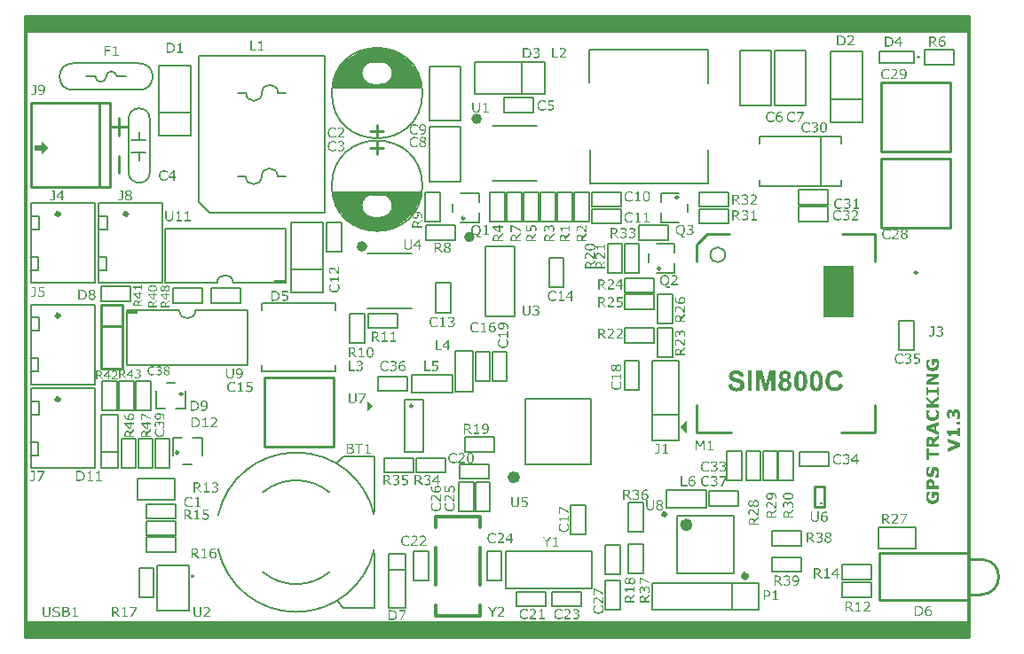
<source format=gto>
G04 Layer_Color=65535*
%FSTAX24Y24*%
%MOIN*%
G70*
G01*
G75*
%ADD49C,0.0236*%
%ADD50C,0.0118*%
%ADD51C,0.0157*%
%ADD52C,0.0098*%
%ADD57C,0.0197*%
%ADD78C,0.0070*%
%ADD79C,0.0050*%
%ADD80C,0.0100*%
%ADD81C,0.0080*%
%ADD82C,0.0060*%
%ADD83C,0.0079*%
%ADD84C,0.0059*%
%ADD85C,0.0060*%
%ADD86C,0.0070*%
%ADD87C,0.0030*%
%ADD88R,0.1181X0.1969*%
%ADD89R,0.0414X0.0124*%
G36*
X035773Y017785D02*
X035777D01*
X035784Y017785D01*
X03579Y017783D01*
X035796Y017782D01*
X035811Y017779D01*
X035826Y017774D01*
X03584Y017767D01*
X035848Y017763D01*
X035854Y017758D01*
X035854D01*
X035855Y017756D01*
X035857Y017755D01*
X035859Y017753D01*
X035864Y017747D01*
X03587Y017738D01*
X035876Y017727D01*
X035882Y017714D01*
X035886Y017699D01*
X035886Y017691D01*
X035887Y017682D01*
Y017681D01*
Y017678D01*
Y017674D01*
X035886Y017669D01*
X035886Y017663D01*
X035884Y017656D01*
X035881Y017642D01*
Y017641D01*
X03588Y017639D01*
X035879Y017635D01*
X035877Y017631D01*
X035875Y017625D01*
X035872Y017619D01*
X035865Y017607D01*
X035865Y017606D01*
X035864Y017605D01*
X035862Y017601D01*
X035859Y017597D01*
X035856Y017592D01*
X035851Y017587D01*
X035842Y017576D01*
X035841Y017575D01*
X03584Y017573D01*
X035837Y01757D01*
X035833Y017566D01*
X035828Y017561D01*
X035823Y017555D01*
X035817Y017549D01*
X03581Y017542D01*
X035809Y017541D01*
X035805Y017538D01*
X0358Y017533D01*
X035793Y017526D01*
X035784Y017518D01*
X035775Y017509D01*
X035765Y0175D01*
X035754Y017491D01*
X035753Y01749D01*
X035749Y017486D01*
X035744Y017482D01*
X035737Y017476D01*
X035729Y017469D01*
X03572Y017461D01*
X035701Y017445D01*
X035903D01*
Y017402D01*
X035649D01*
Y017454D01*
X03565D01*
X03565Y017456D01*
X035653Y017458D01*
X035659Y017463D01*
X035666Y017469D01*
X035673Y017475D01*
X035682Y017483D01*
X035692Y017491D01*
X035702Y0175D01*
X035702D01*
X035703Y017501D01*
X035706Y017504D01*
X035712Y017509D01*
X035718Y017514D01*
X035725Y017521D01*
X035734Y017529D01*
X035751Y017545D01*
X035752Y017546D01*
X035753Y017547D01*
X035756Y01755D01*
X035759Y017553D01*
X035763Y017557D01*
X035768Y017561D01*
X035777Y017573D01*
X035789Y017584D01*
X0358Y017597D01*
X035809Y017609D01*
X035814Y017614D01*
X035817Y01762D01*
Y017621D01*
X035818Y017621D01*
X03582Y017625D01*
X035824Y01763D01*
X035827Y017638D01*
X03583Y017646D01*
X035833Y017657D01*
X035835Y017668D01*
X035836Y01768D01*
Y01768D01*
Y017681D01*
Y017684D01*
X035835Y01769D01*
X035833Y017696D01*
X035831Y017704D01*
X035828Y017712D01*
X035823Y017719D01*
X035816Y017726D01*
X035816Y017726D01*
X035812Y017728D01*
X035808Y017731D01*
X035802Y017734D01*
X035795Y017737D01*
X035785Y01774D01*
X035774Y017742D01*
X035762Y017742D01*
X035758D01*
X035753Y017742D01*
X035747Y017741D01*
X03574Y01774D01*
X035731Y017739D01*
X035722Y017737D01*
X035712Y017734D01*
X035711Y017733D01*
X035708Y017732D01*
X035702Y01773D01*
X035696Y017728D01*
X035688Y017724D01*
X035679Y01772D01*
X03567Y017715D01*
X035661Y017709D01*
X035658D01*
Y017762D01*
X035659Y017763D01*
X035661Y017764D01*
X035666Y017765D01*
X035671Y017767D01*
X035678Y01777D01*
X035686Y017773D01*
X035695Y017775D01*
X035705Y017779D01*
X035706D01*
X035707Y017779D01*
X03571Y01778D01*
X035717Y017781D01*
X035724Y017782D01*
X035733Y017783D01*
X035742Y017785D01*
X035753Y017786D01*
X035769D01*
X035773Y017785D01*
D02*
G37*
G36*
X034277Y017645D02*
Y01748D01*
X034227D01*
Y01764D01*
X034094Y017857D01*
X03415D01*
X034252Y017688D01*
X034355Y017857D01*
X034409D01*
X034277Y017645D01*
D02*
G37*
G36*
X034577Y017864D02*
X034581D01*
X034587Y017863D01*
X034593Y017862D01*
X0346Y017861D01*
X034614Y017858D01*
X03463Y017853D01*
X034644Y017846D01*
X034651Y017841D01*
X034657Y017836D01*
X034658D01*
X034658Y017835D01*
X03466Y017833D01*
X034662Y017831D01*
X034668Y017825D01*
X034674Y017817D01*
X03468Y017806D01*
X034685Y017793D01*
X034689Y017778D01*
X03469Y017769D01*
X03469Y017761D01*
Y01776D01*
Y017757D01*
Y017753D01*
X03469Y017748D01*
X034689Y017742D01*
X034688Y017735D01*
X034685Y017721D01*
Y01772D01*
X034684Y017718D01*
X034682Y017714D01*
X034681Y01771D01*
X034679Y017704D01*
X034676Y017698D01*
X034669Y017686D01*
X034668Y017685D01*
X034667Y017683D01*
X034665Y01768D01*
X034662Y017676D01*
X034659Y017671D01*
X034655Y017666D01*
X034646Y017654D01*
X034645Y017654D01*
X034643Y017652D01*
X034641Y017649D01*
X034637Y017645D01*
X034632Y01764D01*
X034626Y017634D01*
X03462Y017628D01*
X034614Y017621D01*
X034612Y01762D01*
X034609Y017617D01*
X034604Y017611D01*
X034596Y017605D01*
X034588Y017597D01*
X034578Y017588D01*
X034568Y017579D01*
X034558Y017569D01*
X034556Y017568D01*
X034553Y017565D01*
X034547Y017561D01*
X03454Y017555D01*
X034532Y017547D01*
X034523Y01754D01*
X034504Y017524D01*
X034706D01*
Y01748D01*
X034452D01*
Y017533D01*
X034453D01*
X034454Y017534D01*
X034457Y017537D01*
X034462Y017542D01*
X034469Y017547D01*
X034477Y017554D01*
X034486Y017562D01*
X034495Y01757D01*
X034505Y017579D01*
X034506D01*
X034507Y01758D01*
X03451Y017582D01*
X034515Y017587D01*
X034521Y017593D01*
X034529Y0176D01*
X034537Y017608D01*
X034555Y017624D01*
X034555Y017625D01*
X034556Y017626D01*
X034559Y017629D01*
X034562Y017632D01*
X034566Y017636D01*
X034571Y01764D01*
X034581Y017651D01*
X034592Y017663D01*
X034603Y017675D01*
X034613Y017688D01*
X034617Y017693D01*
X034621Y017699D01*
Y017699D01*
X034622Y0177D01*
X034624Y017704D01*
X034627Y017709D01*
X03463Y017716D01*
X034634Y017725D01*
X034636Y017736D01*
X034639Y017747D01*
X034639Y017758D01*
Y017759D01*
Y01776D01*
Y017763D01*
X034638Y017769D01*
X034637Y017775D01*
X034634Y017782D01*
X034631Y01779D01*
X034626Y017798D01*
X03462Y017804D01*
X034619Y017805D01*
X034616Y017807D01*
X034612Y01781D01*
X034606Y017813D01*
X034598Y017815D01*
X034589Y017819D01*
X034578Y01782D01*
X034566Y017821D01*
X034562D01*
X034557Y01782D01*
X034551Y01782D01*
X034543Y017819D01*
X034535Y017817D01*
X034526Y017815D01*
X034516Y017812D01*
X034515Y017812D01*
X034511Y017811D01*
X034506Y017809D01*
X034499Y017806D01*
X034492Y017803D01*
X034483Y017799D01*
X034473Y017794D01*
X034464Y017788D01*
X034462D01*
Y017841D01*
X034462Y017841D01*
X034465Y017843D01*
X034469Y017844D01*
X034475Y017846D01*
X034481Y017849D01*
X034489Y017852D01*
X034499Y017854D01*
X034509Y017857D01*
X03451D01*
X03451Y017858D01*
X034514Y017859D01*
X03452Y01786D01*
X034527Y017861D01*
X034537Y017862D01*
X034546Y017863D01*
X034556Y017865D01*
X034572D01*
X034577Y017864D01*
D02*
G37*
G36*
X037072Y017785D02*
X037077D01*
X037083Y017785D01*
X037089Y017783D01*
X037096Y017782D01*
X03711Y017779D01*
X037125Y017774D01*
X037139Y017767D01*
X037147Y017763D01*
X037153Y017758D01*
X037154D01*
X037154Y017756D01*
X037156Y017755D01*
X037158Y017753D01*
X037163Y017747D01*
X03717Y017738D01*
X037176Y017727D01*
X037181Y017714D01*
X037185Y017699D01*
X037185Y017691D01*
X037186Y017682D01*
Y017681D01*
Y017678D01*
Y017674D01*
X037185Y017669D01*
X037185Y017663D01*
X037184Y017656D01*
X037181Y017642D01*
Y017641D01*
X037179Y017639D01*
X037178Y017635D01*
X037176Y017631D01*
X037174Y017625D01*
X037171Y017619D01*
X037165Y017607D01*
X037164Y017606D01*
X037163Y017605D01*
X037161Y017601D01*
X037158Y017597D01*
X037155Y017592D01*
X03715Y017587D01*
X037141Y017576D01*
X037141Y017575D01*
X037139Y017573D01*
X037136Y01757D01*
X037133Y017566D01*
X037128Y017561D01*
X037122Y017555D01*
X037116Y017549D01*
X037109Y017542D01*
X037108Y017541D01*
X037104Y017538D01*
X037099Y017533D01*
X037092Y017526D01*
X037083Y017518D01*
X037074Y017509D01*
X037064Y0175D01*
X037053Y017491D01*
X037052Y01749D01*
X037048Y017486D01*
X037043Y017482D01*
X037036Y017476D01*
X037028Y017469D01*
X037019Y017461D01*
X037Y017445D01*
X037202D01*
Y017402D01*
X036948D01*
Y017454D01*
X036949D01*
X036949Y017456D01*
X036952Y017458D01*
X036958Y017463D01*
X036965Y017469D01*
X036973Y017475D01*
X036981Y017483D01*
X036991Y017491D01*
X037001Y0175D01*
X037002D01*
X037002Y017501D01*
X037005Y017504D01*
X037011Y017509D01*
X037017Y017514D01*
X037024Y017521D01*
X037033Y017529D01*
X03705Y017545D01*
X037051Y017546D01*
X037052Y017547D01*
X037055Y01755D01*
X037058Y017553D01*
X037062Y017557D01*
X037067Y017561D01*
X037077Y017573D01*
X037088Y017584D01*
X037099Y017597D01*
X037109Y017609D01*
X037113Y017614D01*
X037117Y01762D01*
Y017621D01*
X037117Y017621D01*
X03712Y017625D01*
X037123Y01763D01*
X037126Y017638D01*
X03713Y017646D01*
X037132Y017657D01*
X037134Y017668D01*
X037135Y01768D01*
Y01768D01*
Y017681D01*
Y017684D01*
X037134Y01769D01*
X037133Y017696D01*
X03713Y017704D01*
X037127Y017712D01*
X037122Y017719D01*
X037115Y017726D01*
X037115Y017726D01*
X037112Y017728D01*
X037107Y017731D01*
X037101Y017734D01*
X037094Y017737D01*
X037085Y01774D01*
X037074Y017742D01*
X037061Y017742D01*
X037058D01*
X037053Y017742D01*
X037047Y017741D01*
X037039Y01774D01*
X037031Y017739D01*
X037021Y017737D01*
X037011Y017734D01*
X03701Y017733D01*
X037007Y017732D01*
X037002Y01773D01*
X036995Y017728D01*
X036987Y017724D01*
X036978Y01772D01*
X036969Y017715D01*
X03696Y017709D01*
X036957D01*
Y017762D01*
X036958Y017763D01*
X03696Y017764D01*
X036965Y017765D01*
X03697Y017767D01*
X036977Y01777D01*
X036985Y017773D01*
X036994Y017775D01*
X037005Y017779D01*
X037005D01*
X037006Y017779D01*
X03701Y01778D01*
X037016Y017781D01*
X037023Y017782D01*
X037032Y017783D01*
X037042Y017785D01*
X037052Y017786D01*
X037068D01*
X037072Y017785D01*
D02*
G37*
G36*
X035471Y017784D02*
X035479D01*
X035488Y017783D01*
X035498Y017782D01*
X035509Y01778D01*
X03552Y017777D01*
X035521D01*
X035522Y017777D01*
X035523D01*
X035526Y017776D01*
X035532Y017774D01*
X03554Y017771D01*
X03555Y017768D01*
X035562Y017763D01*
X035574Y017758D01*
X035588Y017752D01*
Y017692D01*
X035583D01*
X035582Y017694D01*
X035581Y017695D01*
X035578Y017697D01*
X035573Y017701D01*
X035565Y017707D01*
X035555Y017713D01*
X035545Y017719D01*
X035534Y017724D01*
X035522Y017729D01*
X035522D01*
X035521Y01773D01*
X035519Y017731D01*
X035517Y017731D01*
X035511Y017733D01*
X035503Y017736D01*
X035493Y017738D01*
X035482Y01774D01*
X03547Y017741D01*
X035457Y017742D01*
X035452D01*
X035447Y017741D01*
X03544Y01774D01*
X035432Y017739D01*
X035423Y017738D01*
X035414Y017736D01*
X035405Y017732D01*
X035404Y017732D01*
X035402Y017731D01*
X035397Y017729D01*
X035392Y017726D01*
X035386Y017721D01*
X035379Y017716D01*
X035372Y01771D01*
X035365Y017704D01*
X035364Y017703D01*
X035362Y0177D01*
X035359Y017696D01*
X035355Y017691D01*
X03535Y017683D01*
X035346Y017675D01*
X035341Y017666D01*
X035337Y017656D01*
Y017655D01*
X035336Y017654D01*
Y017652D01*
X035336Y017651D01*
X035334Y017644D01*
X035333Y017636D01*
X035331Y017627D01*
X035329Y017615D01*
X035328Y017603D01*
X035328Y017589D01*
Y017588D01*
Y017587D01*
Y017585D01*
Y017582D01*
X035328Y017579D01*
Y017574D01*
X035329Y017565D01*
X03533Y017555D01*
X035332Y017543D01*
X035335Y017531D01*
X035338Y01752D01*
X035339Y017519D01*
X03534Y017515D01*
X035343Y01751D01*
X035346Y017504D01*
X035349Y017497D01*
X035354Y017489D01*
X03536Y017482D01*
X035366Y017474D01*
X035367Y017474D01*
X035369Y017471D01*
X035373Y017468D01*
X035378Y017464D01*
X035384Y017459D01*
X035391Y017454D01*
X035399Y01745D01*
X035407Y017446D01*
X035408Y017446D01*
X035412Y017445D01*
X035416Y017444D01*
X035423Y017442D01*
X03543Y01744D01*
X035439Y017439D01*
X035447Y017438D01*
X035457Y017438D01*
X035463D01*
X03547Y017438D01*
X035479Y01744D01*
X03549Y017441D01*
X035501Y017443D01*
X035513Y017446D01*
X035525Y01745D01*
X035525D01*
X035526Y017451D01*
X035528Y017451D01*
X03553Y017453D01*
X035536Y017456D01*
X035544Y017459D01*
X035554Y017465D01*
X035563Y017471D01*
X035574Y017479D01*
X035584Y017488D01*
X035588D01*
Y017429D01*
X035587D01*
X035586Y017427D01*
X035583Y017426D01*
X035579Y017425D01*
X035571Y017421D01*
X035562Y017417D01*
X035562D01*
X03556Y017416D01*
X035558Y017415D01*
X035554Y017414D01*
X03555Y017412D01*
X035546Y01741D01*
X035539Y017408D01*
X035533Y017406D01*
X035533D01*
X035531Y017405D01*
X035528Y017405D01*
X035523Y017403D01*
X035519Y017402D01*
X035512Y017401D01*
X035499Y017399D01*
X035499D01*
X035496Y017398D01*
X035493Y017397D01*
X035488Y017397D01*
X035482Y017396D01*
X035475Y017395D01*
X035467Y017395D01*
X035453D01*
X035449Y017395D01*
X035445D01*
X035435Y017396D01*
X035423Y017397D01*
X035411Y0174D01*
X035398Y017402D01*
X035385Y017406D01*
X035384D01*
X035384Y017406D01*
X035382Y017407D01*
X03538Y017408D01*
X035373Y017411D01*
X035365Y017415D01*
X035356Y01742D01*
X035346Y017426D01*
X035336Y017434D01*
X035327Y017442D01*
X035325Y017443D01*
X035323Y017446D01*
X035319Y017452D01*
X035313Y017459D01*
X035307Y017467D01*
X035301Y017478D01*
X035295Y01749D01*
X035289Y017503D01*
Y017504D01*
X035289Y017505D01*
X035288Y017507D01*
X035287Y01751D01*
X035286Y017513D01*
X035285Y017517D01*
X035284Y017522D01*
X035282Y017528D01*
X03528Y017541D01*
X035277Y017555D01*
X035276Y017571D01*
X035276Y017589D01*
Y01759D01*
Y017591D01*
Y017593D01*
Y017597D01*
X035276Y017601D01*
Y017606D01*
X035277Y017617D01*
X035279Y01763D01*
X035281Y017644D01*
X035284Y017658D01*
X035289Y017672D01*
Y017673D01*
X035289Y017674D01*
X03529Y017676D01*
X035291Y017678D01*
X035294Y017685D01*
X035298Y017694D01*
X035303Y017704D01*
X03531Y017714D01*
X035318Y017724D01*
X035327Y017734D01*
X035328Y017736D01*
X035331Y017739D01*
X035336Y017743D01*
X035343Y017748D01*
X035351Y017755D01*
X035361Y017761D01*
X035372Y017766D01*
X035384Y017772D01*
X035385D01*
X035386Y017772D01*
X035388Y017773D01*
X035391Y017774D01*
X035394Y017775D01*
X035397Y017776D01*
X035407Y017779D01*
X035418Y01778D01*
X035431Y017783D01*
X035445Y017784D01*
X03546Y017785D01*
X035465D01*
X035471Y017784D01*
D02*
G37*
G36*
X036135Y01744D02*
X036212D01*
Y017402D01*
X036008D01*
Y01744D01*
X036086D01*
Y017692D01*
X036008D01*
Y017726D01*
X036014D01*
X036018Y017727D01*
X036023D01*
X036028Y017728D01*
X036041Y017729D01*
X036042D01*
X036044Y017729D01*
X036047Y01773D01*
X036052Y017731D01*
X036061Y017733D01*
X036065Y017734D01*
X03607Y017736D01*
X03607Y017737D01*
X036071Y017737D01*
X036073Y017739D01*
X036076Y017741D01*
X036082Y017746D01*
X036087Y017753D01*
X036088Y017753D01*
X036089Y017755D01*
X03609Y017757D01*
X036091Y017759D01*
X036092Y017764D01*
X036094Y017768D01*
X036095Y017773D01*
X036095Y017779D01*
X036135D01*
Y01744D01*
D02*
G37*
G36*
X03221Y022419D02*
X032215Y022418D01*
X032221Y022417D01*
X032228Y022416D01*
X032234Y022414D01*
X032249Y02241D01*
X032257Y022407D01*
X032264Y022403D01*
X032272Y022399D01*
X03228Y022393D01*
X032288Y022388D01*
X032295Y022381D01*
X032295Y02238D01*
X032296Y022379D01*
X032298Y022377D01*
X0323Y022374D01*
X032303Y022371D01*
X032306Y022366D01*
X032309Y022361D01*
X032312Y022355D01*
X032316Y022349D01*
X032319Y022342D01*
X032325Y022326D01*
X032328Y022318D01*
X032329Y022308D01*
X03233Y022299D01*
X032331Y022289D01*
Y022288D01*
Y022284D01*
X03233Y022279D01*
X03233Y022272D01*
X032329Y022264D01*
X032327Y022256D01*
X032325Y022246D01*
X032323Y022238D01*
X032322Y022237D01*
X032321Y022234D01*
X032319Y02223D01*
X032316Y022224D01*
X032313Y022218D01*
X032308Y022211D01*
X032303Y022205D01*
X032297Y022198D01*
X032296Y022197D01*
X032293Y022194D01*
X032288Y02219D01*
X032282Y022185D01*
X032274Y02218D01*
X032265Y022174D01*
X032254Y022169D01*
X032242Y022165D01*
X032241D01*
X03224Y022164D01*
X032238Y022163D01*
X032236Y022163D01*
X032232Y022162D01*
X032228Y022161D01*
X032223Y02216D01*
X032218Y022159D01*
X032206Y022157D01*
X032192Y022155D01*
X032175Y022153D01*
X032158Y022153D01*
X032149D01*
X032145Y022153D01*
X032134D01*
X032128Y022154D01*
X032114Y022155D01*
X032099Y022157D01*
X032084Y02216D01*
X032069Y022163D01*
X032068D01*
X032067Y022164D01*
X032065Y022165D01*
X032062Y022165D01*
X032059Y022166D01*
X032055Y022168D01*
X032045Y022171D01*
X032035Y022176D01*
X032023Y022182D01*
X032012Y022189D01*
X032Y022198D01*
X031999D01*
X031999Y022199D01*
X031995Y022202D01*
X03199Y022206D01*
X031984Y022213D01*
X031977Y022222D01*
X031969Y022231D01*
X031962Y022243D01*
X031956Y022255D01*
Y022256D01*
X031955Y022257D01*
X031954Y022259D01*
X031953Y022261D01*
X031952Y022265D01*
X03195Y022268D01*
X031949Y022273D01*
X031947Y022278D01*
X031945Y022291D01*
X031942Y022304D01*
X03194Y02232D01*
X031939Y022337D01*
Y022337D01*
Y022339D01*
Y022342D01*
Y022345D01*
X03194Y022353D01*
X031941Y022361D01*
Y022362D01*
Y022363D01*
X031942Y022365D01*
X031942Y022368D01*
X031943Y022375D01*
X031945Y022382D01*
X031993D01*
Y022379D01*
X031993Y022378D01*
X031992Y022376D01*
X031991Y022374D01*
X03199Y022371D01*
X031989Y022368D01*
X031988Y022363D01*
X031986Y022358D01*
Y022358D01*
X031986Y022356D01*
X031985Y022353D01*
X031985Y022349D01*
X031984Y022345D01*
X031983Y02234D01*
X031983Y022329D01*
Y022328D01*
Y022326D01*
Y022324D01*
X031983Y02232D01*
X031984Y022315D01*
X031985Y02231D01*
X031987Y022297D01*
X031991Y022284D01*
X031997Y022269D01*
X032001Y022262D01*
X032005Y022255D01*
X032011Y022248D01*
X032017Y022242D01*
X032018Y022241D01*
X032019Y022241D01*
X032021Y022239D01*
X032023Y022237D01*
X032027Y022235D01*
X032031Y022232D01*
X032036Y022229D01*
X032041Y022225D01*
X032047Y022222D01*
X032055Y022219D01*
X032062Y022216D01*
X03207Y022213D01*
X032079Y022211D01*
X032089Y022208D01*
X032098Y022206D01*
X032109Y022205D01*
X032108Y022206D01*
X032107Y022209D01*
X032105Y022213D01*
X032101Y022218D01*
X032098Y022224D01*
X032095Y022232D01*
X032089Y022246D01*
X032089Y022248D01*
X032088Y02225D01*
X032087Y022254D01*
X032085Y02226D01*
X032084Y022267D01*
X032084Y022275D01*
X032082Y022284D01*
Y022294D01*
Y022296D01*
Y022299D01*
Y022303D01*
X032083Y022308D01*
X032084Y022315D01*
X032084Y022323D01*
X032087Y022337D01*
Y022337D01*
X032088Y02234D01*
X032089Y022344D01*
X032091Y022348D01*
X032093Y022354D01*
X032097Y02236D01*
X0321Y022368D01*
X032105Y022374D01*
X032106Y022376D01*
X032108Y022378D01*
X032111Y022382D01*
X032116Y022387D01*
X032121Y022392D01*
X032128Y022398D01*
X032135Y022403D01*
X032144Y022407D01*
X032145Y022408D01*
X032148Y022409D01*
X032153Y022411D01*
X03216Y022414D01*
X032168Y022415D01*
X032178Y022417D01*
X032189Y022419D01*
X032201Y022419D01*
X032207D01*
X03221Y022419D01*
D02*
G37*
G36*
X032225Y022587D02*
X032281D01*
Y022547D01*
X032225D01*
Y022441D01*
X032177D01*
Y022547D01*
X031997D01*
Y022605D01*
X032179Y022817D01*
X032225D01*
Y022587D01*
D02*
G37*
G36*
X031464Y022817D02*
X031473Y022816D01*
X031482Y022815D01*
X031492Y022814D01*
X031501Y022812D01*
X031502D01*
X031505Y022812D01*
X031509Y022811D01*
X031514Y022809D01*
X031521Y022807D01*
X031528Y022804D01*
X031535Y022801D01*
X031542Y022797D01*
X031543Y022796D01*
X031545Y022795D01*
X031549Y022792D01*
X031554Y022788D01*
X031559Y022784D01*
X031564Y022778D01*
X031569Y022771D01*
X031574Y022764D01*
X031575Y022764D01*
X031576Y022761D01*
X031578Y022756D01*
X03158Y022751D01*
X031582Y022744D01*
X031584Y022735D01*
X031585Y022726D01*
X031586Y022715D01*
Y022714D01*
Y022713D01*
Y022711D01*
Y022708D01*
X031585Y022704D01*
X031585Y0227D01*
X031583Y022691D01*
X031581Y02268D01*
X031577Y022668D01*
X031572Y022657D01*
X031565Y022646D01*
X031564Y022645D01*
X031561Y022642D01*
X031556Y022637D01*
X03155Y022631D01*
X031542Y022624D01*
X031532Y022617D01*
X031521Y022611D01*
X031508Y022605D01*
X03165Y022441D01*
X031585D01*
X031459Y02259D01*
X031388D01*
Y022441D01*
X031339D01*
Y022817D01*
X031456D01*
X031464Y022817D01*
D02*
G37*
G36*
X031086Y022774D02*
X030908D01*
Y022673D01*
X03091D01*
X030911Y022673D01*
X030915D01*
X030921Y022674D01*
X030929Y022675D01*
X030934D01*
X030936Y022675D01*
X03096D01*
X030967Y022675D01*
X030976Y022674D01*
X030985Y022673D01*
X030994Y022672D01*
X031002Y02267D01*
X031004D01*
X031006Y022668D01*
X031011Y022667D01*
X031017Y022665D01*
X031023Y022663D01*
X03103Y02266D01*
X031038Y022656D01*
X031045Y022651D01*
X031046Y022651D01*
X031048Y022649D01*
X031052Y022646D01*
X031057Y022642D01*
X031062Y022637D01*
X031066Y02263D01*
X031072Y022624D01*
X031076Y022616D01*
X031077Y022614D01*
X031078Y022612D01*
X03108Y022607D01*
X031082Y0226D01*
X031084Y022592D01*
X031086Y022583D01*
X031087Y022572D01*
X031088Y02256D01*
Y022559D01*
Y022556D01*
X031087Y02255D01*
X031087Y022544D01*
X031086Y022536D01*
X031084Y022528D01*
X031081Y022519D01*
X031078Y02251D01*
X031078Y022509D01*
X031076Y022506D01*
X031074Y022501D01*
X031071Y022496D01*
X031068Y02249D01*
X031063Y022483D01*
X031058Y022476D01*
X031052Y022469D01*
X031051Y022469D01*
X031049Y022466D01*
X031045Y022463D01*
X031039Y022459D01*
X031033Y022455D01*
X031026Y02245D01*
X031018Y022446D01*
X031009Y022442D01*
X031007Y022442D01*
X031004Y022441D01*
X030999Y022439D01*
X030992Y022438D01*
X030983Y022436D01*
X030974Y022434D01*
X030963Y022434D01*
X03095Y022433D01*
X030945D01*
X030939Y022434D01*
X030931D01*
X030923Y022435D01*
X030912Y022436D01*
X030902Y022437D01*
X030891Y02244D01*
X03089D01*
X030886Y022441D01*
X030881Y022442D01*
X030875Y022444D01*
X030867Y022446D01*
X030859Y022448D01*
X030851Y022451D01*
X030843Y022454D01*
Y022509D01*
X030846D01*
X030848Y022508D01*
X03085Y022506D01*
X030854Y022504D01*
X03086Y022501D01*
X030867Y022497D01*
X030876Y022493D01*
X030885Y02249D01*
X030895Y022486D01*
X030895D01*
X030896Y022485D01*
X0309Y022485D01*
X030905Y022483D01*
X030912Y022482D01*
X030921Y02248D01*
X03093Y022478D01*
X03094Y022477D01*
X03095Y022477D01*
X030956D01*
X030961Y022477D01*
X030966Y022478D01*
X030972Y022478D01*
X030984Y022482D01*
X030985D01*
X030987Y022483D01*
X03099Y022484D01*
X030995Y022486D01*
X030999Y022488D01*
X031004Y022491D01*
X031009Y022495D01*
X031014Y022499D01*
X031015Y0225D01*
X031016Y022501D01*
X031018Y022504D01*
X03102Y022507D01*
X031023Y02251D01*
X031026Y022515D01*
X031031Y022525D01*
Y022526D01*
X031032Y022528D01*
X031033Y022531D01*
X031034Y022536D01*
X031035Y022541D01*
X031036Y022547D01*
X031037Y022553D01*
Y022561D01*
Y022561D01*
Y022564D01*
X031036Y022568D01*
Y022573D01*
X031035Y022577D01*
X031034Y022583D01*
X031033Y022589D01*
X03103Y022594D01*
Y022595D01*
X031029Y022597D01*
X031027Y022599D01*
X031025Y022602D01*
X031019Y022609D01*
X031011Y022616D01*
X03101Y022616D01*
X031009Y022617D01*
X031006Y022619D01*
X031002Y022621D01*
X030998Y022623D01*
X030992Y022625D01*
X030986Y022627D01*
X030979Y022629D01*
X030979D01*
X030976Y02263D01*
X030972Y02263D01*
X030967Y022632D01*
X030961Y022632D01*
X030954Y022633D01*
X030946Y022633D01*
X030929D01*
X030924Y022633D01*
X030917D01*
X03091Y022632D01*
X030894Y02263D01*
X030894D01*
X030891Y02263D01*
X030887Y022629D01*
X030883Y022629D01*
X030877Y022627D01*
X030871Y022627D01*
X030859Y022624D01*
Y022817D01*
X031086D01*
Y022774D01*
D02*
G37*
G36*
X032323Y02183D02*
X03227D01*
Y021831D01*
X032269Y021831D01*
X032266Y021834D01*
X032261Y02184D01*
X032256Y021847D01*
X032249Y021855D01*
X032241Y021863D01*
X032233Y021873D01*
X032224Y021883D01*
Y021883D01*
X032223Y021884D01*
X032221Y021887D01*
X032216Y021893D01*
X03221Y021899D01*
X032204Y021906D01*
X032196Y021915D01*
X032179Y021932D01*
X032178Y021933D01*
X032177Y021934D01*
X032175Y021937D01*
X032171Y02194D01*
X032167Y021944D01*
X032163Y021949D01*
X032152Y021959D01*
X03214Y02197D01*
X032128Y021981D01*
X032116Y021991D01*
X03211Y021995D01*
X032105Y021999D01*
X032104D01*
X032103Y021999D01*
X0321Y022002D01*
X032094Y022005D01*
X032087Y022008D01*
X032078Y022011D01*
X032068Y022014D01*
X032057Y022016D01*
X032045Y022017D01*
X03204D01*
X032034Y022016D01*
X032028Y022015D01*
X032021Y022012D01*
X032013Y022009D01*
X032005Y022004D01*
X031999Y021997D01*
X031998Y021997D01*
X031996Y021994D01*
X031993Y021989D01*
X03199Y021983D01*
X031988Y021976D01*
X031985Y021967D01*
X031983Y021955D01*
X031982Y021943D01*
Y021942D01*
Y021939D01*
X031983Y021935D01*
X031983Y021928D01*
X031984Y021921D01*
X031986Y021912D01*
X031988Y021903D01*
X031991Y021893D01*
X031991Y021892D01*
X031992Y021889D01*
X031994Y021883D01*
X031997Y021877D01*
X032Y021869D01*
X032004Y02186D01*
X032009Y021851D01*
X032015Y021842D01*
Y021839D01*
X031962D01*
X031962Y02184D01*
X031961Y021842D01*
X031959Y021847D01*
X031957Y021852D01*
X031954Y021859D01*
X031951Y021867D01*
X031949Y021876D01*
X031946Y021887D01*
Y021887D01*
X031945Y021888D01*
X031945Y021892D01*
X031943Y021898D01*
X031942Y021905D01*
X031941Y021914D01*
X03194Y021923D01*
X031938Y021934D01*
Y021944D01*
Y021945D01*
Y021947D01*
Y02195D01*
X031939Y021954D01*
Y021959D01*
X03194Y021965D01*
X031941Y021971D01*
X031942Y021978D01*
X031945Y021992D01*
X03195Y022007D01*
X031958Y022021D01*
X031962Y022029D01*
X031967Y022035D01*
Y022035D01*
X031968Y022036D01*
X03197Y022038D01*
X031972Y02204D01*
X031978Y022045D01*
X031986Y022051D01*
X031997Y022058D01*
X03201Y022063D01*
X032025Y022067D01*
X032034Y022067D01*
X032042Y022068D01*
X03205D01*
X032055Y022067D01*
X032061Y022067D01*
X032068Y022066D01*
X032082Y022062D01*
X032083D01*
X032085Y022061D01*
X032089Y02206D01*
X032093Y022058D01*
X032099Y022056D01*
X032105Y022053D01*
X032117Y022046D01*
X032118Y022046D01*
X03212Y022045D01*
X032124Y022043D01*
X032127Y02204D01*
X032132Y022037D01*
X032137Y022032D01*
X032149Y022023D01*
X032149Y022022D01*
X032151Y022021D01*
X032154Y022018D01*
X032159Y022015D01*
X032164Y02201D01*
X032169Y022004D01*
X032175Y021998D01*
X032182Y021991D01*
X032183Y02199D01*
X032186Y021986D01*
X032192Y021981D01*
X032199Y021974D01*
X032206Y021965D01*
X032215Y021956D01*
X032224Y021946D01*
X032234Y021935D01*
X032235Y021934D01*
X032238Y02193D01*
X032242Y021925D01*
X032248Y021918D01*
X032256Y02191D01*
X032263Y021901D01*
X032279Y021882D01*
Y022084D01*
X032323D01*
Y02183D01*
D02*
G37*
G36*
X032296Y021769D02*
X032297Y021767D01*
X032298Y021764D01*
X032299Y02176D01*
X032303Y021753D01*
X032307Y021743D01*
Y021743D01*
X032308Y021741D01*
X032309Y021739D01*
X032311Y021735D01*
X032312Y021732D01*
X032314Y021727D01*
X032316Y021721D01*
X032319Y021714D01*
Y021714D01*
X032319Y021712D01*
X03232Y021709D01*
X032321Y021705D01*
X032322Y0217D01*
X032323Y021693D01*
X032326Y021681D01*
Y02168D01*
X032327Y021677D01*
X032327Y021674D01*
X032328Y021669D01*
X032328Y021663D01*
X032329Y021656D01*
X03233Y021649D01*
Y021641D01*
Y02164D01*
Y021639D01*
Y021637D01*
Y021634D01*
X032329Y02163D01*
Y021626D01*
X032328Y021616D01*
X032327Y021604D01*
X032325Y021592D01*
X032322Y021579D01*
X032319Y021566D01*
Y021566D01*
X032318Y021565D01*
X032317Y021563D01*
X032316Y021561D01*
X032314Y021554D01*
X032309Y021546D01*
X032304Y021537D01*
X032298Y021527D01*
X032291Y021518D01*
X032282Y021508D01*
X032281Y021507D01*
X032278Y021504D01*
X032272Y0215D01*
X032266Y021494D01*
X032257Y021488D01*
X032247Y021482D01*
X032234Y021476D01*
X032221Y02147D01*
X032221D01*
X03222Y02147D01*
X032218Y021469D01*
X032215Y021468D01*
X032212Y021467D01*
X032207Y021466D01*
X032202Y021465D01*
X032197Y021463D01*
X032184Y021461D01*
X03217Y021459D01*
X032153Y021457D01*
X032135Y021457D01*
X032127D01*
X032124Y021457D01*
X032119D01*
X032108Y021459D01*
X032095Y02146D01*
X032081Y021462D01*
X032066Y021465D01*
X032052Y02147D01*
X032052D01*
X03205Y02147D01*
X032049Y021471D01*
X032046Y021472D01*
X032039Y021475D01*
X032031Y021479D01*
X032021Y021484D01*
X03201Y021491D01*
X032Y021499D01*
X03199Y021508D01*
X031989Y021509D01*
X031986Y021512D01*
X031982Y021517D01*
X031976Y021524D01*
X03197Y021532D01*
X031964Y021542D01*
X031958Y021553D01*
X031953Y021566D01*
Y021566D01*
X031952Y021567D01*
X031951Y021569D01*
X031951Y021572D01*
X03195Y021575D01*
X031948Y021578D01*
X031946Y021588D01*
X031944Y021599D01*
X031942Y021612D01*
X03194Y021626D01*
X03194Y021641D01*
Y021642D01*
Y021642D01*
Y021644D01*
Y021646D01*
X03194Y021652D01*
Y02166D01*
X031942Y021669D01*
X031943Y021679D01*
X031945Y02169D01*
X031947Y021701D01*
Y021702D01*
X031948Y021703D01*
Y021705D01*
X031948Y021707D01*
X03195Y021713D01*
X031953Y021721D01*
X031956Y021731D01*
X031961Y021743D01*
X031967Y021756D01*
X031973Y021769D01*
X032032D01*
Y021765D01*
Y021764D01*
X032031Y021764D01*
X032029Y021762D01*
X032028Y021759D01*
X032023Y021754D01*
X032018Y021746D01*
X032012Y021737D01*
X032005Y021726D01*
X032Y021715D01*
X031995Y021703D01*
Y021703D01*
X031994Y021702D01*
X031994Y0217D01*
X031993Y021698D01*
X031991Y021692D01*
X031989Y021684D01*
X031986Y021674D01*
X031985Y021663D01*
X031983Y021651D01*
X031983Y021638D01*
Y021637D01*
Y021637D01*
Y021633D01*
X031983Y021628D01*
X031984Y021621D01*
X031985Y021613D01*
X031986Y021604D01*
X031989Y021595D01*
X031992Y021586D01*
X031993Y021585D01*
X031994Y021583D01*
X031996Y021578D01*
X031999Y021573D01*
X032003Y021567D01*
X032008Y02156D01*
X032014Y021553D01*
X032021Y021546D01*
X032021Y021545D01*
X032025Y021543D01*
X032028Y02154D01*
X032034Y021536D01*
X032041Y021531D01*
X032049Y021527D01*
X032058Y021523D01*
X032069Y021518D01*
X032069D01*
X03207Y021518D01*
X032072D01*
X032074Y021517D01*
X03208Y021515D01*
X032088Y021514D01*
X032098Y021512D01*
X032109Y02151D01*
X032122Y02151D01*
X032136Y021509D01*
X032143D01*
X032146Y02151D01*
X03215D01*
X032159Y02151D01*
X03217Y021511D01*
X032181Y021513D01*
X032193Y021516D01*
X032204Y021519D01*
X032205Y02152D01*
X032209Y021521D01*
X032214Y021524D01*
X032221Y021527D01*
X032228Y02153D01*
X032236Y021535D01*
X032243Y021541D01*
X03225Y021547D01*
X032251Y021548D01*
X032253Y02155D01*
X032256Y021554D01*
X032261Y021559D01*
X032265Y021565D01*
X03227Y021572D01*
X032274Y02158D01*
X032278Y021588D01*
X032279Y02159D01*
X032279Y021593D01*
X03228Y021598D01*
X032282Y021604D01*
X032284Y021611D01*
X032285Y02162D01*
X032286Y021628D01*
X032287Y021638D01*
Y021639D01*
Y02164D01*
Y021642D01*
Y021644D01*
X032286Y021651D01*
X032285Y02166D01*
X032283Y021671D01*
X032282Y021682D01*
X032279Y021694D01*
X032274Y021706D01*
Y021706D01*
X032274Y021707D01*
X032273Y021709D01*
X032272Y021711D01*
X032269Y021717D01*
X032265Y021725D01*
X032259Y021735D01*
X032253Y021745D01*
X032245Y021755D01*
X032237Y021765D01*
Y021769D01*
X032296D01*
Y021769D01*
D02*
G37*
G36*
X031823Y022825D02*
X031831Y022824D01*
X031839Y022823D01*
X031847Y022822D01*
X031855Y02282D01*
X031856D01*
X031859Y022819D01*
X031863Y022818D01*
X031868Y022816D01*
X031874Y022814D01*
X03188Y022811D01*
X031893Y022804D01*
X031894Y022803D01*
X031896Y022801D01*
X031899Y022799D01*
X031903Y022796D01*
X031908Y022791D01*
X031912Y022786D01*
X031917Y02278D01*
X03192Y022774D01*
X031921Y022774D01*
X031922Y022771D01*
X031923Y022768D01*
X031925Y022763D01*
X031927Y022757D01*
X031929Y02275D01*
X03193Y022742D01*
X03193Y022734D01*
Y022734D01*
Y022733D01*
Y022731D01*
X03193Y022729D01*
X031929Y022723D01*
X031928Y022716D01*
X031925Y022707D01*
X031921Y022698D01*
X031915Y022689D01*
X031908Y02268D01*
X031907Y022678D01*
X031904Y022676D01*
X031899Y022672D01*
X031893Y022667D01*
X031885Y022662D01*
X031877Y022657D01*
X031867Y022653D01*
X031856Y02265D01*
Y022646D01*
X031856D01*
X031858Y022646D01*
X031861D01*
X031864Y022645D01*
X031868Y022643D01*
X031872Y022642D01*
X031883Y022638D01*
X031884D01*
X031886Y022637D01*
X031889Y022635D01*
X031893Y022633D01*
X031901Y022629D01*
X03191Y022622D01*
X031911Y022621D01*
X031912Y02262D01*
X031914Y022617D01*
X031917Y022614D01*
X03192Y02261D01*
X031923Y022605D01*
X031927Y0226D01*
X03193Y022594D01*
X031931Y022593D01*
X031931Y022591D01*
X031933Y022588D01*
X031935Y022583D01*
X031936Y022577D01*
X031937Y022569D01*
X031938Y022561D01*
X031938Y022552D01*
Y022551D01*
Y022548D01*
X031938Y022543D01*
X031937Y022537D01*
X031936Y022529D01*
X031934Y022522D01*
X031931Y022513D01*
X031928Y022505D01*
X031928Y022504D01*
X031927Y022501D01*
X031925Y022498D01*
X031922Y022492D01*
X031918Y022486D01*
X031914Y02248D01*
X031909Y022474D01*
X031903Y022467D01*
X031902Y022467D01*
X031899Y022464D01*
X031895Y022461D01*
X03189Y022458D01*
X031883Y022453D01*
X031875Y022449D01*
X031867Y022445D01*
X031858Y022441D01*
X031856Y02244D01*
X031853Y02244D01*
X031848Y022438D01*
X031841Y022437D01*
X031832Y022435D01*
X031823Y022434D01*
X031813Y022434D01*
X031802Y022433D01*
X031796D01*
X03179Y022434D01*
X031782Y022434D01*
X031773Y022435D01*
X031762Y022436D01*
X031751Y022438D01*
X03174Y02244D01*
X031739D01*
X031738Y022441D01*
X031735Y022442D01*
X031729Y022443D01*
X031722Y022445D01*
X031714Y022448D01*
X031706Y02245D01*
X031698Y022453D01*
X03169Y022456D01*
Y02251D01*
X031694D01*
X031695Y022509D01*
X031698Y022507D01*
X031703Y022505D01*
X031708Y022501D01*
X031716Y022498D01*
X031724Y022493D01*
X031734Y02249D01*
X031744Y022486D01*
X031745D01*
X031746Y022485D01*
X031749Y022485D01*
X031755Y022483D01*
X031762Y022482D01*
X031771Y02248D01*
X03178Y022478D01*
X03179Y022477D01*
X0318Y022477D01*
X031807D01*
X031811Y022477D01*
X031816Y022478D01*
X031821Y022478D01*
X031834Y022482D01*
X031835D01*
X031837Y022483D01*
X03184Y022484D01*
X031845Y022486D01*
X031855Y022491D01*
X031859Y022494D01*
X031864Y022498D01*
X031864Y022498D01*
X031866Y022499D01*
X031868Y022502D01*
X031871Y022505D01*
X031876Y022512D01*
X031881Y022522D01*
Y022522D01*
X031882Y022524D01*
X031883Y022527D01*
X031884Y022531D01*
X031885Y022536D01*
X031886Y022542D01*
X031887Y022549D01*
Y022556D01*
Y022557D01*
Y02256D01*
X031887Y022563D01*
Y022568D01*
X031884Y022579D01*
X031883Y022584D01*
X03188Y022589D01*
Y02259D01*
X031879Y022592D01*
X031878Y022594D01*
X031875Y022597D01*
X03187Y022604D01*
X031863Y02261D01*
X031862Y022611D01*
X031861Y022611D01*
X031858Y022613D01*
X031855Y022614D01*
X03185Y022616D01*
X031846Y022618D01*
X03184Y02262D01*
X031834Y022621D01*
X031834D01*
X031832Y022622D01*
X031828Y022622D01*
X031824Y022623D01*
X031819D01*
X031813Y022624D01*
X0318Y022624D01*
X031777D01*
Y022666D01*
X0318D01*
X031808Y022667D01*
X031816Y022668D01*
X031826Y02267D01*
X031837Y022673D01*
X031847Y022676D01*
X031856Y022682D01*
X031857Y022683D01*
X031859Y022685D01*
X031863Y022689D01*
X031867Y022694D01*
X031872Y0227D01*
X031875Y022708D01*
X031878Y022718D01*
X031879Y022729D01*
Y022729D01*
Y022731D01*
Y022734D01*
X031879Y022737D01*
X031877Y022745D01*
X031873Y022753D01*
Y022753D01*
X031872Y022755D01*
X031871Y022756D01*
X031869Y022759D01*
X031864Y022764D01*
X031857Y02277D01*
X031856D01*
X031855Y022771D01*
X031853Y022772D01*
X03185Y022774D01*
X031842Y022776D01*
X031834Y022779D01*
X031833D01*
X031832Y022779D01*
X031829Y02278D01*
X031826Y02278D01*
X031821D01*
X031816Y022781D01*
X031805Y022782D01*
X031801D01*
X031796Y022781D01*
X03179Y02278D01*
X031783Y022779D01*
X031774Y022778D01*
X031764Y022775D01*
X031754Y022772D01*
X031753Y022772D01*
X03175Y022771D01*
X031744Y022769D01*
X031738Y022766D01*
X03173Y022763D01*
X031722Y022759D01*
X031713Y022754D01*
X031704Y022748D01*
X031701D01*
Y022801D01*
X031702Y022802D01*
X031705Y022803D01*
X031709Y022804D01*
X031714Y022807D01*
X031721Y022809D01*
X031729Y022812D01*
X031738Y022814D01*
X031749Y022817D01*
X031749D01*
X03175Y022818D01*
X031754Y022819D01*
X03176Y02282D01*
X031767Y022822D01*
X031776Y022823D01*
X031786Y022824D01*
X031796Y022825D01*
X031807Y022825D01*
X031816D01*
X031823Y022825D01*
D02*
G37*
G36*
X032725Y02241D02*
X032731Y022409D01*
X032739Y022408D01*
X032748Y022406D01*
X032757Y022404D01*
X032766Y022401D01*
X032767Y0224D01*
X032769Y022399D01*
X032774Y022397D01*
X03278Y022394D01*
X032786Y02239D01*
X032793Y022385D01*
X0328Y02238D01*
X032806Y022374D01*
X032807Y022374D01*
X032809Y022371D01*
X032813Y022368D01*
X032816Y022362D01*
X03282Y022356D01*
X032825Y022348D01*
X03283Y02234D01*
X032833Y022331D01*
X032834Y02233D01*
X032835Y022327D01*
X032836Y022321D01*
X032838Y022315D01*
X03284Y022306D01*
X032841Y022296D01*
X032842Y022285D01*
X032843Y022273D01*
Y022272D01*
Y022272D01*
Y02227D01*
Y022268D01*
X032842Y022262D01*
Y022254D01*
X032841Y022245D01*
X03284Y022235D01*
X032838Y022224D01*
X032836Y022214D01*
Y022213D01*
X032835Y022209D01*
X032833Y022204D01*
X032832Y022197D01*
X03283Y02219D01*
X032827Y022182D01*
X032824Y022174D01*
X032821Y022166D01*
X032767D01*
Y022169D01*
X032768Y02217D01*
X032769Y022173D01*
X032772Y022177D01*
X032775Y022183D01*
X032779Y02219D01*
X032782Y022198D01*
X032786Y022208D01*
X03279Y022217D01*
Y022218D01*
X03279Y022219D01*
X032791Y022222D01*
X032793Y022228D01*
X032794Y022235D01*
X032796Y022243D01*
X032798Y022253D01*
X032798Y022262D01*
X032799Y022272D01*
Y022273D01*
Y022275D01*
Y022279D01*
X032798Y022283D01*
X032798Y022288D01*
X032797Y022294D01*
X032794Y022307D01*
Y022307D01*
X032793Y02231D01*
X032792Y022313D01*
X03279Y022317D01*
X032787Y022321D01*
X032784Y022327D01*
X032781Y022332D01*
X032776Y022337D01*
X032776Y022337D01*
X032774Y022339D01*
X032772Y02234D01*
X032769Y022343D01*
X032765Y022346D01*
X032761Y022348D01*
X03275Y022353D01*
X03275D01*
X032748Y022355D01*
X032744Y022355D01*
X03274Y022356D01*
X032735Y022358D01*
X032729Y022358D01*
X032722Y02236D01*
X032712D01*
X032708Y022359D01*
X032703D01*
X032698Y022358D01*
X032693Y022356D01*
X032687Y022355D01*
X032682Y022353D01*
X032681D01*
X032679Y022352D01*
X032677Y02235D01*
X032674Y022348D01*
X032667Y022342D01*
X03266Y022334D01*
X032659Y022333D01*
X032658Y022331D01*
X032657Y022329D01*
X032654Y022325D01*
X032653Y02232D01*
X03265Y022315D01*
X032648Y022308D01*
X032646Y022302D01*
Y022301D01*
X032646Y022299D01*
X032645Y022295D01*
X032644Y022289D01*
X032643Y022283D01*
X032643Y022276D01*
X032642Y022268D01*
Y02226D01*
Y022259D01*
Y022256D01*
Y022252D01*
X032643Y022246D01*
Y02224D01*
X032643Y022232D01*
X032645Y022217D01*
Y022216D01*
X032646Y022214D01*
X032646Y022209D01*
X032647Y022205D01*
X032648Y0222D01*
X032649Y022193D01*
X032651Y022182D01*
X032458D01*
Y022408D01*
X032502D01*
Y02223D01*
X032603D01*
Y022231D01*
Y022232D01*
X032602Y022234D01*
Y022237D01*
X032602Y022244D01*
X032601Y022252D01*
Y022253D01*
Y022254D01*
Y022256D01*
X0326Y022259D01*
Y022265D01*
Y022272D01*
Y022273D01*
Y022273D01*
Y022277D01*
Y022283D01*
X032601Y02229D01*
X032602Y022299D01*
X032603Y022307D01*
X032604Y022316D01*
X032606Y022325D01*
Y022326D01*
X032607Y022329D01*
X032608Y022334D01*
X03261Y022339D01*
X032613Y022346D01*
X032616Y022353D01*
X032619Y02236D01*
X032624Y022368D01*
X032625Y022368D01*
X032627Y022371D01*
X03263Y022374D01*
X032634Y022379D01*
X032639Y022384D01*
X032645Y022389D01*
X032652Y022395D01*
X03266Y022399D01*
X032661Y022399D01*
X032664Y022401D01*
X032669Y022403D01*
X032675Y022405D01*
X032683Y022407D01*
X032693Y022409D01*
X032704Y02241D01*
X032715Y022411D01*
X03272D01*
X032725Y02241D01*
D02*
G37*
G36*
X032835Y02183D02*
X032782D01*
Y021831D01*
X032781Y021831D01*
X032778Y021834D01*
X032773Y02184D01*
X032768Y021847D01*
X032761Y021855D01*
X032753Y021863D01*
X032745Y021873D01*
X032736Y021883D01*
Y021883D01*
X032735Y021884D01*
X032733Y021887D01*
X032728Y021893D01*
X032722Y021899D01*
X032715Y021906D01*
X032707Y021915D01*
X032691Y021932D01*
X03269Y021933D01*
X032689Y021934D01*
X032686Y021937D01*
X032683Y02194D01*
X032679Y021944D01*
X032675Y021949D01*
X032664Y021959D01*
X032652Y02197D01*
X03264Y021981D01*
X032627Y021991D01*
X032622Y021995D01*
X032616Y021999D01*
X032616D01*
X032615Y021999D01*
X032611Y022002D01*
X032606Y022005D01*
X032598Y022008D01*
X03259Y022011D01*
X032579Y022014D01*
X032568Y022016D01*
X032557Y022017D01*
X032552D01*
X032546Y022016D01*
X03254Y022015D01*
X032533Y022012D01*
X032525Y022009D01*
X032517Y022004D01*
X032511Y021997D01*
X03251Y021997D01*
X032508Y021994D01*
X032505Y021989D01*
X032502Y021983D01*
X032499Y021976D01*
X032496Y021967D01*
X032495Y021955D01*
X032494Y021943D01*
Y021942D01*
Y021939D01*
X032495Y021935D01*
X032495Y021928D01*
X032496Y021921D01*
X032498Y021912D01*
X032499Y021903D01*
X032503Y021893D01*
X032503Y021892D01*
X032504Y021889D01*
X032506Y021883D01*
X032509Y021877D01*
X032512Y021869D01*
X032516Y02186D01*
X032521Y021851D01*
X032527Y021842D01*
Y021839D01*
X032474D01*
X032474Y02184D01*
X032472Y021842D01*
X032471Y021847D01*
X032469Y021852D01*
X032466Y021859D01*
X032463Y021867D01*
X032461Y021876D01*
X032458Y021887D01*
Y021887D01*
X032457Y021888D01*
X032456Y021892D01*
X032455Y021898D01*
X032454Y021905D01*
X032453Y021914D01*
X032452Y021923D01*
X03245Y021934D01*
Y021944D01*
Y021945D01*
Y021947D01*
Y02195D01*
X032451Y021954D01*
Y021959D01*
X032452Y021965D01*
X032453Y021971D01*
X032454Y021978D01*
X032457Y021992D01*
X032462Y022007D01*
X032469Y022021D01*
X032474Y022029D01*
X032479Y022035D01*
Y022035D01*
X03248Y022036D01*
X032482Y022038D01*
X032483Y02204D01*
X03249Y022045D01*
X032498Y022051D01*
X032509Y022058D01*
X032522Y022063D01*
X032537Y022067D01*
X032546Y022067D01*
X032554Y022068D01*
X032562D01*
X032567Y022067D01*
X032573Y022067D01*
X03258Y022066D01*
X032594Y022062D01*
X032595D01*
X032597Y022061D01*
X032601Y02206D01*
X032605Y022058D01*
X032611Y022056D01*
X032617Y022053D01*
X032629Y022046D01*
X03263Y022046D01*
X032632Y022045D01*
X032635Y022043D01*
X032639Y02204D01*
X032644Y022037D01*
X032649Y022032D01*
X032661Y022023D01*
X032661Y022022D01*
X032663Y022021D01*
X032666Y022018D01*
X03267Y022015D01*
X032675Y02201D01*
X032681Y022004D01*
X032687Y021998D01*
X032694Y021991D01*
X032695Y02199D01*
X032698Y021986D01*
X032704Y021981D01*
X03271Y021974D01*
X032718Y021965D01*
X032727Y021956D01*
X032736Y021946D01*
X032745Y021935D01*
X032747Y021934D01*
X03275Y02193D01*
X032754Y021925D01*
X03276Y021918D01*
X032768Y02191D01*
X032775Y021901D01*
X032791Y021882D01*
Y022084D01*
X032835D01*
Y02183D01*
D02*
G37*
G36*
X032808Y021769D02*
X032809Y021767D01*
X03281Y021764D01*
X032811Y02176D01*
X032815Y021753D01*
X032819Y021743D01*
Y021743D01*
X03282Y021741D01*
X032821Y021739D01*
X032822Y021735D01*
X032824Y021732D01*
X032826Y021727D01*
X032828Y021721D01*
X03283Y021714D01*
Y021714D01*
X032831Y021712D01*
X032832Y021709D01*
X032833Y021705D01*
X032834Y0217D01*
X032835Y021693D01*
X032838Y021681D01*
Y02168D01*
X032838Y021677D01*
X032839Y021674D01*
X03284Y021669D01*
X03284Y021663D01*
X032841Y021656D01*
X032841Y021649D01*
Y021641D01*
Y02164D01*
Y021639D01*
Y021637D01*
Y021634D01*
X032841Y02163D01*
Y021626D01*
X03284Y021616D01*
X032839Y021604D01*
X032836Y021592D01*
X032834Y021579D01*
X03283Y021566D01*
Y021566D01*
X03283Y021565D01*
X032829Y021563D01*
X032828Y021561D01*
X032825Y021554D01*
X032821Y021546D01*
X032816Y021537D01*
X03281Y021527D01*
X032803Y021518D01*
X032794Y021508D01*
X032793Y021507D01*
X03279Y021504D01*
X032784Y0215D01*
X032777Y021494D01*
X032769Y021488D01*
X032758Y021482D01*
X032746Y021476D01*
X032733Y02147D01*
X032733D01*
X032731Y02147D01*
X032729Y021469D01*
X032726Y021468D01*
X032723Y021467D01*
X032719Y021466D01*
X032714Y021465D01*
X032709Y021463D01*
X032696Y021461D01*
X032682Y021459D01*
X032665Y021457D01*
X032647Y021457D01*
X032639D01*
X032635Y021457D01*
X03263D01*
X032619Y021459D01*
X032606Y02146D01*
X032592Y021462D01*
X032578Y021465D01*
X032564Y02147D01*
X032563D01*
X032562Y02147D01*
X03256Y021471D01*
X032558Y021472D01*
X032551Y021475D01*
X032543Y021479D01*
X032533Y021484D01*
X032522Y021491D01*
X032512Y021499D01*
X032502Y021508D01*
X032501Y021509D01*
X032498Y021512D01*
X032493Y021517D01*
X032488Y021524D01*
X032482Y021532D01*
X032475Y021542D01*
X03247Y021553D01*
X032464Y021566D01*
Y021566D01*
X032464Y021567D01*
X032463Y021569D01*
X032463Y021572D01*
X032461Y021575D01*
X03246Y021578D01*
X032458Y021588D01*
X032456Y021599D01*
X032453Y021612D01*
X032452Y021626D01*
X032452Y021641D01*
Y021642D01*
Y021642D01*
Y021644D01*
Y021646D01*
X032452Y021652D01*
Y02166D01*
X032453Y021669D01*
X032455Y021679D01*
X032456Y02169D01*
X032459Y021701D01*
Y021702D01*
X032459Y021703D01*
Y021705D01*
X03246Y021707D01*
X032462Y021713D01*
X032465Y021721D01*
X032468Y021731D01*
X032473Y021743D01*
X032479Y021756D01*
X032485Y021769D01*
X032544D01*
Y021765D01*
Y021764D01*
X032543Y021764D01*
X032541Y021762D01*
X032539Y021759D01*
X032535Y021754D01*
X03253Y021746D01*
X032523Y021737D01*
X032517Y021726D01*
X032512Y021715D01*
X032507Y021703D01*
Y021703D01*
X032506Y021702D01*
X032506Y0217D01*
X032505Y021698D01*
X032503Y021692D01*
X032501Y021684D01*
X032498Y021674D01*
X032496Y021663D01*
X032495Y021651D01*
X032495Y021638D01*
Y021637D01*
Y021637D01*
Y021633D01*
X032495Y021628D01*
X032496Y021621D01*
X032497Y021613D01*
X032498Y021604D01*
X032501Y021595D01*
X032504Y021586D01*
X032504Y021585D01*
X032506Y021583D01*
X032507Y021578D01*
X032511Y021573D01*
X032515Y021567D01*
X03252Y02156D01*
X032526Y021553D01*
X032533Y021546D01*
X032533Y021545D01*
X032536Y021543D01*
X03254Y02154D01*
X032546Y021536D01*
X032553Y021531D01*
X032561Y021527D01*
X03257Y021523D01*
X032581Y021518D01*
X032581D01*
X032582Y021518D01*
X032584D01*
X032586Y021517D01*
X032592Y021515D01*
X0326Y021514D01*
X03261Y021512D01*
X032621Y02151D01*
X032634Y02151D01*
X032648Y021509D01*
X032654D01*
X032658Y02151D01*
X032662D01*
X032671Y02151D01*
X032682Y021511D01*
X032693Y021513D01*
X032705Y021516D01*
X032716Y021519D01*
X032717Y02152D01*
X032721Y021521D01*
X032726Y021524D01*
X032733Y021527D01*
X032739Y02153D01*
X032747Y021535D01*
X032755Y021541D01*
X032762Y021547D01*
X032763Y021548D01*
X032765Y02155D01*
X032768Y021554D01*
X032773Y021559D01*
X032777Y021565D01*
X032782Y021572D01*
X032786Y02158D01*
X03279Y021588D01*
X03279Y02159D01*
X032791Y021593D01*
X032792Y021598D01*
X032794Y021604D01*
X032796Y021611D01*
X032797Y02162D01*
X032798Y021628D01*
X032798Y021638D01*
Y021639D01*
Y02164D01*
Y021642D01*
Y021644D01*
X032798Y021651D01*
X032797Y02166D01*
X032795Y021671D01*
X032793Y021682D01*
X03279Y021694D01*
X032786Y021706D01*
Y021706D01*
X032785Y021707D01*
X032785Y021709D01*
X032784Y021711D01*
X032781Y021717D01*
X032777Y021725D01*
X032771Y021735D01*
X032765Y021745D01*
X032757Y021755D01*
X032749Y021765D01*
Y021769D01*
X032808D01*
Y021769D01*
D02*
G37*
G36*
X032794Y02365D02*
X032802D01*
X032811Y023649D01*
X032821Y023648D01*
X032832Y023646D01*
X032843Y023643D01*
X032844D01*
X032844Y023643D01*
X032846D01*
X032849Y023642D01*
X032855Y02364D01*
X032863Y023637D01*
X032873Y023634D01*
X032884Y023629D01*
X032897Y023624D01*
X032911Y023618D01*
Y023559D01*
X032906D01*
X032905Y02356D01*
X032903Y023561D01*
X032901Y023563D01*
X032895Y023567D01*
X032887Y023573D01*
X032878Y023579D01*
X032868Y023585D01*
X032857Y023591D01*
X032845Y023596D01*
X032844D01*
X032844Y023596D01*
X032842Y023597D01*
X03284Y023597D01*
X032833Y023599D01*
X032825Y023602D01*
X032816Y023604D01*
X032804Y023606D01*
X032793Y023607D01*
X03278Y023608D01*
X032775D01*
X032769Y023607D01*
X032763Y023607D01*
X032755Y023605D01*
X032746Y023604D01*
X032737Y023602D01*
X032728Y023599D01*
X032727Y023598D01*
X032724Y023597D01*
X03272Y023595D01*
X032715Y023592D01*
X032709Y023588D01*
X032702Y023583D01*
X032694Y023576D01*
X032688Y02357D01*
X032687Y023569D01*
X032685Y023566D01*
X032681Y023562D01*
X032678Y023557D01*
X032673Y023549D01*
X032669Y023541D01*
X032664Y023532D01*
X03266Y023522D01*
Y023521D01*
X032659Y02352D01*
Y023519D01*
X032659Y023517D01*
X032657Y023511D01*
X032656Y023503D01*
X032654Y023493D01*
X032652Y023481D01*
X032651Y023469D01*
X032651Y023455D01*
Y023454D01*
Y023453D01*
Y023451D01*
Y023448D01*
X032651Y023445D01*
Y023441D01*
X032652Y023431D01*
X032653Y023421D01*
X032655Y023409D01*
X032657Y023397D01*
X032661Y023386D01*
X032662Y023385D01*
X032663Y023381D01*
X032665Y023377D01*
X032669Y02337D01*
X032672Y023363D01*
X032677Y023355D01*
X032683Y023348D01*
X032689Y02334D01*
X032689Y02334D01*
X032692Y023337D01*
X032696Y023334D01*
X032701Y02333D01*
X032707Y023326D01*
X032714Y023321D01*
X032721Y023316D01*
X03273Y023313D01*
X032731Y023312D01*
X032734Y023311D01*
X032739Y02331D01*
X032745Y023308D01*
X032753Y023306D01*
X032761Y023305D01*
X03277Y023305D01*
X03278Y023304D01*
X032786D01*
X032793Y023305D01*
X032802Y023306D01*
X032812Y023307D01*
X032824Y023309D01*
X032836Y023312D01*
X032847Y023316D01*
X032848D01*
X032849Y023317D01*
X032851Y023318D01*
X032853Y023319D01*
X032859Y023322D01*
X032867Y023326D01*
X032876Y023331D01*
X032886Y023337D01*
X032897Y023345D01*
X032907Y023354D01*
X032911D01*
Y023295D01*
X03291D01*
X032908Y023294D01*
X032906Y023292D01*
X032902Y023291D01*
X032894Y023287D01*
X032885Y023283D01*
X032884D01*
X032883Y023282D01*
X032881Y023281D01*
X032877Y02328D01*
X032873Y023278D01*
X032868Y023276D01*
X032862Y023274D01*
X032856Y023272D01*
X032856D01*
X032854Y023271D01*
X032851Y023271D01*
X032846Y02327D01*
X032841Y023268D01*
X032835Y023267D01*
X032822Y023265D01*
X032822D01*
X032819Y023264D01*
X032816Y023263D01*
X032811Y023263D01*
X032804Y023262D01*
X032798Y023262D01*
X03279Y023261D01*
X032776D01*
X032772Y023262D01*
X032768D01*
X032758Y023262D01*
X032746Y023263D01*
X032734Y023266D01*
X032721Y023268D01*
X032708Y023272D01*
X032707D01*
X032707Y023273D01*
X032705Y023273D01*
X032702Y023274D01*
X032696Y023277D01*
X032688Y023281D01*
X032679Y023286D01*
X032669Y023292D01*
X032659Y0233D01*
X032649Y023308D01*
X032648Y02331D01*
X032646Y023313D01*
X032641Y023318D01*
X032636Y023325D01*
X03263Y023334D01*
X032624Y023344D01*
X032617Y023356D01*
X032612Y023369D01*
Y02337D01*
X032611Y023371D01*
X032611Y023373D01*
X03261Y023376D01*
X032609Y023379D01*
X032608Y023383D01*
X032606Y023388D01*
X032605Y023394D01*
X032603Y023407D01*
X0326Y023421D01*
X032599Y023437D01*
X032598Y023455D01*
Y023456D01*
Y023457D01*
Y02346D01*
Y023463D01*
X032599Y023467D01*
Y023472D01*
X0326Y023483D01*
X032601Y023496D01*
X032604Y02351D01*
X032607Y023524D01*
X032611Y023538D01*
Y023539D01*
X032612Y02354D01*
X032613Y023542D01*
X032614Y023544D01*
X032617Y023551D01*
X032621Y02356D01*
X032626Y02357D01*
X032633Y02358D01*
X032641Y023591D01*
X032649Y0236D01*
X032651Y023602D01*
X032654Y023605D01*
X032659Y023609D01*
X032665Y023615D01*
X032674Y023621D01*
X032684Y023627D01*
X032695Y023632D01*
X032707Y023638D01*
X032708D01*
X032709Y023639D01*
X032711Y023639D01*
X032713Y02364D01*
X032717Y023641D01*
X03272Y023642D01*
X032729Y023645D01*
X03274Y023647D01*
X032753Y023649D01*
X032768Y02365D01*
X032783Y023651D01*
X032788D01*
X032794Y02365D01*
D02*
G37*
G36*
X033096Y023651D02*
X0331D01*
X033106Y023651D01*
X033113Y02365D01*
X033119Y023648D01*
X033133Y023645D01*
X033149Y02364D01*
X033163Y023633D01*
X03317Y023629D01*
X033177Y023624D01*
X033177D01*
X033178Y023623D01*
X03318Y023621D01*
X033181Y023619D01*
X033187Y023613D01*
X033193Y023604D01*
X033199Y023593D01*
X033205Y02358D01*
X033209Y023565D01*
X033209Y023557D01*
X03321Y023548D01*
Y023547D01*
Y023544D01*
Y02354D01*
X033209Y023535D01*
X033209Y023529D01*
X033207Y023522D01*
X033204Y023508D01*
Y023508D01*
X033203Y023505D01*
X033202Y023501D01*
X0332Y023497D01*
X033198Y023492D01*
X033195Y023485D01*
X033188Y023473D01*
X033188Y023473D01*
X033186Y023471D01*
X033185Y023467D01*
X033181Y023463D01*
X033178Y023458D01*
X033174Y023453D01*
X033165Y023442D01*
X033164Y023441D01*
X033162Y023439D01*
X03316Y023436D01*
X033156Y023432D01*
X033151Y023427D01*
X033146Y023421D01*
X03314Y023415D01*
X033133Y023409D01*
X033132Y023407D01*
X033128Y023404D01*
X033123Y023399D01*
X033116Y023392D01*
X033107Y023385D01*
X033098Y023375D01*
X033087Y023366D01*
X033077Y023357D01*
X033076Y023356D01*
X033072Y023353D01*
X033066Y023348D01*
X03306Y023342D01*
X033052Y023335D01*
X033042Y023327D01*
X033023Y023311D01*
X033226D01*
Y023268D01*
X032972D01*
Y023321D01*
X032972D01*
X032973Y023322D01*
X032976Y023324D01*
X032982Y023329D01*
X032988Y023335D01*
X032996Y023342D01*
X033005Y02335D01*
X033015Y023358D01*
X033025Y023366D01*
X033025D01*
X033026Y023367D01*
X033029Y02337D01*
X033034Y023375D01*
X033041Y02338D01*
X033048Y023387D01*
X033057Y023395D01*
X033074Y023412D01*
X033074Y023412D01*
X033076Y023413D01*
X033079Y023416D01*
X033082Y02342D01*
X033085Y023423D01*
X03309Y023428D01*
X0331Y023439D01*
X033111Y02345D01*
X033122Y023463D01*
X033132Y023475D01*
X033137Y023481D01*
X03314Y023486D01*
Y023487D01*
X033141Y023487D01*
X033143Y023491D01*
X033146Y023496D01*
X033149Y023504D01*
X033153Y023512D01*
X033156Y023523D01*
X033158Y023534D01*
X033159Y023546D01*
Y023546D01*
Y023547D01*
Y023551D01*
X033157Y023556D01*
X033156Y023562D01*
X033154Y02357D01*
X033151Y023578D01*
X033146Y023585D01*
X033139Y023592D01*
X033138Y023592D01*
X033135Y023594D01*
X033131Y023597D01*
X033125Y0236D01*
X033117Y023603D01*
X033108Y023606D01*
X033097Y023608D01*
X033085Y023608D01*
X033081D01*
X033076Y023608D01*
X03307Y023607D01*
X033063Y023607D01*
X033054Y023605D01*
X033045Y023603D01*
X033035Y0236D01*
X033034Y023599D01*
X033031Y023599D01*
X033025Y023596D01*
X033018Y023594D01*
X033011Y023591D01*
X033002Y023586D01*
X032993Y023581D01*
X032983Y023575D01*
X032981D01*
Y023628D01*
X032982Y023629D01*
X032984Y02363D01*
X032988Y023631D01*
X032994Y023634D01*
X033001Y023636D01*
X033009Y023639D01*
X033018Y023642D01*
X033028Y023645D01*
X033029D01*
X03303Y023645D01*
X033033Y023646D01*
X033039Y023647D01*
X033047Y023648D01*
X033056Y02365D01*
X033065Y023651D01*
X033076Y023652D01*
X033092D01*
X033096Y023651D01*
D02*
G37*
G36*
X033435D02*
X033441Y023651D01*
X033448Y02365D01*
X033454Y023648D01*
X033462Y023646D01*
X03347Y023643D01*
X033478Y02364D01*
X033486Y023636D01*
X033494Y023631D01*
X033502Y023626D01*
X03351Y023619D01*
X033517Y023612D01*
X033523Y023603D01*
X033524Y023602D01*
X033525Y0236D01*
X033526Y023598D01*
X033528Y023594D01*
X033531Y023589D01*
X033533Y023583D01*
X033536Y023575D01*
X033539Y023567D01*
X033542Y023557D01*
X033545Y023546D01*
X033547Y023533D01*
X03355Y02352D01*
X033552Y023506D01*
X033554Y02349D01*
X033554Y023474D01*
X033555Y023456D01*
Y023455D01*
Y023452D01*
Y023446D01*
X033554Y023439D01*
X033554Y023431D01*
X033553Y023421D01*
X033552Y02341D01*
X033551Y023399D01*
X033547Y023375D01*
X033541Y02335D01*
X033538Y023338D01*
X033533Y023327D01*
X033528Y023316D01*
X033523Y023307D01*
X033522Y023306D01*
X033522Y023305D01*
X03352Y023303D01*
X033517Y0233D01*
X033514Y023296D01*
X033509Y023292D01*
X033504Y023288D01*
X033499Y023284D01*
X033492Y023279D01*
X033485Y023274D01*
X033477Y023271D01*
X033468Y023267D01*
X033458Y023264D01*
X033448Y023262D01*
X033437Y02326D01*
X033424Y02326D01*
X033421D01*
X033418Y02326D01*
X033413D01*
X033408Y023261D01*
X033402Y023262D01*
X033394Y023264D01*
X033387Y023266D01*
X033379Y023268D01*
X03337Y023271D01*
X033362Y023275D01*
X033354Y02328D01*
X033346Y023286D01*
X033339Y023292D01*
X033332Y023299D01*
X033325Y023308D01*
X033325Y023308D01*
X033324Y02331D01*
X033322Y023313D01*
X03332Y023317D01*
X033318Y023322D01*
X033316Y023328D01*
X033313Y023335D01*
X03331Y023344D01*
X033307Y023354D01*
X033304Y023365D01*
X033302Y023377D01*
X0333Y02339D01*
X033298Y023405D01*
X033296Y02342D01*
X033295Y023437D01*
X033295Y023455D01*
Y023457D01*
Y02346D01*
Y023465D01*
X033295Y023472D01*
X033296Y02348D01*
X033296Y02349D01*
X033297Y0235D01*
X033298Y023512D01*
X033302Y023536D01*
X033308Y02356D01*
X033311Y023573D01*
X033316Y023584D01*
X03332Y023594D01*
X033326Y023604D01*
X033327Y023605D01*
X033327Y023606D01*
X033329Y023608D01*
X033332Y023612D01*
X033335Y023615D01*
X03334Y023619D01*
X033344Y023624D01*
X03335Y023628D01*
X033357Y023632D01*
X033364Y023637D01*
X033372Y023641D01*
X033381Y023645D01*
X033391Y023648D01*
X033401Y02365D01*
X033412Y023651D01*
X033424Y023652D01*
X033431D01*
X033435Y023651D01*
D02*
G37*
G36*
X031022Y02054D02*
X03103D01*
X031039Y020539D01*
X031049Y020538D01*
X03106Y020536D01*
X031072Y020533D01*
X031072D01*
X031073Y020533D01*
X031075D01*
X031077Y020532D01*
X031083Y02053D01*
X031091Y020527D01*
X031101Y020524D01*
X031113Y020519D01*
X031126Y020514D01*
X031139Y020507D01*
Y020448D01*
X031134D01*
X031134Y02045D01*
X031132Y020451D01*
X031129Y020453D01*
X031124Y020457D01*
X031116Y020463D01*
X031107Y020469D01*
X031096Y020475D01*
X031085Y02048D01*
X031073Y020485D01*
X031073D01*
X031072Y020486D01*
X03107Y020487D01*
X031068Y020487D01*
X031062Y020489D01*
X031054Y020491D01*
X031044Y020494D01*
X031033Y020496D01*
X031021Y020497D01*
X031008Y020498D01*
X031003D01*
X030998Y020497D01*
X030991Y020496D01*
X030983Y020495D01*
X030974Y020494D01*
X030965Y020491D01*
X030957Y020488D01*
X030955Y020488D01*
X030953Y020487D01*
X030949Y020485D01*
X030943Y020482D01*
X030937Y020477D01*
X03093Y020472D01*
X030923Y020466D01*
X030916Y020459D01*
X030915Y020459D01*
X030913Y020456D01*
X03091Y020452D01*
X030906Y020447D01*
X030901Y020439D01*
X030897Y020431D01*
X030893Y020422D01*
X030888Y020411D01*
Y020411D01*
X030888Y02041D01*
Y020408D01*
X030887Y020407D01*
X030885Y0204D01*
X030884Y020392D01*
X030882Y020383D01*
X03088Y020371D01*
X03088Y020359D01*
X030879Y020344D01*
Y020344D01*
Y020343D01*
Y020341D01*
Y020338D01*
X03088Y020335D01*
Y02033D01*
X03088Y020321D01*
X030882Y020311D01*
X030883Y020299D01*
X030886Y020287D01*
X030889Y020276D01*
X03089Y020275D01*
X030891Y020271D01*
X030894Y020266D01*
X030897Y02026D01*
X030901Y020253D01*
X030905Y020245D01*
X030911Y020237D01*
X030917Y02023D01*
X030918Y020229D01*
X03092Y020227D01*
X030924Y020224D01*
X030929Y02022D01*
X030935Y020215D01*
X030942Y02021D01*
X03095Y020206D01*
X030958Y020202D01*
X03096Y020202D01*
X030963Y020201D01*
X030968Y0202D01*
X030974Y020198D01*
X030981Y020196D01*
X03099Y020195D01*
X030998Y020194D01*
X031008Y020194D01*
X031014D01*
X031021Y020194D01*
X03103Y020196D01*
X031041Y020197D01*
X031052Y020199D01*
X031064Y020202D01*
X031076Y020206D01*
X031076D01*
X031077Y020207D01*
X031079Y020207D01*
X031081Y020209D01*
X031088Y020212D01*
X031096Y020215D01*
X031105Y020221D01*
X031115Y020227D01*
X031125Y020235D01*
X031135Y020244D01*
X031139D01*
Y020185D01*
X031139D01*
X031137Y020183D01*
X031134Y020182D01*
X031131Y020181D01*
X031123Y020177D01*
X031113Y020173D01*
X031113D01*
X031112Y020172D01*
X031109Y020171D01*
X031105Y02017D01*
X031102Y020168D01*
X031097Y020166D01*
X031091Y020164D01*
X031084Y020162D01*
X031084D01*
X031082Y020161D01*
X031079Y020161D01*
X031075Y020159D01*
X03107Y020158D01*
X031064Y020157D01*
X031051Y020154D01*
X03105D01*
X031048Y020154D01*
X031044Y020153D01*
X031039Y020153D01*
X031033Y020152D01*
X031026Y020151D01*
X031019Y020151D01*
X031004D01*
X031Y020151D01*
X030996D01*
X030986Y020152D01*
X030974Y020153D01*
X030962Y020156D01*
X030949Y020158D01*
X030936Y020162D01*
X030936D01*
X030935Y020162D01*
X030933Y020163D01*
X030931Y020164D01*
X030925Y020167D01*
X030917Y020171D01*
X030907Y020176D01*
X030898Y020182D01*
X030888Y020189D01*
X030878Y020198D01*
X030877Y020199D01*
X030874Y020202D01*
X03087Y020208D01*
X030864Y020215D01*
X030858Y020223D01*
X030852Y020234D01*
X030846Y020246D01*
X03084Y020259D01*
Y02026D01*
X03084Y020261D01*
X030839Y020263D01*
X030838Y020266D01*
X030837Y020269D01*
X030836Y020273D01*
X030835Y020278D01*
X030834Y020284D01*
X030831Y020296D01*
X030829Y020311D01*
X030827Y020327D01*
X030827Y020345D01*
Y020346D01*
Y020347D01*
Y020349D01*
Y020353D01*
X030827Y020357D01*
Y020362D01*
X030829Y020373D01*
X03083Y020386D01*
X030832Y0204D01*
X030835Y020414D01*
X03084Y020428D01*
Y020429D01*
X03084Y02043D01*
X030841Y020432D01*
X030842Y020434D01*
X030845Y020441D01*
X03085Y02045D01*
X030854Y020459D01*
X030861Y02047D01*
X030869Y02048D01*
X030878Y02049D01*
X030879Y020491D01*
X030882Y020494D01*
X030887Y020499D01*
X030894Y020504D01*
X030902Y02051D01*
X030912Y020517D01*
X030923Y020522D01*
X030936Y020528D01*
X030936D01*
X030937Y020528D01*
X030939Y020529D01*
X030942Y02053D01*
X030945Y020531D01*
X030949Y020532D01*
X030958Y020534D01*
X030969Y020536D01*
X030982Y020539D01*
X030996Y02054D01*
X031011Y020541D01*
X031016D01*
X031022Y02054D01*
D02*
G37*
G36*
X036656Y020157D02*
X036733D01*
Y020118D01*
X03653D01*
Y020157D01*
X036608D01*
Y020408D01*
X03653D01*
Y020443D01*
X036535D01*
X03654Y020443D01*
X036545D01*
X03655Y020444D01*
X036563Y020445D01*
X036564D01*
X036566Y020446D01*
X036569Y020447D01*
X036573Y020447D01*
X036583Y02045D01*
X036587Y020451D01*
X036591Y020453D01*
X036592Y020453D01*
X036593Y020454D01*
X036595Y020455D01*
X036597Y020458D01*
X036604Y020463D01*
X036609Y020469D01*
X03661Y02047D01*
X03661Y020471D01*
X036612Y020474D01*
X036613Y020476D01*
X036614Y02048D01*
X036615Y020485D01*
X036617Y02049D01*
X036617Y020496D01*
X036656D01*
Y020157D01*
D02*
G37*
G36*
X03677Y017784D02*
X036778D01*
X036787Y017783D01*
X036797Y017782D01*
X036809Y01778D01*
X03682Y017777D01*
X03682D01*
X036821Y017777D01*
X036823D01*
X036825Y017776D01*
X036831Y017774D01*
X036839Y017771D01*
X036849Y017768D01*
X036861Y017763D01*
X036874Y017758D01*
X036887Y017752D01*
Y017692D01*
X036882D01*
X036882Y017694D01*
X03688Y017695D01*
X036877Y017697D01*
X036872Y017701D01*
X036864Y017707D01*
X036855Y017713D01*
X036844Y017719D01*
X036833Y017724D01*
X036821Y017729D01*
X036821D01*
X03682Y01773D01*
X036818Y017731D01*
X036816Y017731D01*
X03681Y017733D01*
X036802Y017736D01*
X036792Y017738D01*
X036781Y01774D01*
X036769Y017741D01*
X036756Y017742D01*
X036751D01*
X036746Y017741D01*
X036739Y01774D01*
X036731Y017739D01*
X036722Y017738D01*
X036713Y017736D01*
X036705Y017732D01*
X036703Y017732D01*
X036701Y017731D01*
X036697Y017729D01*
X036691Y017726D01*
X036685Y017721D01*
X036678Y017716D01*
X036671Y01771D01*
X036664Y017704D01*
X036663Y017703D01*
X036661Y0177D01*
X036658Y017696D01*
X036654Y017691D01*
X036649Y017683D01*
X036645Y017675D01*
X036641Y017666D01*
X036636Y017656D01*
Y017655D01*
X036636Y017654D01*
Y017652D01*
X036635Y017651D01*
X036633Y017644D01*
X036632Y017636D01*
X03663Y017627D01*
X036628Y017615D01*
X036628Y017603D01*
X036627Y017589D01*
Y017588D01*
Y017587D01*
Y017585D01*
Y017582D01*
X036628Y017579D01*
Y017574D01*
X036628Y017565D01*
X03663Y017555D01*
X036631Y017543D01*
X036634Y017531D01*
X036638Y01752D01*
X036638Y017519D01*
X036639Y017515D01*
X036642Y01751D01*
X036645Y017504D01*
X036649Y017497D01*
X036654Y017489D01*
X036659Y017482D01*
X036665Y017474D01*
X036666Y017474D01*
X036668Y017471D01*
X036672Y017468D01*
X036677Y017464D01*
X036683Y017459D01*
X03669Y017454D01*
X036698Y01745D01*
X036706Y017446D01*
X036708Y017446D01*
X036711Y017445D01*
X036716Y017444D01*
X036722Y017442D01*
X036729Y01744D01*
X036738Y017439D01*
X036746Y017438D01*
X036756Y017438D01*
X036762D01*
X036769Y017438D01*
X036778Y01744D01*
X036789Y017441D01*
X0368Y017443D01*
X036812Y017446D01*
X036824Y01745D01*
X036824D01*
X036825Y017451D01*
X036827Y017451D01*
X036829Y017453D01*
X036836Y017456D01*
X036844Y017459D01*
X036853Y017465D01*
X036863Y017471D01*
X036873Y017479D01*
X036884Y017488D01*
X036887D01*
Y017429D01*
X036887D01*
X036885Y017427D01*
X036882Y017426D01*
X036879Y017425D01*
X036871Y017421D01*
X036861Y017417D01*
X036861D01*
X03686Y017416D01*
X036857Y017415D01*
X036853Y017414D01*
X03685Y017412D01*
X036845Y01741D01*
X036839Y017408D01*
X036832Y017406D01*
X036832D01*
X03683Y017405D01*
X036827Y017405D01*
X036823Y017403D01*
X036818Y017402D01*
X036812Y017401D01*
X036799Y017399D01*
X036798D01*
X036796Y017398D01*
X036792Y017397D01*
X036787Y017397D01*
X036781Y017396D01*
X036774Y017395D01*
X036767Y017395D01*
X036752D01*
X036748Y017395D01*
X036744D01*
X036734Y017396D01*
X036722Y017397D01*
X03671Y0174D01*
X036697Y017402D01*
X036684Y017406D01*
X036684D01*
X036683Y017406D01*
X036681Y017407D01*
X036679Y017408D01*
X036673Y017411D01*
X036665Y017415D01*
X036655Y01742D01*
X036646Y017426D01*
X036636Y017434D01*
X036626Y017442D01*
X036625Y017443D01*
X036622Y017446D01*
X036618Y017452D01*
X036612Y017459D01*
X036606Y017467D01*
X0366Y017478D01*
X036594Y01749D01*
X036588Y017503D01*
Y017504D01*
X036588Y017505D01*
X036587Y017507D01*
X036586Y01751D01*
X036585Y017513D01*
X036584Y017517D01*
X036583Y017522D01*
X036582Y017528D01*
X036579Y017541D01*
X036577Y017555D01*
X036575Y017571D01*
X036575Y017589D01*
Y01759D01*
Y017591D01*
Y017593D01*
Y017597D01*
X036575Y017601D01*
Y017606D01*
X036577Y017617D01*
X036578Y01763D01*
X03658Y017644D01*
X036583Y017658D01*
X036588Y017672D01*
Y017673D01*
X036588Y017674D01*
X036589Y017676D01*
X03659Y017678D01*
X036593Y017685D01*
X036598Y017694D01*
X036602Y017704D01*
X036609Y017714D01*
X036617Y017724D01*
X036626Y017734D01*
X036627Y017736D01*
X03663Y017739D01*
X036635Y017743D01*
X036642Y017748D01*
X03665Y017755D01*
X03666Y017761D01*
X036671Y017766D01*
X036684Y017772D01*
X036684D01*
X036686Y017772D01*
X036687Y017773D01*
X03669Y017774D01*
X036693Y017775D01*
X036697Y017776D01*
X036706Y017779D01*
X036717Y01778D01*
X03673Y017783D01*
X036744Y017784D01*
X036759Y017785D01*
X036764D01*
X03677Y017784D01*
D02*
G37*
G36*
X037412Y017785D02*
X037419Y017785D01*
X037427Y017783D01*
X037436Y017782D01*
X037444Y01778D01*
X037445D01*
X037447Y01778D01*
X037451Y017779D01*
X037457Y017777D01*
X037462Y017774D01*
X037469Y017772D01*
X037482Y017764D01*
X037483Y017764D01*
X037485Y017762D01*
X037488Y017759D01*
X037492Y017756D01*
X037497Y017752D01*
X037501Y017747D01*
X037505Y017741D01*
X037509Y017735D01*
X03751Y017734D01*
X037511Y017732D01*
X037512Y017728D01*
X037514Y017723D01*
X037516Y017718D01*
X037518Y017711D01*
X037518Y017703D01*
X037519Y017695D01*
Y017694D01*
Y017694D01*
Y017692D01*
X037518Y017689D01*
X037518Y017684D01*
X037516Y017676D01*
X037513Y017668D01*
X03751Y017659D01*
X037504Y017649D01*
X037497Y01764D01*
X037495Y017639D01*
X037493Y017636D01*
X037488Y017632D01*
X037482Y017628D01*
X037474Y017623D01*
X037465Y017618D01*
X037455Y017614D01*
X037444Y017611D01*
Y017607D01*
X037445D01*
X037447Y017606D01*
X037449D01*
X037452Y017605D01*
X037457Y017604D01*
X037461Y017603D01*
X037472Y017598D01*
X037473D01*
X037475Y017597D01*
X037478Y017596D01*
X037481Y017594D01*
X03749Y017589D01*
X037499Y017582D01*
X037499Y017582D01*
X0375Y017581D01*
X037503Y017578D01*
X037506Y017575D01*
X037509Y017571D01*
X037512Y017566D01*
X037516Y017561D01*
X037519Y017555D01*
X037519Y017554D01*
X03752Y017552D01*
X037521Y017549D01*
X037523Y017544D01*
X037524Y017537D01*
X037526Y01753D01*
X037526Y017522D01*
X037527Y017513D01*
Y017512D01*
Y017509D01*
X037526Y017504D01*
X037526Y017498D01*
X037524Y01749D01*
X037523Y017482D01*
X03752Y017474D01*
X037517Y017466D01*
X037516Y017464D01*
X037515Y017462D01*
X037513Y017458D01*
X03751Y017453D01*
X037507Y017447D01*
X037502Y017441D01*
X037497Y017434D01*
X037491Y017428D01*
X037491Y017427D01*
X037488Y017425D01*
X037484Y017422D01*
X037478Y017418D01*
X037472Y017414D01*
X037464Y01741D01*
X037455Y017405D01*
X037446Y017402D01*
X037445Y017401D01*
X037442Y0174D01*
X037436Y017399D01*
X03743Y017398D01*
X037421Y017396D01*
X037412Y017395D01*
X037401Y017394D01*
X03739Y017394D01*
X037385D01*
X037379Y017394D01*
X037371Y017395D01*
X037361Y017395D01*
X037351Y017397D01*
X03734Y017399D01*
X037328Y017401D01*
X037328D01*
X037327Y017402D01*
X037323Y017402D01*
X037318Y017404D01*
X037311Y017406D01*
X037303Y017408D01*
X037295Y017411D01*
X037286Y017414D01*
X037279Y017417D01*
Y01747D01*
X037283D01*
X037284Y01747D01*
X037286Y017468D01*
X037291Y017466D01*
X037297Y017462D01*
X037304Y017458D01*
X037313Y017454D01*
X037323Y01745D01*
X037333Y017446D01*
X037334D01*
X037334Y017446D01*
X037338Y017445D01*
X037344Y017443D01*
X037351Y017442D01*
X03736Y01744D01*
X037369Y017438D01*
X037379Y017438D01*
X037389Y017437D01*
X037395D01*
X0374Y017438D01*
X037404Y017438D01*
X03741Y017439D01*
X037423Y017442D01*
X037424D01*
X037426Y017443D01*
X037429Y017445D01*
X037433Y017446D01*
X037443Y017451D01*
X037448Y017454D01*
X037452Y017458D01*
X037453Y017459D01*
X037454Y01746D01*
X037457Y017462D01*
X037459Y017466D01*
X037465Y017473D01*
X03747Y017482D01*
Y017483D01*
X037471Y017485D01*
X037471Y017488D01*
X037473Y017491D01*
X037474Y017496D01*
X037475Y017502D01*
X037476Y017509D01*
Y017517D01*
Y017517D01*
Y01752D01*
X037475Y017524D01*
Y017528D01*
X037473Y017539D01*
X037471Y017545D01*
X037469Y01755D01*
Y01755D01*
X037468Y017552D01*
X037467Y017555D01*
X037464Y017558D01*
X037459Y017565D01*
X037451Y017571D01*
X037451Y017571D01*
X037449Y017572D01*
X037447Y017573D01*
X037443Y017575D01*
X037439Y017577D01*
X037435Y017579D01*
X037429Y017581D01*
X037423Y017582D01*
X037422D01*
X03742Y017582D01*
X037417Y017583D01*
X037412Y017584D01*
X037408D01*
X037401Y017584D01*
X037388Y017585D01*
X037366D01*
Y017627D01*
X037389D01*
X037396Y017627D01*
X037405Y017629D01*
X037415Y01763D01*
X037425Y017633D01*
X037435Y017637D01*
X037444Y017643D01*
X037446Y017643D01*
X037448Y017646D01*
X037452Y017649D01*
X037456Y017654D01*
X03746Y017661D01*
X037464Y017669D01*
X037467Y017678D01*
X037468Y017689D01*
Y01769D01*
Y017692D01*
Y017694D01*
X037467Y017697D01*
X037465Y017705D01*
X037462Y017713D01*
Y017714D01*
X03746Y017715D01*
X037459Y017717D01*
X037457Y01772D01*
X037452Y017725D01*
X037446Y017731D01*
X037445D01*
X037444Y017732D01*
X037441Y017732D01*
X037439Y017734D01*
X037431Y017737D01*
X037422Y017739D01*
X037422D01*
X03742Y01774D01*
X037417Y01774D01*
X037414Y017741D01*
X03741D01*
X037405Y017742D01*
X037394Y017742D01*
X03739D01*
X037385Y017742D01*
X037379Y017741D01*
X037371Y01774D01*
X037363Y017739D01*
X037353Y017736D01*
X037343Y017733D01*
X037342Y017732D01*
X037339Y017731D01*
X037333Y017729D01*
X037327Y017727D01*
X037319Y017723D01*
X03731Y01772D01*
X037302Y017715D01*
X037293Y017709D01*
X03729D01*
Y017762D01*
X037291Y017763D01*
X037293Y017763D01*
X037297Y017765D01*
X037303Y017767D01*
X03731Y01777D01*
X037318Y017772D01*
X037327Y017775D01*
X037337Y017778D01*
X037338D01*
X037339Y017779D01*
X037342Y017779D01*
X037348Y01778D01*
X037356Y017782D01*
X037365Y017783D01*
X037374Y017785D01*
X037385Y017785D01*
X037395Y017786D01*
X037405D01*
X037412Y017785D01*
D02*
G37*
G36*
X031653Y020541D02*
X031658D01*
X031664Y020541D01*
X03167Y020539D01*
X031677Y020538D01*
X031691Y020535D01*
X031706Y02053D01*
X03172Y020523D01*
X031728Y020518D01*
X031734Y020514D01*
X031735D01*
X031735Y020512D01*
X031737Y02051D01*
X031739Y020509D01*
X031744Y020502D01*
X031751Y020494D01*
X031757Y020483D01*
X031762Y02047D01*
X031766Y020455D01*
X031766Y020447D01*
X031767Y020438D01*
Y020437D01*
Y020434D01*
Y02043D01*
X031766Y020425D01*
X031766Y020419D01*
X031765Y020412D01*
X031762Y020398D01*
Y020397D01*
X03176Y020395D01*
X031759Y020391D01*
X031757Y020387D01*
X031755Y020381D01*
X031752Y020375D01*
X031746Y020363D01*
X031745Y020362D01*
X031744Y02036D01*
X031742Y020357D01*
X031739Y020353D01*
X031736Y020348D01*
X031731Y020343D01*
X031722Y020332D01*
X031722Y020331D01*
X03172Y020329D01*
X031717Y020326D01*
X031714Y020322D01*
X031709Y020317D01*
X031703Y020311D01*
X031697Y020305D01*
X03169Y020298D01*
X031689Y020297D01*
X031685Y020294D01*
X03168Y020288D01*
X031673Y020282D01*
X031664Y020274D01*
X031655Y020265D01*
X031645Y020256D01*
X031634Y020247D01*
X031633Y020245D01*
X031629Y020242D01*
X031624Y020238D01*
X031617Y020232D01*
X031609Y020225D01*
X0316Y020217D01*
X031581Y020201D01*
X031783D01*
Y020157D01*
X031529D01*
Y02021D01*
X03153D01*
X03153Y020212D01*
X031533Y020214D01*
X031539Y020219D01*
X031546Y020225D01*
X031554Y020231D01*
X031562Y020239D01*
X031572Y020247D01*
X031582Y020256D01*
X031583D01*
X031583Y020257D01*
X031586Y02026D01*
X031592Y020264D01*
X031598Y02027D01*
X031605Y020277D01*
X031614Y020285D01*
X031631Y020301D01*
X031632Y020302D01*
X031633Y020303D01*
X031636Y020306D01*
X031639Y020309D01*
X031643Y020313D01*
X031648Y020317D01*
X031658Y020328D01*
X031669Y02034D01*
X03168Y020352D01*
X03169Y020365D01*
X031694Y02037D01*
X031698Y020376D01*
Y020376D01*
X031698Y020377D01*
X031701Y020381D01*
X031704Y020386D01*
X031707Y020394D01*
X031711Y020402D01*
X031713Y020413D01*
X031715Y020424D01*
X031716Y020435D01*
Y020436D01*
Y020437D01*
Y02044D01*
X031715Y020446D01*
X031714Y020452D01*
X031711Y020459D01*
X031708Y020467D01*
X031703Y020475D01*
X031696Y020482D01*
X031696Y020482D01*
X031693Y020484D01*
X031688Y020487D01*
X031682Y02049D01*
X031675Y020493D01*
X031666Y020496D01*
X031655Y020498D01*
X031642Y020498D01*
X031639D01*
X031634Y020498D01*
X031628Y020497D01*
X03162Y020496D01*
X031612Y020494D01*
X031602Y020493D01*
X031592Y02049D01*
X031591Y020489D01*
X031588Y020488D01*
X031583Y020486D01*
X031576Y020483D01*
X031568Y02048D01*
X031559Y020476D01*
X03155Y020471D01*
X031541Y020465D01*
X031538D01*
Y020518D01*
X031539Y020518D01*
X031541Y02052D01*
X031546Y020521D01*
X031551Y020523D01*
X031558Y020526D01*
X031566Y020529D01*
X031575Y020531D01*
X031586Y020534D01*
X031586D01*
X031587Y020535D01*
X031591Y020536D01*
X031597Y020537D01*
X031604Y020538D01*
X031613Y020539D01*
X031623Y020541D01*
X031633Y020542D01*
X031649D01*
X031653Y020541D01*
D02*
G37*
G36*
X031324D02*
X031329D01*
X031335Y020541D01*
X031341Y020539D01*
X031348Y020538D01*
X031362Y020535D01*
X031377Y02053D01*
X031391Y020523D01*
X031399Y020518D01*
X031405Y020514D01*
X031405D01*
X031406Y020512D01*
X031408Y02051D01*
X03141Y020509D01*
X031415Y020502D01*
X031421Y020494D01*
X031428Y020483D01*
X031433Y02047D01*
X031437Y020455D01*
X031437Y020447D01*
X031438Y020438D01*
Y020437D01*
Y020434D01*
Y02043D01*
X031437Y020425D01*
X031437Y020419D01*
X031436Y020412D01*
X031433Y020398D01*
Y020397D01*
X031431Y020395D01*
X03143Y020391D01*
X031428Y020387D01*
X031426Y020381D01*
X031423Y020375D01*
X031417Y020363D01*
X031416Y020362D01*
X031415Y02036D01*
X031413Y020357D01*
X03141Y020353D01*
X031407Y020348D01*
X031402Y020343D01*
X031393Y020332D01*
X031393Y020331D01*
X031391Y020329D01*
X031388Y020326D01*
X031385Y020322D01*
X03138Y020317D01*
X031374Y020311D01*
X031368Y020305D01*
X031361Y020298D01*
X03136Y020297D01*
X031356Y020294D01*
X031351Y020288D01*
X031344Y020282D01*
X031335Y020274D01*
X031326Y020265D01*
X031316Y020256D01*
X031305Y020247D01*
X031304Y020245D01*
X0313Y020242D01*
X031295Y020238D01*
X031288Y020232D01*
X03128Y020225D01*
X031271Y020217D01*
X031252Y020201D01*
X031454D01*
Y020157D01*
X0312D01*
Y02021D01*
X031201D01*
X031201Y020212D01*
X031204Y020214D01*
X03121Y020219D01*
X031217Y020225D01*
X031225Y020231D01*
X031233Y020239D01*
X031243Y020247D01*
X031253Y020256D01*
X031254D01*
X031254Y020257D01*
X031257Y02026D01*
X031263Y020264D01*
X031269Y02027D01*
X031276Y020277D01*
X031285Y020285D01*
X031302Y020301D01*
X031303Y020302D01*
X031304Y020303D01*
X031307Y020306D01*
X03131Y020309D01*
X031314Y020313D01*
X031319Y020317D01*
X031329Y020328D01*
X03134Y02034D01*
X031351Y020352D01*
X031361Y020365D01*
X031365Y02037D01*
X031369Y020376D01*
Y020376D01*
X031369Y020377D01*
X031372Y020381D01*
X031375Y020386D01*
X031378Y020394D01*
X031381Y020402D01*
X031384Y020413D01*
X031386Y020424D01*
X031387Y020435D01*
Y020436D01*
Y020437D01*
Y02044D01*
X031386Y020446D01*
X031385Y020452D01*
X031382Y020459D01*
X031379Y020467D01*
X031374Y020475D01*
X031367Y020482D01*
X031367Y020482D01*
X031364Y020484D01*
X031359Y020487D01*
X031353Y02049D01*
X031346Y020493D01*
X031337Y020496D01*
X031326Y020498D01*
X031313Y020498D01*
X03131D01*
X031305Y020498D01*
X031298Y020497D01*
X031291Y020496D01*
X031282Y020494D01*
X031273Y020493D01*
X031263Y02049D01*
X031262Y020489D01*
X031259Y020488D01*
X031254Y020486D01*
X031247Y020483D01*
X031239Y02048D01*
X03123Y020476D01*
X031221Y020471D01*
X031212Y020465D01*
X031209D01*
Y020518D01*
X03121Y020518D01*
X031212Y02052D01*
X031217Y020521D01*
X031222Y020523D01*
X031229Y020526D01*
X031237Y020529D01*
X031246Y020531D01*
X031257Y020534D01*
X031257D01*
X031258Y020535D01*
X031262Y020536D01*
X031268Y020537D01*
X031275Y020538D01*
X031284Y020539D01*
X031294Y020541D01*
X031304Y020542D01*
X03132D01*
X031324Y020541D01*
D02*
G37*
G36*
X036324Y020283D02*
Y020118D01*
X036275D01*
Y020277D01*
X036142Y020494D01*
X036197D01*
X036299Y020326D01*
X036402Y020494D01*
X036457D01*
X036324Y020283D01*
D02*
G37*
G36*
X030235Y027115D02*
X030243D01*
X030252Y027114D01*
X030262Y027112D01*
X030273Y027111D01*
X030284Y027108D01*
X030285D01*
X030285Y027107D01*
X030287D01*
X03029Y027107D01*
X030296Y027105D01*
X030304Y027102D01*
X030314Y027099D01*
X030325Y027094D01*
X030338Y027088D01*
X030352Y027082D01*
Y027023D01*
X030347D01*
X030346Y027024D01*
X030344Y027026D01*
X030342Y027027D01*
X030336Y027032D01*
X030328Y027037D01*
X030319Y027043D01*
X030309Y02705D01*
X030298Y027055D01*
X030286Y02706D01*
X030285D01*
X030285Y027061D01*
X030283Y027061D01*
X03028Y027062D01*
X030274Y027064D01*
X030266Y027066D01*
X030256Y027069D01*
X030245Y027071D01*
X030234Y027072D01*
X030221Y027072D01*
X030216D01*
X03021Y027072D01*
X030204Y027071D01*
X030196Y02707D01*
X030187Y027069D01*
X030178Y027066D01*
X030169Y027063D01*
X030168Y027063D01*
X030165Y027061D01*
X030161Y027059D01*
X030156Y027056D01*
X030149Y027052D01*
X030143Y027047D01*
X030135Y027041D01*
X030129Y027034D01*
X030128Y027034D01*
X030125Y027031D01*
X030122Y027027D01*
X030119Y027021D01*
X030114Y027014D01*
X030109Y027006D01*
X030105Y026997D01*
X030101Y026986D01*
Y026986D01*
X0301Y026985D01*
Y026983D01*
X0301Y026981D01*
X030098Y026975D01*
X030097Y026967D01*
X030095Y026957D01*
X030093Y026946D01*
X030092Y026933D01*
X030092Y026919D01*
Y026919D01*
Y026917D01*
Y026916D01*
Y026912D01*
X030092Y026909D01*
Y026905D01*
X030093Y026896D01*
X030094Y026885D01*
X030096Y026874D01*
X030098Y026862D01*
X030102Y026851D01*
X030103Y02685D01*
X030104Y026846D01*
X030106Y026841D01*
X030109Y026834D01*
X030113Y026828D01*
X030118Y02682D01*
X030124Y026812D01*
X03013Y026805D01*
X03013Y026804D01*
X030133Y026802D01*
X030137Y026799D01*
X030141Y026794D01*
X030148Y02679D01*
X030155Y026785D01*
X030162Y026781D01*
X030171Y026777D01*
X030172Y026777D01*
X030175Y026776D01*
X03018Y026775D01*
X030186Y026773D01*
X030194Y026771D01*
X030202Y02677D01*
X030211Y026769D01*
X030221Y026769D01*
X030227D01*
X030234Y026769D01*
X030243Y02677D01*
X030253Y026772D01*
X030264Y026773D01*
X030277Y026777D01*
X030288Y026781D01*
X030289D01*
X03029Y026781D01*
X030292Y026782D01*
X030294Y026783D01*
X0303Y026786D01*
X030308Y02679D01*
X030317Y026796D01*
X030327Y026802D01*
X030338Y02681D01*
X030348Y026818D01*
X030352D01*
Y026759D01*
X030351D01*
X030349Y026758D01*
X030347Y026757D01*
X030343Y026756D01*
X030335Y026752D01*
X030326Y026748D01*
X030325D01*
X030324Y026747D01*
X030322Y026746D01*
X030318Y026745D01*
X030314Y026743D01*
X030309Y026741D01*
X030303Y026739D01*
X030297Y026737D01*
X030296D01*
X030295Y026736D01*
X030292Y026735D01*
X030287Y026734D01*
X030282Y026733D01*
X030276Y026732D01*
X030263Y026729D01*
X030263D01*
X03026Y026729D01*
X030256Y026728D01*
X030252Y026727D01*
X030245Y026727D01*
X030239Y026726D01*
X030231Y026726D01*
X030216D01*
X030213Y026726D01*
X030208D01*
X030199Y026727D01*
X030187Y026728D01*
X030175Y02673D01*
X030162Y026733D01*
X030149Y026737D01*
X030148D01*
X030148Y026737D01*
X030146Y026738D01*
X030143Y026739D01*
X030137Y026742D01*
X030129Y026746D01*
X03012Y026751D01*
X03011Y026757D01*
X0301Y026764D01*
X03009Y026773D01*
X030089Y026774D01*
X030087Y026777D01*
X030082Y026783D01*
X030077Y026789D01*
X030071Y026798D01*
X030065Y026809D01*
X030058Y026821D01*
X030053Y026834D01*
Y026834D01*
X030052Y026836D01*
X030052Y026837D01*
X030051Y026841D01*
X03005Y026844D01*
X030049Y026848D01*
X030047Y026853D01*
X030046Y026858D01*
X030044Y026871D01*
X030041Y026885D01*
X03004Y026902D01*
X030039Y02692D01*
Y02692D01*
Y026922D01*
Y026924D01*
Y026928D01*
X03004Y026932D01*
Y026936D01*
X030041Y026948D01*
X030042Y02696D01*
X030045Y026975D01*
X030048Y026989D01*
X030052Y027003D01*
Y027004D01*
X030053Y027005D01*
X030054Y027007D01*
X030055Y027009D01*
X030058Y027016D01*
X030062Y027024D01*
X030067Y027034D01*
X030074Y027045D01*
X030082Y027055D01*
X03009Y027065D01*
X030092Y027066D01*
X030095Y027069D01*
X0301Y027074D01*
X030106Y027079D01*
X030115Y027085D01*
X030125Y027091D01*
X030136Y027097D01*
X030148Y027103D01*
X030149D01*
X03015Y027103D01*
X030152Y027104D01*
X030154Y027104D01*
X030157Y027106D01*
X030161Y027107D01*
X03017Y027109D01*
X030181Y027111D01*
X030194Y027114D01*
X030208Y027115D01*
X030224Y027115D01*
X030229D01*
X030235Y027115D01*
D02*
G37*
G36*
X030547Y027116D02*
X030555Y027115D01*
X030563Y027114D01*
X030571Y027113D01*
X030579Y027111D01*
X030581D01*
X030583Y027111D01*
X030587Y027109D01*
X030592Y027107D01*
X030598Y027105D01*
X030605Y027103D01*
X030617Y027095D01*
X030618Y027095D01*
X030621Y027093D01*
X030624Y02709D01*
X030627Y027087D01*
X030632Y027083D01*
X030637Y027077D01*
X030641Y027072D01*
X030645Y027066D01*
X030645Y027065D01*
X030646Y027063D01*
X030648Y027059D01*
X030649Y027054D01*
X030651Y027048D01*
X030653Y027042D01*
X030654Y027034D01*
X030654Y027026D01*
Y027025D01*
Y027024D01*
Y027023D01*
X030654Y02702D01*
X030653Y027015D01*
X030652Y027007D01*
X030649Y026999D01*
X030645Y026989D01*
X03064Y02698D01*
X030632Y026971D01*
X030631Y02697D01*
X030629Y026967D01*
X030624Y026963D01*
X030617Y026959D01*
X030609Y026954D01*
X030601Y026949D01*
X030591Y026944D01*
X03058Y026941D01*
Y026938D01*
X030581D01*
X030582Y026937D01*
X030585D01*
X030588Y026936D01*
X030592Y026935D01*
X030597Y026933D01*
X030608Y026929D01*
X030608D01*
X03061Y026928D01*
X030613Y026927D01*
X030617Y026925D01*
X030625Y02692D01*
X030634Y026913D01*
X030635Y026912D01*
X030636Y026911D01*
X030638Y026909D01*
X030641Y026906D01*
X030645Y026901D01*
X030648Y026896D01*
X030651Y026892D01*
X030654Y026885D01*
X030655Y026885D01*
X030656Y026882D01*
X030657Y026879D01*
X030659Y026874D01*
X03066Y026868D01*
X030661Y026861D01*
X030662Y026853D01*
X030662Y026844D01*
Y026842D01*
Y026839D01*
X030662Y026834D01*
X030661Y026828D01*
X03066Y026821D01*
X030658Y026813D01*
X030656Y026804D01*
X030653Y026796D01*
X030652Y026795D01*
X030651Y026793D01*
X030649Y026789D01*
X030646Y026783D01*
X030642Y026778D01*
X030638Y026772D01*
X030633Y026765D01*
X030627Y026759D01*
X030626Y026758D01*
X030624Y026756D01*
X030619Y026753D01*
X030614Y026749D01*
X030608Y026745D01*
X0306Y02674D01*
X030591Y026736D01*
X030582Y026732D01*
X030581Y026732D01*
X030577Y026731D01*
X030572Y02673D01*
X030565Y026729D01*
X030557Y026727D01*
X030547Y026726D01*
X030537Y026725D01*
X030526Y026724D01*
X03052D01*
X030514Y026725D01*
X030506Y026726D01*
X030497Y026726D01*
X030486Y026727D01*
X030475Y026729D01*
X030464Y026732D01*
X030463D01*
X030462Y026732D01*
X030459Y026733D01*
X030453Y026735D01*
X030447Y026737D01*
X030439Y026739D01*
X030431Y026742D01*
X030422Y026745D01*
X030415Y026748D01*
Y026801D01*
X030418D01*
X030419Y026801D01*
X030422Y026799D01*
X030427Y026796D01*
X030432Y026793D01*
X03044Y026789D01*
X030448Y026785D01*
X030458Y026781D01*
X030469Y026777D01*
X030469D01*
X03047Y026777D01*
X030474Y026776D01*
X030479Y026774D01*
X030486Y026773D01*
X030495Y026771D01*
X030504Y026769D01*
X030514Y026769D01*
X030525Y026768D01*
X030531D01*
X030535Y026769D01*
X03054Y026769D01*
X030546Y02677D01*
X030558Y026773D01*
X030559D01*
X030562Y026774D01*
X030565Y026775D01*
X030569Y026777D01*
X030579Y026782D01*
X030584Y026785D01*
X030588Y026789D01*
X030589Y026789D01*
X03059Y026791D01*
X030592Y026793D01*
X030595Y026796D01*
X0306Y026804D01*
X030605Y026813D01*
Y026813D01*
X030606Y026815D01*
X030607Y026818D01*
X030608Y026822D01*
X030609Y026827D01*
X03061Y026833D01*
X030611Y02684D01*
Y026847D01*
Y026848D01*
Y026851D01*
X030611Y026855D01*
Y026859D01*
X030608Y02687D01*
X030607Y026876D01*
X030605Y026881D01*
Y026881D01*
X030603Y026883D01*
X030602Y026885D01*
X0306Y026888D01*
X030594Y026895D01*
X030587Y026901D01*
X030586Y026902D01*
X030585Y026903D01*
X030582Y026904D01*
X030579Y026906D01*
X030574Y026908D01*
X03057Y026909D01*
X030565Y026911D01*
X030558Y026912D01*
X030558D01*
X030556Y026913D01*
X030552Y026914D01*
X030548Y026914D01*
X030543D01*
X030537Y026915D01*
X030524Y026916D01*
X030501D01*
Y026957D01*
X030525D01*
X030532Y026958D01*
X030541Y026959D01*
X03055Y026961D01*
X030561Y026964D01*
X030571Y026968D01*
X03058Y026973D01*
X030581Y026974D01*
X030584Y026976D01*
X030587Y02698D01*
X030592Y026985D01*
X030596Y026992D01*
X0306Y027D01*
X030602Y027009D01*
X030603Y02702D01*
Y027021D01*
Y027023D01*
Y027025D01*
X030603Y027028D01*
X030601Y027036D01*
X030597Y027044D01*
Y027045D01*
X030596Y027046D01*
X030595Y027048D01*
X030593Y02705D01*
X030588Y027056D01*
X030581Y027061D01*
X030581D01*
X030579Y027063D01*
X030577Y027063D01*
X030574Y027065D01*
X030566Y027067D01*
X030558Y02707D01*
X030557D01*
X030556Y027071D01*
X030553Y027071D01*
X03055Y027072D01*
X030546D01*
X030541Y027072D01*
X03053Y027073D01*
X030525D01*
X03052Y027072D01*
X030514Y027072D01*
X030507Y027071D01*
X030498Y027069D01*
X030488Y027067D01*
X030478Y027064D01*
X030477Y027063D01*
X030474Y027062D01*
X030469Y02706D01*
X030462Y027058D01*
X030454Y027054D01*
X030446Y02705D01*
X030437Y027045D01*
X030428Y02704D01*
X030426D01*
Y027093D01*
X030426Y027093D01*
X030429Y027094D01*
X030433Y027096D01*
X030439Y027098D01*
X030445Y027101D01*
X030453Y027103D01*
X030462Y027106D01*
X030473Y027109D01*
X030474D01*
X030474Y027109D01*
X030478Y02711D01*
X030484Y027111D01*
X030491Y027113D01*
X030501Y027114D01*
X03051Y027115D01*
X03052Y027116D01*
X030531Y027117D01*
X030541D01*
X030547Y027116D01*
D02*
G37*
G36*
X032221Y027065D02*
X032043D01*
Y026964D01*
X032045D01*
X032047Y026965D01*
X03205D01*
X032056Y026965D01*
X032064Y026966D01*
X032069D01*
X032071Y026967D01*
X032095D01*
X032102Y026966D01*
X032111Y026965D01*
X03212Y026964D01*
X032129Y026963D01*
X032138Y026961D01*
X032139D01*
X032141Y02696D01*
X032146Y026959D01*
X032152Y026957D01*
X032158Y026954D01*
X032165Y026951D01*
X032173Y026948D01*
X03218Y026943D01*
X032181Y026942D01*
X032183Y02694D01*
X032187Y026937D01*
X032192Y026933D01*
X032197Y026928D01*
X032202Y026922D01*
X032207Y026915D01*
X032211Y026907D01*
X032212Y026906D01*
X032213Y026903D01*
X032215Y026898D01*
X032218Y026892D01*
X032219Y026884D01*
X032221Y026874D01*
X032222Y026863D01*
X032223Y026852D01*
Y02685D01*
Y026847D01*
X032222Y026842D01*
X032222Y026836D01*
X032221Y026828D01*
X032219Y026819D01*
X032216Y02681D01*
X032213Y026801D01*
X032213Y0268D01*
X032211Y026797D01*
X03221Y026793D01*
X032206Y026787D01*
X032203Y026781D01*
X032198Y026774D01*
X032193Y026767D01*
X032187Y026761D01*
X032186Y02676D01*
X032184Y026758D01*
X03218Y026754D01*
X032174Y026751D01*
X032168Y026746D01*
X032161Y026742D01*
X032153Y026737D01*
X032144Y026734D01*
X032142Y026733D01*
X032139Y026732D01*
X032134Y02673D01*
X032127Y026729D01*
X032118Y026727D01*
X032109Y026726D01*
X032098Y026725D01*
X032085Y026724D01*
X03208D01*
X032074Y026725D01*
X032066D01*
X032058Y026726D01*
X032047Y026727D01*
X032037Y026729D01*
X032026Y026731D01*
X032025D01*
X032021Y026732D01*
X032016Y026734D01*
X03201Y026735D01*
X032002Y026737D01*
X031994Y02674D01*
X031986Y026743D01*
X031978Y026746D01*
Y0268D01*
X031981D01*
X031983Y026799D01*
X031985Y026797D01*
X031989Y026795D01*
X031995Y026792D01*
X032002Y026788D01*
X032011Y026785D01*
X03202Y026781D01*
X03203Y026777D01*
X032031D01*
X032031Y026777D01*
X032035Y026776D01*
X03204Y026774D01*
X032047Y026773D01*
X032056Y026771D01*
X032065Y026769D01*
X032075Y026769D01*
X032085Y026768D01*
X032091D01*
X032096Y026769D01*
X032101Y026769D01*
X032107Y02677D01*
X032119Y026773D01*
X03212D01*
X032122Y026774D01*
X032125Y026775D01*
X03213Y026777D01*
X032134Y02678D01*
X032139Y026783D01*
X032144Y026786D01*
X032149Y026791D01*
X03215Y026791D01*
X032151Y026793D01*
X032153Y026795D01*
X032155Y026798D01*
X032158Y026802D01*
X032161Y026806D01*
X032166Y026817D01*
Y026817D01*
X032167Y026819D01*
X032168Y026823D01*
X032169Y026827D01*
X03217Y026832D01*
X032171Y026838D01*
X032172Y026845D01*
Y026852D01*
Y026853D01*
Y026855D01*
X032171Y026859D01*
Y026864D01*
X03217Y026869D01*
X032169Y026874D01*
X032168Y02688D01*
X032165Y026885D01*
Y026886D01*
X032164Y026888D01*
X032162Y02689D01*
X03216Y026893D01*
X032154Y0269D01*
X032146Y026907D01*
X032146Y026908D01*
X032144Y026909D01*
X032141Y02691D01*
X032138Y026912D01*
X032133Y026914D01*
X032127Y026917D01*
X032121Y026919D01*
X032114Y02692D01*
X032114D01*
X032111Y026921D01*
X032107Y026922D01*
X032102Y026923D01*
X032096Y026924D01*
X032089Y026924D01*
X032081Y026925D01*
X032064D01*
X032059Y026924D01*
X032052D01*
X032045Y026924D01*
X032029Y026922D01*
X032029D01*
X032026Y026921D01*
X032022Y02692D01*
X032018Y02692D01*
X032012Y026919D01*
X032006Y026918D01*
X031994Y026916D01*
Y027109D01*
X032221D01*
Y027065D01*
D02*
G37*
G36*
X032612Y027666D02*
X032668D01*
Y027625D01*
X032612D01*
Y02752D01*
X032564D01*
Y027625D01*
X032384D01*
Y027683D01*
X032566Y027896D01*
X032612D01*
Y027666D01*
D02*
G37*
G36*
X032176Y027564D02*
X032365D01*
Y02752D01*
X032126D01*
Y027896D01*
X032176D01*
Y027564D01*
D02*
G37*
G36*
X030936Y027115D02*
X030944Y027114D01*
X030946D01*
X030948Y027114D01*
X030951Y027113D01*
X030958Y027112D01*
X030965Y02711D01*
Y027062D01*
X030962D01*
X030961Y027063D01*
X030959Y027063D01*
X030957Y027064D01*
X030954Y027065D01*
X03095Y027066D01*
X030946Y027067D01*
X030941Y027069D01*
X03094D01*
X030938Y027069D01*
X030935Y02707D01*
X030932Y027071D01*
X030927Y027071D01*
X030923Y027072D01*
X030911Y027072D01*
X030907D01*
X030902Y027072D01*
X030898Y027071D01*
X030892Y027071D01*
X03088Y027068D01*
X030867Y027064D01*
X030852Y027058D01*
X030845Y027054D01*
X030838Y02705D01*
X030831Y027044D01*
X030825Y027038D01*
X030824Y027037D01*
X030823Y027036D01*
X030822Y027034D01*
X03082Y027032D01*
X030817Y027028D01*
X030814Y027024D01*
X030811Y027019D01*
X030808Y027014D01*
X030805Y027008D01*
X030802Y027D01*
X030798Y026993D01*
X030796Y026985D01*
X030793Y026976D01*
X030791Y026967D01*
X030789Y026957D01*
X030788Y026946D01*
X030789Y026947D01*
X030792Y026948D01*
X030796Y026951D01*
X030801Y026954D01*
X030807Y026957D01*
X030814Y02696D01*
X030829Y026966D01*
X03083Y026967D01*
X030833Y026967D01*
X030837Y026968D01*
X030843Y02697D01*
X03085Y026971D01*
X030858Y026972D01*
X030867Y026973D01*
X030886D01*
X030891Y026972D01*
X030898Y026972D01*
X030905Y026971D01*
X030919Y026968D01*
X03092D01*
X030923Y026967D01*
X030926Y026966D01*
X030931Y026964D01*
X030937Y026962D01*
X030943Y026959D01*
X03095Y026955D01*
X030957Y02695D01*
X030958Y026949D01*
X030961Y026948D01*
X030964Y026944D01*
X030969Y02694D01*
X030975Y026934D01*
X03098Y026927D01*
X030986Y02692D01*
X03099Y026911D01*
X030991Y02691D01*
X030992Y026907D01*
X030994Y026902D01*
X030996Y026895D01*
X030998Y026887D01*
X031Y026877D01*
X031001Y026866D01*
X031002Y026854D01*
Y026853D01*
Y026852D01*
Y026849D01*
X031001Y026845D01*
X031001Y02684D01*
X031Y026834D01*
X030999Y026828D01*
X030997Y026821D01*
X030993Y026806D01*
X03099Y026798D01*
X030986Y026791D01*
X030982Y026783D01*
X030976Y026775D01*
X03097Y026767D01*
X030964Y026761D01*
X030963Y02676D01*
X030962Y026759D01*
X03096Y026758D01*
X030957Y026755D01*
X030953Y026752D01*
X030949Y026749D01*
X030944Y026746D01*
X030938Y026743D01*
X030932Y026739D01*
X030925Y026736D01*
X030909Y02673D01*
X0309Y026727D01*
X030891Y026726D01*
X030881Y026725D01*
X030871Y026724D01*
X030867D01*
X030862Y026725D01*
X030854Y026726D01*
X030847Y026726D01*
X030838Y026728D01*
X030829Y02673D01*
X03082Y026732D01*
X030819Y026733D01*
X030817Y026734D01*
X030812Y026736D01*
X030807Y026739D01*
X030801Y026742D01*
X030794Y026747D01*
X030787Y026752D01*
X03078Y026758D01*
X030779Y026759D01*
X030777Y026762D01*
X030773Y026767D01*
X030768Y026773D01*
X030763Y026781D01*
X030757Y02679D01*
X030752Y026801D01*
X030747Y026813D01*
Y026814D01*
X030747Y026815D01*
X030746Y026817D01*
X030745Y02682D01*
X030745Y026823D01*
X030744Y026827D01*
X030742Y026832D01*
X030742Y026837D01*
X030739Y026849D01*
X030737Y026863D01*
X030736Y02688D01*
X030736Y026897D01*
Y026898D01*
Y0269D01*
Y026902D01*
Y026906D01*
X030736Y02691D01*
Y026915D01*
Y026921D01*
X030737Y026927D01*
X030738Y026941D01*
X03074Y026956D01*
X030742Y026972D01*
X030746Y026986D01*
Y026987D01*
X030747Y026988D01*
X030747Y02699D01*
X030748Y026993D01*
X030749Y026996D01*
X03075Y027D01*
X030754Y02701D01*
X030759Y02702D01*
X030765Y027032D01*
X030772Y027043D01*
X03078Y027055D01*
Y027056D01*
X030782Y027056D01*
X030785Y02706D01*
X030789Y027065D01*
X030796Y027071D01*
X030804Y027079D01*
X030814Y027086D01*
X030825Y027093D01*
X030838Y027099D01*
X030838D01*
X030839Y0271D01*
X030841Y027101D01*
X030844Y027102D01*
X030847Y027103D01*
X030851Y027105D01*
X030856Y027106D01*
X030861Y027108D01*
X030873Y027111D01*
X030887Y027114D01*
X030902Y027115D01*
X030919Y027116D01*
X030928D01*
X030936Y027115D01*
D02*
G37*
G36*
X031743Y026777D02*
X031932D01*
Y026732D01*
X031693D01*
Y027109D01*
X031743D01*
Y026777D01*
D02*
G37*
G36*
X026058Y029746D02*
X02607Y029745D01*
X026084Y029745D01*
X026099Y029743D01*
X026113Y029741D01*
X026126Y029738D01*
X026127D01*
X026128Y029738D01*
X026129D01*
X026132Y029737D01*
X026138Y029735D01*
X026145Y029733D01*
X026154Y02973D01*
X026163Y029726D01*
X026173Y029721D01*
X026182Y029716D01*
X026182D01*
X026184Y029715D01*
X026185Y029714D01*
X026188Y029712D01*
X026195Y029706D01*
X026204Y029699D01*
X026214Y02969D01*
X026223Y029679D01*
X026233Y029667D01*
X026242Y029652D01*
Y029652D01*
X026243Y029651D01*
X026244Y029648D01*
X026246Y029645D01*
X026247Y029641D01*
X026249Y029637D01*
X026251Y029631D01*
X026253Y029625D01*
X026255Y029619D01*
X026257Y029612D01*
X02626Y029596D01*
X026263Y029577D01*
X026263Y029558D01*
Y029557D01*
Y029555D01*
Y029553D01*
X026263Y029549D01*
Y029544D01*
X026262Y029539D01*
X026262Y029533D01*
X02626Y029527D01*
X026258Y029512D01*
X026254Y029496D01*
X026248Y02948D01*
X026241Y029464D01*
Y029464D01*
X026239Y029462D01*
X026238Y02946D01*
X026236Y029457D01*
X026235Y029454D01*
X026231Y02945D01*
X026225Y029441D01*
X026217Y02943D01*
X026206Y029419D01*
X026195Y029409D01*
X026181Y0294D01*
X02618Y029399D01*
X026177Y029397D01*
X026171Y029394D01*
X026164Y029391D01*
X026156Y029387D01*
X026146Y029384D01*
X026135Y02938D01*
X026123Y029377D01*
X026122D01*
X02612Y029376D01*
X026118Y029376D01*
X026115Y029375D01*
X02611D01*
X026106Y029374D01*
X026101Y029374D01*
X026089Y029373D01*
X026075Y029371D01*
X026058Y029371D01*
X02604Y02937D01*
X025945D01*
Y029746D01*
X026053D01*
X026058Y029746D01*
D02*
G37*
G36*
X028504Y030387D02*
X028451D01*
Y030388D01*
X02845Y030389D01*
X028447Y030392D01*
X028442Y030397D01*
X028437Y030404D01*
X02843Y030412D01*
X028422Y030421D01*
X028414Y03043D01*
X028406Y03044D01*
Y030441D01*
X028404Y030441D01*
X028402Y030445D01*
X028397Y03045D01*
X028391Y030456D01*
X028385Y030464D01*
X028377Y030472D01*
X02836Y030489D01*
X028359Y03049D01*
X028358Y030491D01*
X028356Y030494D01*
X028352Y030497D01*
X028348Y030501D01*
X028344Y030506D01*
X028333Y030516D01*
X028321Y030527D01*
X028309Y030538D01*
X028297Y030548D01*
X028291Y030552D01*
X028286Y030556D01*
X028285D01*
X028284Y030556D01*
X028281Y030559D01*
X028275Y030562D01*
X028268Y030565D01*
X028259Y030569D01*
X028249Y030571D01*
X028238Y030574D01*
X028226Y030574D01*
X028221D01*
X028215Y030573D01*
X028209Y030572D01*
X028202Y030569D01*
X028194Y030566D01*
X028187Y030561D01*
X02818Y030555D01*
X028179Y030554D01*
X028177Y030551D01*
X028174Y030547D01*
X028171Y03054D01*
X028169Y030533D01*
X028166Y030524D01*
X028164Y030513D01*
X028163Y030501D01*
Y030499D01*
Y030497D01*
X028164Y030492D01*
X028164Y030486D01*
X028165Y030478D01*
X028167Y03047D01*
X028169Y030461D01*
X028172Y030451D01*
X028172Y030449D01*
X028173Y030446D01*
X028176Y030441D01*
X028178Y030434D01*
X028181Y030427D01*
X028185Y030417D01*
X02819Y030408D01*
X028196Y030399D01*
Y030397D01*
X028144D01*
X028143Y030397D01*
X028142Y0304D01*
X02814Y030404D01*
X028138Y03041D01*
X028136Y030416D01*
X028132Y030424D01*
X02813Y030433D01*
X028127Y030444D01*
Y030445D01*
X028126Y030445D01*
X028126Y030449D01*
X028124Y030455D01*
X028123Y030462D01*
X028122Y030472D01*
X028121Y030481D01*
X02812Y030491D01*
Y030502D01*
Y030502D01*
Y030504D01*
Y030507D01*
X02812Y030512D01*
Y030516D01*
X028121Y030522D01*
X028122Y030528D01*
X028123Y030535D01*
X028126Y030549D01*
X028131Y030564D01*
X028139Y030579D01*
X028143Y030586D01*
X028148Y030592D01*
Y030593D01*
X028149Y030593D01*
X028151Y030595D01*
X028153Y030597D01*
X028159Y030603D01*
X028168Y030609D01*
X028179Y030615D01*
X028192Y03062D01*
X028206Y030624D01*
X028215Y030625D01*
X028224Y030625D01*
X028231D01*
X028236Y030625D01*
X028243Y030624D01*
X028249Y030623D01*
X028263Y03062D01*
X028264D01*
X028267Y030619D01*
X02827Y030617D01*
X028275Y030616D01*
X02828Y030614D01*
X028286Y030611D01*
X028299Y030604D01*
X028299Y030603D01*
X028301Y030602D01*
X028305Y0306D01*
X028308Y030597D01*
X028313Y030594D01*
X028318Y03059D01*
X02833Y03058D01*
X028331Y03058D01*
X028332Y030578D01*
X028335Y030576D01*
X02834Y030572D01*
X028345Y030567D01*
X02835Y030561D01*
X028356Y030555D01*
X028363Y030549D01*
X028364Y030547D01*
X028367Y030544D01*
X028373Y030539D01*
X02838Y030531D01*
X028387Y030523D01*
X028396Y030513D01*
X028406Y030503D01*
X028415Y030493D01*
X028416Y030491D01*
X028419Y030488D01*
X028423Y030482D01*
X02843Y030475D01*
X028437Y030467D01*
X028444Y030458D01*
X02846Y030439D01*
Y030641D01*
X028504D01*
Y030387D01*
D02*
G37*
G36*
Y030088D02*
X028465D01*
Y030167D01*
X028214D01*
Y030088D01*
X028179D01*
Y030089D01*
Y030091D01*
Y030094D01*
X028179Y030098D01*
Y030103D01*
X028178Y030109D01*
X028177Y030122D01*
Y030122D01*
X028176Y030125D01*
X028176Y030128D01*
X028175Y030132D01*
X028172Y030141D01*
X028171Y030146D01*
X028169Y03015D01*
X028169Y030151D01*
X028168Y030152D01*
X028167Y030154D01*
X028164Y030156D01*
X02816Y030162D01*
X028153Y030168D01*
X028152Y030168D01*
X028151Y030169D01*
X028148Y03017D01*
X028146Y030171D01*
X028142Y030173D01*
X028137Y030174D01*
X028132Y030175D01*
X028126Y030176D01*
Y030215D01*
X028465D01*
Y030292D01*
X028504D01*
Y030088D01*
D02*
G37*
G36*
X029147Y025662D02*
Y025662D01*
Y025661D01*
Y025659D01*
Y025656D01*
Y025652D01*
X029147Y025648D01*
X029146Y025638D01*
X029145Y025627D01*
X029144Y025615D01*
X029141Y025603D01*
X029138Y025591D01*
Y025591D01*
X029137Y02559D01*
X029136Y025586D01*
X029134Y025581D01*
X029131Y025573D01*
X029127Y025565D01*
X029121Y025557D01*
X029116Y025549D01*
X029109Y025541D01*
X029108Y02554D01*
X029105Y025538D01*
X029101Y025534D01*
X029096Y02553D01*
X029089Y025525D01*
X029081Y02552D01*
X029072Y025516D01*
X029063Y025512D01*
X029062Y025512D01*
X029059Y025511D01*
X029053Y02551D01*
X029046Y025508D01*
X029037Y025506D01*
X029027Y025505D01*
X029015Y025504D01*
X029002Y025504D01*
X028996D01*
X02899Y025504D01*
X028981Y025505D01*
X028972Y025506D01*
X028962Y025508D01*
X028951Y02551D01*
X028941Y025513D01*
X028939Y025514D01*
X028936Y025515D01*
X028931Y025517D01*
X028925Y02552D01*
X028919Y025524D01*
X028911Y025528D01*
X028903Y025534D01*
X028896Y025541D01*
X028896Y025542D01*
X028893Y025544D01*
X02889Y025549D01*
X028885Y025555D01*
X02888Y025562D01*
X028875Y02557D01*
X028871Y02558D01*
X028867Y025591D01*
Y025591D01*
X028866Y025592D01*
Y025594D01*
X028866Y025596D01*
X028864Y025602D01*
X028863Y025611D01*
X028861Y025621D01*
X02886Y025634D01*
X028859Y025647D01*
X028858Y025662D01*
Y025888D01*
X028908D01*
Y02566D01*
Y025659D01*
Y025659D01*
Y025655D01*
Y02565D01*
X028909Y025642D01*
Y025635D01*
X02891Y025627D01*
X028911Y025619D01*
X028912Y025611D01*
Y025611D01*
X028912Y025608D01*
X028914Y025605D01*
X028915Y025601D01*
X028917Y025596D01*
X02892Y025591D01*
X028926Y025579D01*
X028927Y025579D01*
X028928Y025577D01*
X02893Y025574D01*
X028934Y02557D01*
X028938Y025567D01*
X028943Y025562D01*
X028949Y025559D01*
X028956Y025555D01*
X028957Y025554D01*
X02896Y025554D01*
X028963Y025552D01*
X028969Y025551D01*
X028976Y025549D01*
X028984Y025548D01*
X028992Y025547D01*
X029002Y025547D01*
X029006D01*
X029012Y025547D01*
X029018Y025548D01*
X029026Y025549D01*
X029033Y025551D01*
X029041Y025552D01*
X029048Y025555D01*
X029049Y025555D01*
X029051Y025556D01*
X029055Y025559D01*
X029059Y025561D01*
X029064Y025565D01*
X029069Y025568D01*
X029074Y025574D01*
X029079Y025579D01*
X02908Y02558D01*
X029081Y025582D01*
X029082Y025585D01*
X029085Y025589D01*
X029087Y025594D01*
X029089Y0256D01*
X029093Y025613D01*
Y025613D01*
X029094Y025616D01*
X029094Y02562D01*
X029096Y025626D01*
X029096Y025632D01*
X029097Y02564D01*
X029097Y025649D01*
Y025659D01*
Y025888D01*
X029147D01*
Y025662D01*
D02*
G37*
G36*
X029489Y025832D02*
X029318Y025512D01*
X029264D01*
X029445Y025845D01*
X029231D01*
Y025888D01*
X029489D01*
Y025832D01*
D02*
G37*
G36*
X026583Y029703D02*
X026406D01*
Y029602D01*
X026407D01*
X026409Y029603D01*
X026412D01*
X026419Y029603D01*
X026427Y029604D01*
X026431D01*
X026434Y029604D01*
X026458D01*
X026465Y029604D01*
X026474Y029603D01*
X026482Y029602D01*
X026492Y029601D01*
X0265Y029599D01*
X026501D01*
X026504Y029598D01*
X026509Y029596D01*
X026514Y029595D01*
X026521Y029592D01*
X026528Y029589D01*
X026535Y029585D01*
X026543Y02958D01*
X026543Y02958D01*
X026546Y029578D01*
X026549Y029575D01*
X026554Y029571D01*
X026559Y029566D01*
X026564Y02956D01*
X02657Y029553D01*
X026574Y029545D01*
X026575Y029544D01*
X026576Y029541D01*
X026578Y029536D01*
X02658Y029529D01*
X026582Y029521D01*
X026584Y029512D01*
X026585Y029501D01*
X026586Y029489D01*
Y029488D01*
Y029485D01*
X026585Y02948D01*
X026584Y029473D01*
X026583Y029465D01*
X026581Y029457D01*
X026579Y029448D01*
X026576Y029439D01*
X026575Y029438D01*
X026574Y029435D01*
X026572Y02943D01*
X026569Y029425D01*
X026565Y029419D01*
X02656Y029412D01*
X026556Y029405D01*
X026549Y029398D01*
X026549Y029398D01*
X026546Y029395D01*
X026543Y029392D01*
X026537Y029389D01*
X026531Y029384D01*
X026524Y029379D01*
X026516Y029375D01*
X026506Y029371D01*
X026505Y029371D01*
X026502Y02937D01*
X026497Y029368D01*
X02649Y029367D01*
X026481Y029365D01*
X026471Y029363D01*
X02646Y029363D01*
X026448Y029362D01*
X026443D01*
X026437Y029363D01*
X026429D01*
X02642Y029364D01*
X02641Y029365D01*
X026399Y029366D01*
X026389Y029369D01*
X026388D01*
X026384Y02937D01*
X026379Y029371D01*
X026372Y029373D01*
X026365Y029375D01*
X026357Y029377D01*
X026349Y029381D01*
X026341Y029384D01*
Y029438D01*
X026344D01*
X026345Y029437D01*
X026348Y029435D01*
X026352Y029433D01*
X026358Y02943D01*
X026365Y029426D01*
X026374Y029422D01*
X026383Y029419D01*
X026393Y029415D01*
X026393D01*
X026394Y029414D01*
X026398Y029414D01*
X026403Y029412D01*
X02641Y029411D01*
X026418Y029409D01*
X026428Y029407D01*
X026437Y029406D01*
X026447Y029406D01*
X026454D01*
X026458Y029406D01*
X026463Y029407D01*
X026469Y029408D01*
X026482Y029411D01*
X026482D01*
X026485Y029412D01*
X026488Y029413D01*
X026492Y029415D01*
X026497Y029417D01*
X026502Y029421D01*
X026507Y029424D01*
X026512Y029429D01*
X026513Y029429D01*
X026514Y02943D01*
X026516Y029433D01*
X026518Y029436D01*
X026521Y02944D01*
X026524Y029444D01*
X026529Y029454D01*
Y029455D01*
X02653Y029457D01*
X02653Y02946D01*
X026532Y029465D01*
X026533Y02947D01*
X026533Y029476D01*
X026535Y029483D01*
Y02949D01*
Y029491D01*
Y029493D01*
X026534Y029497D01*
Y029502D01*
X026533Y029507D01*
X026532Y029512D01*
X02653Y029518D01*
X026528Y029523D01*
Y029524D01*
X026527Y029526D01*
X026525Y029528D01*
X026523Y029531D01*
X026517Y029538D01*
X026509Y029545D01*
X026508Y029545D01*
X026506Y029547D01*
X026504Y029548D01*
X0265Y02955D01*
X026495Y029552D01*
X02649Y029555D01*
X026484Y029556D01*
X026477Y029558D01*
X026476D01*
X026474Y029559D01*
X02647Y02956D01*
X026465Y029561D01*
X026458Y029561D01*
X026452Y029562D01*
X026444Y029563D01*
X026427D01*
X026422Y029562D01*
X026415D01*
X026407Y029561D01*
X026392Y02956D01*
X026391D01*
X026389Y029559D01*
X026385Y029558D01*
X02638Y029558D01*
X026375Y029556D01*
X026369Y029556D01*
X026357Y029553D01*
Y029746D01*
X026583D01*
Y029703D01*
D02*
G37*
G36*
X03525Y021765D02*
Y021764D01*
Y021763D01*
Y021761D01*
Y021758D01*
Y021754D01*
X035249Y021751D01*
X035248Y021741D01*
X035247Y02173D01*
X035246Y021717D01*
X035244Y021705D01*
X03524Y021694D01*
Y021693D01*
X03524Y021692D01*
X035239Y021689D01*
X035237Y021683D01*
X035233Y021676D01*
X035229Y021668D01*
X035224Y021659D01*
X035218Y021651D01*
X035211Y021643D01*
X03521Y021642D01*
X035207Y02164D01*
X035204Y021636D01*
X035198Y021632D01*
X035191Y021628D01*
X035183Y021623D01*
X035175Y021618D01*
X035165Y021615D01*
X035164Y021614D01*
X035161Y021614D01*
X035156Y021612D01*
X035148Y02161D01*
X035139Y021609D01*
X035129Y021607D01*
X035117Y021607D01*
X035105Y021606D01*
X035098D01*
X035092Y021607D01*
X035084Y021607D01*
X035074Y021609D01*
X035064Y02161D01*
X035053Y021612D01*
X035043Y021615D01*
X035042Y021616D01*
X035039Y021617D01*
X035034Y021619D01*
X035028Y021622D01*
X035021Y021626D01*
X035014Y021631D01*
X035006Y021636D01*
X034999Y021643D01*
X034998Y021644D01*
X034996Y021647D01*
X034992Y021651D01*
X034988Y021657D01*
X034983Y021664D01*
X034978Y021673D01*
X034973Y021682D01*
X034969Y021693D01*
Y021694D01*
X034969Y021694D01*
Y021696D01*
X034968Y021698D01*
X034967Y021705D01*
X034965Y021713D01*
X034963Y021724D01*
X034962Y021736D01*
X034961Y021749D01*
X034961Y021765D01*
Y021991D01*
X03501D01*
Y021762D01*
Y021762D01*
Y021761D01*
Y021757D01*
Y021752D01*
X035011Y021745D01*
Y021737D01*
X035012Y021729D01*
X035013Y021721D01*
X035014Y021714D01*
Y021713D01*
X035015Y021711D01*
X035016Y021708D01*
X035018Y021703D01*
X03502Y021698D01*
X035022Y021693D01*
X035028Y021682D01*
X035029Y021681D01*
X03503Y021679D01*
X035033Y021676D01*
X035036Y021673D01*
X035041Y021669D01*
X035045Y021665D01*
X035052Y021661D01*
X035058Y021657D01*
X035059Y021657D01*
X035062Y021656D01*
X035066Y021655D01*
X035071Y021654D01*
X035078Y021652D01*
X035086Y02165D01*
X035095Y02165D01*
X035105Y021649D01*
X035109D01*
X035114Y02165D01*
X035121Y02165D01*
X035128Y021651D01*
X035135Y021653D01*
X035143Y021655D01*
X035151Y021657D01*
X035151Y021658D01*
X035154Y021658D01*
X035157Y021661D01*
X035162Y021663D01*
X035167Y021667D01*
X035172Y021671D01*
X035176Y021676D01*
X035181Y021682D01*
X035182Y021682D01*
X035183Y021684D01*
X035184Y021687D01*
X035187Y021692D01*
X035189Y021697D01*
X035191Y021702D01*
X035196Y021715D01*
Y021716D01*
X035196Y021718D01*
X035197Y021722D01*
X035198Y021728D01*
X035199Y021735D01*
X035199Y021742D01*
X0352Y021751D01*
Y021761D01*
Y021991D01*
X03525D01*
Y021765D01*
D02*
G37*
G36*
X034645Y028554D02*
X03465D01*
X034656Y028554D01*
X034662D01*
X034676Y028552D01*
X034691Y02855D01*
X034707Y028547D01*
X034722Y028543D01*
X034723D01*
X034724Y028542D01*
X034726Y028542D01*
X034729Y028541D01*
X034732Y02854D01*
X034736Y028538D01*
X034745Y028534D01*
X034756Y02853D01*
X034767Y028524D01*
X034779Y028517D01*
X03479Y028509D01*
X034791D01*
X034791Y028508D01*
X034795Y028505D01*
X0348Y0285D01*
X034807Y028493D01*
X034814Y028485D01*
X034822Y028475D01*
X034828Y028464D01*
X034835Y028451D01*
Y028451D01*
X034836Y02845D01*
X034836Y028448D01*
X034838Y028445D01*
X034839Y028442D01*
X03484Y028438D01*
X034843Y028429D01*
X034846Y028416D01*
X034848Y028403D01*
X03485Y028387D01*
X034851Y02837D01*
Y02837D01*
Y028368D01*
Y028365D01*
Y028362D01*
X03485Y028354D01*
X034849Y028346D01*
Y028345D01*
Y028344D01*
X034848Y028341D01*
X034847Y028339D01*
X034846Y028332D01*
X034844Y028325D01*
X034796D01*
Y028328D01*
Y028328D01*
X034797Y028329D01*
X034798Y028331D01*
X034799Y028333D01*
X034801Y02834D01*
X034804Y028348D01*
Y028349D01*
X034804Y028351D01*
X034805Y028353D01*
Y028357D01*
X034806Y028362D01*
X034806Y028367D01*
X034807Y028378D01*
Y028379D01*
Y028381D01*
Y028384D01*
X034806Y028387D01*
X034806Y028392D01*
X034805Y028397D01*
X034803Y02841D01*
X034799Y028424D01*
X034793Y028438D01*
X034789Y028445D01*
X034785Y028452D01*
X034779Y028459D01*
X034774Y028465D01*
X034773Y028466D01*
X034772Y028466D01*
X03477Y028468D01*
X034767Y02847D01*
X034764Y028472D01*
X03476Y028475D01*
X034755Y028478D01*
X03475Y028482D01*
X034743Y028485D01*
X034736Y028488D01*
X034729Y028491D01*
X03472Y028494D01*
X034712Y028497D01*
X034702Y028499D01*
X034692Y028501D01*
X034681Y028502D01*
X034682Y028501D01*
X034684Y028498D01*
X034686Y028493D01*
X034689Y028488D01*
X034692Y028481D01*
X034696Y028474D01*
X034699Y028466D01*
X034702Y028458D01*
Y028457D01*
X034702Y028454D01*
X034704Y02845D01*
X034704Y028445D01*
X034705Y028438D01*
X034707Y02843D01*
X034707Y028422D01*
Y028413D01*
Y028411D01*
Y028409D01*
Y028404D01*
X034707Y028399D01*
X034706Y028392D01*
X034705Y028385D01*
X034703Y02837D01*
Y02837D01*
X034702Y028367D01*
X034701Y028363D01*
X034699Y028359D01*
X034697Y028353D01*
X034694Y028347D01*
X03469Y02834D01*
X034685Y028333D01*
X034684Y028332D01*
X034682Y028329D01*
X034679Y028325D01*
X034675Y02832D01*
X034669Y028315D01*
X034662Y028309D01*
X034655Y028304D01*
X034646Y0283D01*
X034645Y028299D01*
X034642Y028298D01*
X034637Y028296D01*
X03463Y028294D01*
X034622Y028292D01*
X034612Y02829D01*
X034601Y028289D01*
X034589Y028288D01*
X034583D01*
X034579Y028289D01*
X034574Y02829D01*
X034568Y02829D01*
X034562Y028292D01*
X034555Y028293D01*
X03454Y028298D01*
X034533Y028301D01*
X034525Y028304D01*
X034517Y028309D01*
X034509Y028314D01*
X034501Y028319D01*
X034494Y028326D01*
X034494Y028327D01*
X034493Y028328D01*
X034491Y02833D01*
X034489Y028333D01*
X034486Y028336D01*
X034483Y028341D01*
X03448Y028346D01*
X034476Y028352D01*
X034473Y028358D01*
X03447Y028365D01*
X034464Y028381D01*
X034461Y02839D01*
X03446Y028399D01*
X034459Y028408D01*
X034458Y028418D01*
Y028419D01*
Y028419D01*
Y028423D01*
X034459Y028428D01*
X034459Y028435D01*
X03446Y028443D01*
X034462Y028451D01*
X034464Y02846D01*
X034467Y028469D01*
X034467Y02847D01*
X034469Y028472D01*
X03447Y028477D01*
X034473Y028483D01*
X034477Y028489D01*
X034482Y028496D01*
X034486Y028503D01*
X034493Y02851D01*
X034494Y028511D01*
X034496Y028514D01*
X034501Y028517D01*
X034507Y028522D01*
X034515Y028528D01*
X034524Y028533D01*
X034535Y028538D01*
X034547Y028543D01*
X034547D01*
X034548Y028544D01*
X03455Y028544D01*
X034553Y028545D01*
X034556Y028546D01*
X03456Y028547D01*
X034565Y028548D01*
X034569Y028549D01*
X034576Y02855D01*
X034582Y028551D01*
X034597Y028553D01*
X034613Y028554D01*
X034632Y028555D01*
X03464D01*
X034645Y028554D01*
D02*
G37*
G36*
X034843Y028002D02*
X034804D01*
Y02808D01*
X034552D01*
Y028002D01*
X034518D01*
Y028002D01*
Y028004D01*
Y028007D01*
X034517Y028012D01*
Y028017D01*
X034517Y028022D01*
X034515Y028035D01*
Y028036D01*
X034515Y028038D01*
X034514Y028041D01*
X034513Y028046D01*
X034511Y028055D01*
X03451Y028059D01*
X034508Y028063D01*
X034507Y028064D01*
X034507Y028065D01*
X034506Y028067D01*
X034503Y02807D01*
X034498Y028076D01*
X034491Y028081D01*
X034491Y028082D01*
X03449Y028082D01*
X034487Y028084D01*
X034485Y028085D01*
X03448Y028086D01*
X034476Y028087D01*
X034471Y028089D01*
X034465Y028089D01*
Y028129D01*
X034804D01*
Y028205D01*
X034843D01*
Y028002D01*
D02*
G37*
G36*
X030642Y022825D02*
X030649Y022824D01*
X030657Y022823D01*
X030666Y022822D01*
X030674Y02282D01*
X030675D01*
X030678Y022819D01*
X030681Y022818D01*
X030687Y022816D01*
X030693Y022814D01*
X030699Y022811D01*
X030712Y022804D01*
X030713Y022803D01*
X030715Y022801D01*
X030718Y022799D01*
X030722Y022796D01*
X030727Y022791D01*
X030731Y022786D01*
X030736Y02278D01*
X030739Y022774D01*
X03074Y022774D01*
X030741Y022771D01*
X030742Y022768D01*
X030744Y022763D01*
X030746Y022757D01*
X030748Y02275D01*
X030748Y022742D01*
X030749Y022734D01*
Y022734D01*
Y022733D01*
Y022731D01*
X030748Y022729D01*
X030748Y022723D01*
X030747Y022716D01*
X030744Y022707D01*
X03074Y022698D01*
X030734Y022689D01*
X030727Y02268D01*
X030726Y022678D01*
X030723Y022676D01*
X030718Y022672D01*
X030712Y022667D01*
X030704Y022662D01*
X030696Y022657D01*
X030686Y022653D01*
X030675Y02265D01*
Y022646D01*
X030675D01*
X030677Y022646D01*
X03068D01*
X030683Y022645D01*
X030687Y022643D01*
X030691Y022642D01*
X030702Y022638D01*
X030703D01*
X030705Y022637D01*
X030708Y022635D01*
X030712Y022633D01*
X03072Y022629D01*
X030729Y022622D01*
X030729Y022621D01*
X030731Y02262D01*
X030733Y022617D01*
X030736Y022614D01*
X030739Y02261D01*
X030742Y022605D01*
X030746Y0226D01*
X030749Y022594D01*
X03075Y022593D01*
X03075Y022591D01*
X030752Y022588D01*
X030753Y022583D01*
X030755Y022577D01*
X030756Y022569D01*
X030756Y022561D01*
X030757Y022552D01*
Y022551D01*
Y022548D01*
X030756Y022543D01*
X030756Y022537D01*
X030755Y022529D01*
X030753Y022522D01*
X03075Y022513D01*
X030747Y022505D01*
X030747Y022504D01*
X030745Y022501D01*
X030744Y022498D01*
X03074Y022492D01*
X030737Y022486D01*
X030733Y02248D01*
X030728Y022474D01*
X030721Y022467D01*
X030721Y022467D01*
X030718Y022464D01*
X030714Y022461D01*
X030709Y022458D01*
X030702Y022453D01*
X030694Y022449D01*
X030686Y022445D01*
X030677Y022441D01*
X030675Y02244D01*
X030672Y02244D01*
X030667Y022438D01*
X03066Y022437D01*
X030651Y022435D01*
X030642Y022434D01*
X030632Y022434D01*
X030621Y022433D01*
X030615D01*
X030609Y022434D01*
X030601Y022434D01*
X030592Y022435D01*
X030581Y022436D01*
X03057Y022438D01*
X030558Y02244D01*
X030558D01*
X030557Y022441D01*
X030554Y022442D01*
X030548Y022443D01*
X030541Y022445D01*
X030533Y022448D01*
X030525Y02245D01*
X030517Y022453D01*
X030509Y022456D01*
Y02251D01*
X030513D01*
X030514Y022509D01*
X030517Y022507D01*
X030522Y022505D01*
X030527Y022501D01*
X030534Y022498D01*
X030543Y022493D01*
X030553Y02249D01*
X030563Y022486D01*
X030564D01*
X030565Y022485D01*
X030568Y022485D01*
X030574Y022483D01*
X030581Y022482D01*
X03059Y02248D01*
X030599Y022478D01*
X030609Y022477D01*
X030619Y022477D01*
X030626D01*
X03063Y022477D01*
X030635Y022478D01*
X03064Y022478D01*
X030653Y022482D01*
X030654D01*
X030656Y022483D01*
X030659Y022484D01*
X030664Y022486D01*
X030673Y022491D01*
X030678Y022494D01*
X030683Y022498D01*
X030683Y022498D01*
X030685Y022499D01*
X030687Y022502D01*
X030689Y022505D01*
X030695Y022512D01*
X0307Y022522D01*
Y022522D01*
X030701Y022524D01*
X030702Y022527D01*
X030703Y022531D01*
X030704Y022536D01*
X030705Y022542D01*
X030706Y022549D01*
Y022556D01*
Y022557D01*
Y02256D01*
X030705Y022563D01*
Y022568D01*
X030703Y022579D01*
X030702Y022584D01*
X030699Y022589D01*
Y02259D01*
X030698Y022592D01*
X030697Y022594D01*
X030694Y022597D01*
X030689Y022604D01*
X030681Y02261D01*
X030681Y022611D01*
X03068Y022611D01*
X030677Y022613D01*
X030673Y022614D01*
X030669Y022616D01*
X030665Y022618D01*
X030659Y02262D01*
X030653Y022621D01*
X030653D01*
X030651Y022622D01*
X030647Y022622D01*
X030643Y022623D01*
X030638D01*
X030632Y022624D01*
X030619Y022624D01*
X030596D01*
Y022666D01*
X030619D01*
X030627Y022667D01*
X030635Y022668D01*
X030645Y02267D01*
X030656Y022673D01*
X030665Y022676D01*
X030675Y022682D01*
X030676Y022683D01*
X030678Y022685D01*
X030682Y022689D01*
X030686Y022694D01*
X030691Y0227D01*
X030694Y022708D01*
X030697Y022718D01*
X030698Y022729D01*
Y022729D01*
Y022731D01*
Y022734D01*
X030697Y022737D01*
X030696Y022745D01*
X030692Y022753D01*
Y022753D01*
X030691Y022755D01*
X030689Y022756D01*
X030688Y022759D01*
X030683Y022764D01*
X030676Y02277D01*
X030675D01*
X030674Y022771D01*
X030672Y022772D01*
X030669Y022774D01*
X030661Y022776D01*
X030653Y022779D01*
X030652D01*
X030651Y022779D01*
X030648Y02278D01*
X030645Y02278D01*
X03064D01*
X030635Y022781D01*
X030624Y022782D01*
X03062D01*
X030615Y022781D01*
X030609Y02278D01*
X030602Y022779D01*
X030593Y022778D01*
X030583Y022775D01*
X030573Y022772D01*
X030572Y022772D01*
X030569Y022771D01*
X030563Y022769D01*
X030557Y022766D01*
X030549Y022763D01*
X030541Y022759D01*
X030532Y022754D01*
X030523Y022748D01*
X03052D01*
Y022801D01*
X030521Y022802D01*
X030523Y022803D01*
X030528Y022804D01*
X030533Y022807D01*
X03054Y022809D01*
X030548Y022812D01*
X030557Y022814D01*
X030568Y022817D01*
X030568D01*
X030569Y022818D01*
X030573Y022819D01*
X030579Y02282D01*
X030586Y022822D01*
X030595Y022823D01*
X030605Y022824D01*
X030615Y022825D01*
X030626Y022825D01*
X030635D01*
X030642Y022825D01*
D02*
G37*
G36*
X030283Y022817D02*
X030292Y022816D01*
X030301Y022815D01*
X030311Y022814D01*
X03032Y022812D01*
X030321D01*
X030324Y022812D01*
X030328Y022811D01*
X030333Y022809D01*
X03034Y022807D01*
X030347Y022804D01*
X030354Y022801D01*
X030361Y022797D01*
X030362Y022796D01*
X030364Y022795D01*
X030368Y022792D01*
X030373Y022788D01*
X030378Y022784D01*
X030383Y022778D01*
X030388Y022771D01*
X030393Y022764D01*
X030394Y022764D01*
X030395Y022761D01*
X030397Y022756D01*
X030399Y022751D01*
X030401Y022744D01*
X030403Y022735D01*
X030404Y022726D01*
X030405Y022715D01*
Y022714D01*
Y022713D01*
Y022711D01*
Y022708D01*
X030404Y022704D01*
X030403Y0227D01*
X030402Y022691D01*
X0304Y02268D01*
X030396Y022668D01*
X030391Y022657D01*
X030384Y022646D01*
X030383Y022645D01*
X03038Y022642D01*
X030375Y022637D01*
X030369Y022631D01*
X030361Y022624D01*
X030351Y022617D01*
X03034Y022611D01*
X030327Y022605D01*
X030469Y022441D01*
X030404D01*
X030277Y02259D01*
X030207D01*
Y022441D01*
X030157D01*
Y022817D01*
X030275D01*
X030283Y022817D01*
D02*
G37*
G36*
X035584Y021947D02*
X035406D01*
Y021846D01*
X035408D01*
X03541Y021847D01*
X035413D01*
X03542Y021847D01*
X035428Y021848D01*
X035432D01*
X035435Y021848D01*
X035459D01*
X035466Y021848D01*
X035475Y021847D01*
X035483Y021846D01*
X035493Y021845D01*
X035501Y021843D01*
X035502D01*
X035505Y021842D01*
X03551Y02184D01*
X035515Y021839D01*
X035522Y021836D01*
X035529Y021833D01*
X035536Y021829D01*
X035544Y021825D01*
X035544Y021824D01*
X035547Y021822D01*
X03555Y021819D01*
X035555Y021815D01*
X03556Y02181D01*
X035565Y021804D01*
X035571Y021797D01*
X035575Y021789D01*
X035576Y021788D01*
X035577Y021785D01*
X035579Y02178D01*
X035581Y021773D01*
X035583Y021765D01*
X035585Y021756D01*
X035586Y021745D01*
X035587Y021733D01*
Y021732D01*
Y021729D01*
X035586Y021724D01*
X035585Y021717D01*
X035584Y021709D01*
X035582Y021701D01*
X03558Y021692D01*
X035577Y021683D01*
X035576Y021682D01*
X035575Y021679D01*
X035573Y021674D01*
X03557Y021669D01*
X035566Y021663D01*
X035561Y021656D01*
X035557Y021649D01*
X03555Y021642D01*
X03555Y021642D01*
X035547Y021639D01*
X035544Y021636D01*
X035538Y021633D01*
X035532Y021628D01*
X035525Y021623D01*
X035517Y021619D01*
X035507Y021615D01*
X035506Y021615D01*
X035503Y021614D01*
X035498Y021612D01*
X035491Y021611D01*
X035482Y021609D01*
X035472Y021607D01*
X035461Y021607D01*
X035449Y021606D01*
X035444D01*
X035438Y021607D01*
X03543D01*
X035421Y021608D01*
X035411Y021609D01*
X0354Y02161D01*
X03539Y021613D01*
X035389D01*
X035385Y021614D01*
X03538Y021615D01*
X035373Y021617D01*
X035366Y021619D01*
X035358Y021622D01*
X03535Y021625D01*
X035342Y021628D01*
Y021682D01*
X035345D01*
X035346Y021681D01*
X035349Y021679D01*
X035353Y021677D01*
X035359Y021674D01*
X035366Y02167D01*
X035375Y021666D01*
X035384Y021663D01*
X035394Y021659D01*
X035394D01*
X035395Y021658D01*
X035399Y021658D01*
X035404Y021656D01*
X035411Y021655D01*
X035419Y021653D01*
X035429Y021651D01*
X035438Y02165D01*
X035448Y02165D01*
X035455D01*
X035459Y02165D01*
X035464Y021651D01*
X03547Y021652D01*
X035483Y021655D01*
X035483D01*
X035486Y021656D01*
X035489Y021657D01*
X035493Y021659D01*
X035498Y021662D01*
X035503Y021665D01*
X035508Y021668D01*
X035513Y021673D01*
X035514Y021673D01*
X035515Y021674D01*
X035517Y021677D01*
X035519Y02168D01*
X035522Y021684D01*
X035525Y021688D01*
X035529Y021698D01*
Y021699D01*
X035531Y021701D01*
X035531Y021705D01*
X035533Y021709D01*
X035534Y021714D01*
X035534Y02172D01*
X035536Y021727D01*
Y021734D01*
Y021735D01*
Y021737D01*
X035535Y021741D01*
Y021746D01*
X035534Y021751D01*
X035533Y021756D01*
X035531Y021762D01*
X035529Y021767D01*
Y021768D01*
X035528Y02177D01*
X035526Y021772D01*
X035524Y021775D01*
X035518Y021782D01*
X03551Y021789D01*
X035509Y021789D01*
X035507Y021791D01*
X035505Y021792D01*
X035501Y021794D01*
X035496Y021796D01*
X035491Y021799D01*
X035485Y021801D01*
X035478Y021802D01*
X035477D01*
X035475Y021803D01*
X035471Y021804D01*
X035466Y021805D01*
X035459Y021805D01*
X035453Y021806D01*
X035445Y021807D01*
X035428D01*
X035422Y021806D01*
X035416D01*
X035408Y021805D01*
X035393Y021804D01*
X035392D01*
X03539Y021803D01*
X035386Y021802D01*
X035381Y021802D01*
X035376Y021801D01*
X03537Y0218D01*
X035358Y021797D01*
Y021991D01*
X035584D01*
Y021947D01*
D02*
G37*
G36*
X034815Y02791D02*
X034817Y027908D01*
X034818Y027906D01*
X034819Y027902D01*
X034823Y027894D01*
X034827Y027885D01*
Y027884D01*
X034828Y027883D01*
X034829Y027881D01*
X03483Y027877D01*
X034832Y027873D01*
X034834Y027868D01*
X034836Y027862D01*
X034838Y027856D01*
Y027856D01*
X034839Y027854D01*
X034839Y027851D01*
X034841Y027846D01*
X034842Y027841D01*
X034843Y027835D01*
X034846Y027822D01*
Y027822D01*
X034846Y027819D01*
X034847Y027816D01*
X034847Y027811D01*
X034848Y027804D01*
X034849Y027798D01*
X034849Y02779D01*
Y027782D01*
Y027782D01*
Y02778D01*
Y027779D01*
Y027776D01*
X034849Y027772D01*
Y027768D01*
X034848Y027758D01*
X034847Y027746D01*
X034844Y027734D01*
X034842Y027721D01*
X034838Y027708D01*
Y027707D01*
X034838Y027707D01*
X034837Y027705D01*
X034836Y027702D01*
X034833Y027696D01*
X034829Y027688D01*
X034824Y027679D01*
X034818Y027669D01*
X034811Y027659D01*
X034802Y027649D01*
X034801Y027648D01*
X034798Y027646D01*
X034792Y027641D01*
X034785Y027636D01*
X034777Y02763D01*
X034766Y027624D01*
X034754Y027617D01*
X034741Y027612D01*
X03474D01*
X034739Y027611D01*
X034737Y027611D01*
X034734Y02761D01*
X034731Y027609D01*
X034727Y027608D01*
X034722Y027606D01*
X034716Y027605D01*
X034704Y027603D01*
X034689Y0276D01*
X034673Y027599D01*
X034655Y027598D01*
X034647D01*
X034643Y027599D01*
X034638D01*
X034627Y0276D01*
X034614Y027601D01*
X0346Y027604D01*
X034586Y027607D01*
X034572Y027611D01*
X034571D01*
X03457Y027612D01*
X034568Y027613D01*
X034566Y027614D01*
X034559Y027617D01*
X03455Y027621D01*
X034541Y027626D01*
X03453Y027633D01*
X03452Y027641D01*
X03451Y027649D01*
X034509Y027651D01*
X034506Y027654D01*
X034501Y027659D01*
X034496Y027665D01*
X03449Y027674D01*
X034483Y027684D01*
X034478Y027695D01*
X034472Y027707D01*
Y027708D01*
X034472Y027709D01*
X034471Y027711D01*
X03447Y027713D01*
X034469Y027717D01*
X034468Y02772D01*
X034466Y027729D01*
X034464Y02774D01*
X034461Y027753D01*
X03446Y027768D01*
X034459Y027783D01*
Y027784D01*
Y027784D01*
Y027786D01*
Y027788D01*
X03446Y027794D01*
Y027802D01*
X034461Y027811D01*
X034462Y027821D01*
X034464Y027832D01*
X034467Y027843D01*
Y027844D01*
X034467Y027844D01*
Y027846D01*
X034468Y027849D01*
X03447Y027855D01*
X034473Y027863D01*
X034476Y027873D01*
X034481Y027884D01*
X034486Y027897D01*
X034493Y027911D01*
X034552D01*
Y027907D01*
Y027906D01*
X03455Y027905D01*
X034549Y027903D01*
X034547Y027901D01*
X034543Y027895D01*
X034537Y027887D01*
X034531Y027878D01*
X034525Y027868D01*
X03452Y027857D01*
X034515Y027845D01*
Y027844D01*
X034514Y027844D01*
X034513Y027842D01*
X034513Y02784D01*
X034511Y027833D01*
X034509Y027825D01*
X034506Y027816D01*
X034504Y027804D01*
X034503Y027793D01*
X034502Y02778D01*
Y027779D01*
Y027779D01*
Y027775D01*
X034503Y027769D01*
X034504Y027763D01*
X034505Y027755D01*
X034506Y027746D01*
X034509Y027737D01*
X034512Y027728D01*
X034512Y027727D01*
X034513Y027724D01*
X034515Y02772D01*
X034518Y027715D01*
X034523Y027709D01*
X034528Y027702D01*
X034534Y027694D01*
X034541Y027688D01*
X034541Y027687D01*
X034544Y027685D01*
X034548Y027681D01*
X034553Y027678D01*
X034561Y027673D01*
X034569Y027669D01*
X034578Y027664D01*
X034589Y02766D01*
X034589D01*
X03459Y027659D01*
X034592D01*
X034593Y027659D01*
X0346Y027657D01*
X034608Y027656D01*
X034617Y027654D01*
X034629Y027652D01*
X034641Y027651D01*
X034656Y027651D01*
X034662D01*
X034665Y027651D01*
X03467D01*
X034679Y027652D01*
X034689Y027653D01*
X034701Y027655D01*
X034713Y027657D01*
X034724Y027661D01*
X034725Y027662D01*
X034729Y027663D01*
X034734Y027665D01*
X03474Y027669D01*
X034747Y027672D01*
X034755Y027677D01*
X034763Y027683D01*
X03477Y027689D01*
X034771Y027689D01*
X034773Y027692D01*
X034776Y027696D01*
X03478Y027701D01*
X034785Y027707D01*
X03479Y027714D01*
X034794Y027721D01*
X034798Y02773D01*
X034798Y027731D01*
X034799Y027734D01*
X0348Y027739D01*
X034802Y027745D01*
X034804Y027753D01*
X034805Y027761D01*
X034806Y02777D01*
X034806Y02778D01*
Y02778D01*
Y027782D01*
Y027784D01*
Y027786D01*
X034806Y027793D01*
X034804Y027802D01*
X034803Y027812D01*
X034801Y027824D01*
X034798Y027836D01*
X034794Y027847D01*
Y027848D01*
X034793Y027849D01*
X034793Y027851D01*
X034791Y027853D01*
X034788Y027859D01*
X034785Y027867D01*
X034779Y027876D01*
X034773Y027886D01*
X034765Y027897D01*
X034756Y027907D01*
Y027911D01*
X034815D01*
Y02791D01*
D02*
G37*
G36*
X032085Y028768D02*
X032093D01*
X032102Y028767D01*
X032112Y028766D01*
X032123Y028764D01*
X032135Y028762D01*
X032135D01*
X032136Y028761D01*
X032138D01*
X03214Y02876D01*
X032146Y028759D01*
X032154Y028755D01*
X032164Y028752D01*
X032176Y028747D01*
X032189Y028742D01*
X032202Y028736D01*
Y028677D01*
X032197D01*
X032197Y028678D01*
X032195Y028679D01*
X032192Y028681D01*
X032187Y028685D01*
X032179Y028691D01*
X03217Y028697D01*
X032159Y028703D01*
X032148Y028709D01*
X032136Y028714D01*
X032136D01*
X032135Y028714D01*
X032133Y028715D01*
X032131Y028715D01*
X032125Y028717D01*
X032117Y02872D01*
X032107Y028722D01*
X032096Y028724D01*
X032084Y028725D01*
X032071Y028726D01*
X032066D01*
X032061Y028725D01*
X032054Y028725D01*
X032046Y028723D01*
X032037Y028722D01*
X032028Y02872D01*
X03202Y028717D01*
X032018Y028716D01*
X032016Y028715D01*
X032012Y028713D01*
X032006Y02871D01*
X032Y028706D01*
X031993Y028701D01*
X031986Y028695D01*
X031979Y028688D01*
X031978Y028687D01*
X031976Y028684D01*
X031973Y02868D01*
X031969Y028675D01*
X031964Y028668D01*
X03196Y02866D01*
X031956Y02865D01*
X031951Y02864D01*
Y028639D01*
X031951Y028639D01*
Y028637D01*
X03195Y028635D01*
X031948Y028629D01*
X031947Y028621D01*
X031945Y028611D01*
X031943Y028599D01*
X031943Y028587D01*
X031942Y028573D01*
Y028572D01*
Y028571D01*
Y028569D01*
Y028566D01*
X031943Y028563D01*
Y028559D01*
X031943Y028549D01*
X031944Y028539D01*
X031946Y028527D01*
X031949Y028516D01*
X031952Y028505D01*
X031953Y028503D01*
X031954Y0285D01*
X031957Y028495D01*
X03196Y028488D01*
X031964Y028481D01*
X031968Y028473D01*
X031974Y028466D01*
X03198Y028458D01*
X031981Y028458D01*
X031983Y028455D01*
X031987Y028452D01*
X031992Y028448D01*
X031998Y028444D01*
X032005Y028439D01*
X032013Y028434D01*
X032021Y028431D01*
X032023Y02843D01*
X032026Y028429D01*
X032031Y028428D01*
X032037Y028426D01*
X032044Y028425D01*
X032053Y028423D01*
X032061Y028423D01*
X032071Y028422D01*
X032077D01*
X032084Y028423D01*
X032093Y028424D01*
X032104Y028425D01*
X032115Y028427D01*
X032127Y02843D01*
X032139Y028434D01*
X032139D01*
X03214Y028435D01*
X032142Y028436D01*
X032144Y028437D01*
X032151Y02844D01*
X032159Y028444D01*
X032168Y028449D01*
X032178Y028455D01*
X032188Y028463D01*
X032198Y028472D01*
X032202D01*
Y028413D01*
X032202D01*
X0322Y028412D01*
X032197Y02841D01*
X032194Y028409D01*
X032186Y028406D01*
X032176Y028401D01*
X032176D01*
X032175Y028401D01*
X032172Y028399D01*
X032168Y028398D01*
X032165Y028396D01*
X03216Y028394D01*
X032154Y028393D01*
X032147Y02839D01*
X032147D01*
X032145Y02839D01*
X032142Y028389D01*
X032138Y028388D01*
X032133Y028386D01*
X032127Y028385D01*
X032114Y028383D01*
X032113D01*
X032111Y028382D01*
X032107Y028382D01*
X032102Y028381D01*
X032096Y02838D01*
X032089Y02838D01*
X032082Y028379D01*
X032067D01*
X032063Y02838D01*
X032059D01*
X032049Y02838D01*
X032037Y028382D01*
X032025Y028384D01*
X032012Y028386D01*
X031999Y02839D01*
X031999D01*
X031998Y028391D01*
X031996Y028391D01*
X031994Y028393D01*
X031988Y028395D01*
X03198Y028399D01*
X03197Y028404D01*
X03196Y02841D01*
X031951Y028418D01*
X031941Y028426D01*
X03194Y028428D01*
X031937Y028431D01*
X031933Y028436D01*
X031927Y028443D01*
X031921Y028452D01*
X031915Y028462D01*
X031909Y028474D01*
X031903Y028487D01*
Y028488D01*
X031903Y028489D01*
X031902Y028491D01*
X031901Y028494D01*
X0319Y028497D01*
X031899Y028501D01*
X031898Y028506D01*
X031897Y028512D01*
X031894Y028525D01*
X031892Y028539D01*
X03189Y028556D01*
X03189Y028573D01*
Y028574D01*
Y028575D01*
Y028578D01*
Y028581D01*
X03189Y028585D01*
Y02859D01*
X031892Y028601D01*
X031893Y028614D01*
X031895Y028628D01*
X031898Y028642D01*
X031903Y028656D01*
Y028657D01*
X031903Y028658D01*
X031904Y02866D01*
X031905Y028663D01*
X031908Y028669D01*
X031913Y028678D01*
X031917Y028688D01*
X031924Y028698D01*
X031932Y028709D01*
X031941Y028719D01*
X031942Y02872D01*
X031945Y028723D01*
X03195Y028727D01*
X031957Y028733D01*
X031965Y028739D01*
X031975Y028745D01*
X031986Y028751D01*
X031999Y028756D01*
X031999D01*
X032Y028757D01*
X032002Y028757D01*
X032005Y028758D01*
X032008Y028759D01*
X032012Y02876D01*
X032021Y028763D01*
X032032Y028765D01*
X032045Y028767D01*
X032059Y028768D01*
X032074Y028769D01*
X032079D01*
X032085Y028768D01*
D02*
G37*
G36*
X032727Y02877D02*
X032734Y028769D01*
X032742Y028768D01*
X032751Y028767D01*
X032759Y028765D01*
X03276D01*
X032762Y028764D01*
X032766Y028763D01*
X032772Y028761D01*
X032777Y028759D01*
X032784Y028756D01*
X032797Y028749D01*
X032798Y028748D01*
X0328Y028746D01*
X032803Y028744D01*
X032807Y028741D01*
X032812Y028736D01*
X032816Y028731D01*
X03282Y028725D01*
X032824Y028719D01*
X032825Y028719D01*
X032826Y028716D01*
X032827Y028712D01*
X032829Y028707D01*
X032831Y028702D01*
X032833Y028695D01*
X032833Y028687D01*
X032834Y028679D01*
Y028679D01*
Y028678D01*
Y028676D01*
X032833Y028674D01*
X032833Y028668D01*
X032831Y028661D01*
X032828Y028652D01*
X032825Y028643D01*
X032819Y028634D01*
X032812Y028624D01*
X03281Y028623D01*
X032808Y028621D01*
X032803Y028616D01*
X032797Y028612D01*
X032789Y028607D01*
X03278Y028602D01*
X03277Y028598D01*
X032759Y028595D01*
Y028591D01*
X03276D01*
X032762Y028591D01*
X032764D01*
X032767Y028589D01*
X032772Y028588D01*
X032776Y028587D01*
X032787Y028583D01*
X032788D01*
X03279Y028581D01*
X032793Y02858D01*
X032796Y028578D01*
X032805Y028573D01*
X032813Y028567D01*
X032814Y028566D01*
X032815Y028565D01*
X032818Y028562D01*
X032821Y028559D01*
X032824Y028555D01*
X032827Y02855D01*
X032831Y028545D01*
X032834Y028539D01*
X032834Y028538D01*
X032835Y028536D01*
X032836Y028533D01*
X032838Y028528D01*
X032839Y028522D01*
X032841Y028514D01*
X032841Y028506D01*
X032842Y028497D01*
Y028496D01*
Y028493D01*
X032841Y028488D01*
X032841Y028482D01*
X032839Y028474D01*
X032837Y028466D01*
X032835Y028458D01*
X032832Y02845D01*
X032831Y028449D01*
X03283Y028446D01*
X032828Y028442D01*
X032825Y028437D01*
X032821Y028431D01*
X032817Y028425D01*
X032812Y028418D01*
X032806Y028412D01*
X032806Y028412D01*
X032803Y028409D01*
X032799Y028406D01*
X032793Y028402D01*
X032787Y028398D01*
X032779Y028394D01*
X03277Y02839D01*
X032761Y028386D01*
X03276Y028385D01*
X032757Y028385D01*
X032751Y028383D01*
X032745Y028382D01*
X032736Y02838D01*
X032727Y028379D01*
X032716Y028378D01*
X032705Y028378D01*
X0327D01*
X032694Y028378D01*
X032686Y028379D01*
X032676Y02838D01*
X032666Y028381D01*
X032655Y028383D01*
X032643Y028385D01*
X032643D01*
X032642Y028386D01*
X032638Y028386D01*
X032633Y028388D01*
X032626Y02839D01*
X032618Y028393D01*
X03261Y028395D01*
X032601Y028398D01*
X032594Y028401D01*
Y028455D01*
X032598D01*
X032599Y028454D01*
X032601Y028452D01*
X032606Y02845D01*
X032612Y028446D01*
X032619Y028442D01*
X032628Y028438D01*
X032638Y028434D01*
X032648Y028431D01*
X032649D01*
X032649Y02843D01*
X032653Y028429D01*
X032659Y028428D01*
X032666Y028426D01*
X032675Y028425D01*
X032684Y028423D01*
X032694Y028422D01*
X032704Y028421D01*
X03271D01*
X032714Y028422D01*
X032719Y028423D01*
X032725Y028423D01*
X032738Y028426D01*
X032738D01*
X032741Y028428D01*
X032744Y028429D01*
X032748Y028431D01*
X032758Y028436D01*
X032763Y028439D01*
X032767Y028442D01*
X032768Y028443D01*
X032769Y028444D01*
X032772Y028447D01*
X032774Y02845D01*
X03278Y028457D01*
X032785Y028466D01*
Y028467D01*
X032786Y028469D01*
X032786Y028472D01*
X032788Y028476D01*
X032789Y028481D01*
X03279Y028487D01*
X032791Y028493D01*
Y028501D01*
Y028501D01*
Y028505D01*
X03279Y028508D01*
Y028513D01*
X032788Y028524D01*
X032786Y028529D01*
X032784Y028534D01*
Y028535D01*
X032783Y028537D01*
X032782Y028539D01*
X032779Y028542D01*
X032774Y028549D01*
X032766Y028555D01*
X032766Y028556D01*
X032764Y028556D01*
X032762Y028557D01*
X032758Y028559D01*
X032754Y028561D01*
X03275Y028563D01*
X032744Y028565D01*
X032738Y028566D01*
X032737D01*
X032735Y028567D01*
X032732Y028567D01*
X032727Y028568D01*
X032722D01*
X032716Y028568D01*
X032703Y028569D01*
X032681D01*
Y028611D01*
X032704D01*
X032711Y028612D01*
X03272Y028613D01*
X03273Y028615D01*
X03274Y028618D01*
X03275Y028621D01*
X032759Y028627D01*
X032761Y028628D01*
X032763Y02863D01*
X032767Y028634D01*
X032771Y028639D01*
X032775Y028645D01*
X032779Y028653D01*
X032782Y028663D01*
X032783Y028674D01*
Y028674D01*
Y028676D01*
Y028679D01*
X032782Y028682D01*
X03278Y02869D01*
X032777Y028698D01*
Y028698D01*
X032775Y028699D01*
X032774Y028701D01*
X032772Y028704D01*
X032767Y028709D01*
X032761Y028715D01*
X03276D01*
X032759Y028716D01*
X032756Y028717D01*
X032754Y028719D01*
X032746Y028721D01*
X032737Y028723D01*
X032737D01*
X032735Y028724D01*
X032732Y028725D01*
X032729Y028725D01*
X032725D01*
X03272Y028726D01*
X032709Y028727D01*
X032705D01*
X0327Y028726D01*
X032694Y028725D01*
X032686Y028724D01*
X032678Y028723D01*
X032668Y02872D01*
X032658Y028717D01*
X032657Y028717D01*
X032654Y028715D01*
X032648Y028714D01*
X032642Y028711D01*
X032634Y028707D01*
X032625Y028704D01*
X032617Y028699D01*
X032607Y028693D01*
X032605D01*
Y028746D01*
X032606Y028747D01*
X032608Y028747D01*
X032612Y028749D01*
X032618Y028752D01*
X032625Y028754D01*
X032633Y028757D01*
X032642Y028759D01*
X032652Y028762D01*
X032653D01*
X032654Y028763D01*
X032657Y028763D01*
X032663Y028765D01*
X032671Y028767D01*
X03268Y028768D01*
X032689Y028769D01*
X0327Y02877D01*
X03271Y02877D01*
X03272D01*
X032727Y02877D01*
D02*
G37*
G36*
X03242Y028425D02*
X032497D01*
Y028386D01*
X032293D01*
Y028425D01*
X032371D01*
Y028676D01*
X032293D01*
Y028711D01*
X032299D01*
X032303Y028711D01*
X032308D01*
X032313Y028712D01*
X032326Y028713D01*
X032327D01*
X032329Y028714D01*
X032333Y028714D01*
X032337Y028715D01*
X032346Y028717D01*
X03235Y028719D01*
X032355Y02872D01*
X032355Y028721D01*
X032357Y028722D01*
X032358Y028723D01*
X032361Y028725D01*
X032367Y02873D01*
X032373Y028737D01*
X032373Y028738D01*
X032374Y028739D01*
X032375Y028741D01*
X032376Y028744D01*
X032377Y028748D01*
X032379Y028752D01*
X03238Y028757D01*
X032381Y028763D01*
X03242D01*
Y028425D01*
D02*
G37*
G36*
X034322Y028572D02*
X03433Y028571D01*
X034332D01*
X034334Y02857D01*
X034337Y02857D01*
X034343Y028568D01*
X034351Y028567D01*
Y028519D01*
X034348D01*
X034346Y028519D01*
X034345Y02852D01*
X034343Y028521D01*
X03434Y028522D01*
X034336Y028523D01*
X034332Y028524D01*
X034327Y028525D01*
X034326D01*
X034324Y028526D01*
X034321Y028527D01*
X034318Y028527D01*
X034313Y028528D01*
X034308Y028528D01*
X034297Y028529D01*
X034292D01*
X034288Y028528D01*
X034284Y028528D01*
X034278Y028527D01*
X034266Y028525D01*
X034252Y02852D01*
X034238Y028514D01*
X034231Y028511D01*
X034223Y028506D01*
X034217Y028501D01*
X034211Y028495D01*
X03421Y028494D01*
X034209Y028493D01*
X034207Y028491D01*
X034206Y028488D01*
X034203Y028485D01*
X0342Y028481D01*
X034197Y028476D01*
X034194Y028471D01*
X034191Y028465D01*
X034188Y028457D01*
X034184Y02845D01*
X034182Y028442D01*
X034179Y028433D01*
X034177Y028423D01*
X034175Y028413D01*
X034174Y028403D01*
X034175Y028404D01*
X034177Y028405D01*
X034182Y028407D01*
X034187Y02841D01*
X034193Y028413D01*
X0342Y028417D01*
X034215Y028423D01*
X034216Y028423D01*
X034219Y028424D01*
X034223Y028425D01*
X034229Y028426D01*
X034236Y028428D01*
X034244Y028428D01*
X034253Y028429D01*
X034271D01*
X034277Y028429D01*
X034284Y028428D01*
X034291Y028428D01*
X034305Y028425D01*
X034306D01*
X034308Y028424D01*
X034312Y028423D01*
X034317Y028421D01*
X034322Y028418D01*
X034329Y028415D01*
X034336Y028412D01*
X034343Y028407D01*
X034344Y028406D01*
X034346Y028404D01*
X03435Y028401D01*
X034355Y028396D01*
X034361Y028391D01*
X034366Y028384D01*
X034372Y028377D01*
X034376Y028368D01*
X034377Y028367D01*
X034378Y028364D01*
X03438Y028359D01*
X034382Y028352D01*
X034384Y028344D01*
X034386Y028334D01*
X034387Y028323D01*
X034388Y028311D01*
Y02831D01*
Y028308D01*
Y028305D01*
X034387Y028302D01*
X034386Y028297D01*
X034386Y02829D01*
X034385Y028284D01*
X034383Y028278D01*
X034378Y028263D01*
X034375Y028255D01*
X034372Y028247D01*
X034367Y028239D01*
X034362Y028232D01*
X034356Y028224D01*
X03435Y028217D01*
X034349Y028217D01*
X034348Y028215D01*
X034346Y028214D01*
X034343Y028212D01*
X034339Y028209D01*
X034335Y028206D01*
X03433Y028203D01*
X034324Y028199D01*
X034318Y028196D01*
X034311Y028193D01*
X034295Y028187D01*
X034286Y028184D01*
X034277Y028183D01*
X034267Y028182D01*
X034257Y028181D01*
X034252D01*
X034247Y028182D01*
X03424Y028182D01*
X034233Y028183D01*
X034224Y028185D01*
X034215Y028187D01*
X034206Y028189D01*
X034205Y02819D01*
X034203Y028191D01*
X034198Y028193D01*
X034193Y028196D01*
X034187Y028199D01*
X03418Y028204D01*
X034173Y028209D01*
X034166Y028215D01*
X034165Y028216D01*
X034163Y028219D01*
X034159Y028223D01*
X034154Y02823D01*
X034148Y028238D01*
X034143Y028247D01*
X034138Y028258D01*
X034133Y02827D01*
Y028271D01*
X034132Y028272D01*
X034132Y028274D01*
X034131Y028276D01*
X034131Y02828D01*
X034129Y028284D01*
X034128Y028289D01*
X034128Y028294D01*
X034125Y028306D01*
X034123Y02832D01*
X034122Y028337D01*
X034121Y028354D01*
Y028354D01*
Y028356D01*
Y028359D01*
Y028362D01*
X034122Y028367D01*
Y028372D01*
Y028378D01*
X034123Y028384D01*
X034124Y028397D01*
X034126Y028413D01*
X034128Y028428D01*
X034132Y028443D01*
Y028444D01*
X034132Y028445D01*
X034133Y028447D01*
X034134Y02845D01*
X034135Y028453D01*
X034136Y028457D01*
X03414Y028466D01*
X034145Y028477D01*
X034151Y028488D01*
X034158Y0285D01*
X034166Y028512D01*
Y028512D01*
X034167Y028513D01*
X034171Y028517D01*
X034175Y028522D01*
X034182Y028528D01*
X03419Y028535D01*
X034199Y028543D01*
X034211Y028549D01*
X034223Y028556D01*
X034224D01*
X034225Y028557D01*
X034227Y028558D01*
X03423Y028559D01*
X034233Y02856D01*
X034237Y028562D01*
X034242Y028563D01*
X034247Y028565D01*
X034259Y028567D01*
X034273Y02857D01*
X034288Y028572D01*
X034305Y028573D01*
X034314D01*
X034322Y028572D01*
D02*
G37*
G36*
X033621Y028572D02*
X033629D01*
X033637Y02857D01*
X033648Y028569D01*
X033659Y028567D01*
X03367Y028565D01*
X033671D01*
X033671Y028564D01*
X033673D01*
X033675Y028564D01*
X033682Y028562D01*
X03369Y028559D01*
X033699Y028556D01*
X033711Y028551D01*
X033724Y028545D01*
X033738Y028539D01*
Y02848D01*
X033733D01*
X033732Y028481D01*
X03373Y028482D01*
X033728Y028484D01*
X033722Y028488D01*
X033714Y028494D01*
X033705Y0285D01*
X033695Y028506D01*
X033684Y028512D01*
X033672Y028517D01*
X033671D01*
X033671Y028517D01*
X033669Y028518D01*
X033666Y028519D01*
X03366Y02852D01*
X033652Y028523D01*
X033642Y028525D01*
X033631Y028527D01*
X03362Y028528D01*
X033607Y028529D01*
X033602D01*
X033596Y028528D01*
X033589Y028528D01*
X033581Y028527D01*
X033573Y028525D01*
X033564Y028523D01*
X033555Y02852D01*
X033554Y028519D01*
X033551Y028518D01*
X033547Y028516D01*
X033541Y028513D01*
X033535Y028509D01*
X033529Y028504D01*
X033521Y028498D01*
X033514Y028491D01*
X033514Y02849D01*
X033511Y028487D01*
X033508Y028484D01*
X033505Y028478D01*
X0335Y028471D01*
X033495Y028463D01*
X033491Y028453D01*
X033487Y028443D01*
Y028442D01*
X033486Y028442D01*
Y02844D01*
X033485Y028438D01*
X033484Y028432D01*
X033482Y028424D01*
X033481Y028414D01*
X033479Y028402D01*
X033478Y02839D01*
X033477Y028376D01*
Y028375D01*
Y028374D01*
Y028372D01*
Y028369D01*
X033478Y028366D01*
Y028362D01*
X033479Y028353D01*
X03348Y028342D01*
X033482Y02833D01*
X033484Y028319D01*
X033488Y028308D01*
X033489Y028306D01*
X03349Y028303D01*
X033492Y028298D01*
X033495Y028291D01*
X033499Y028284D01*
X033504Y028276D01*
X033509Y028269D01*
X033516Y028262D01*
X033516Y028261D01*
X033519Y028258D01*
X033522Y028255D01*
X033527Y028251D01*
X033533Y028247D01*
X033541Y028242D01*
X033548Y028238D01*
X033557Y028234D01*
X033558Y028233D01*
X033561Y028233D01*
X033566Y028231D01*
X033572Y02823D01*
X03358Y028228D01*
X033588Y028226D01*
X033597Y028226D01*
X033607Y028225D01*
X033613D01*
X03362Y028226D01*
X033629Y028227D01*
X033639Y028228D01*
X03365Y02823D01*
X033663Y028233D01*
X033674Y028238D01*
X033675D01*
X033675Y028238D01*
X033677Y028239D01*
X03368Y02824D01*
X033686Y028243D01*
X033694Y028247D01*
X033703Y028252D01*
X033713Y028258D01*
X033723Y028266D01*
X033734Y028275D01*
X033738D01*
Y028216D01*
X033737D01*
X033735Y028215D01*
X033733Y028214D01*
X033729Y028212D01*
X033721Y028209D01*
X033712Y028204D01*
X033711D01*
X03371Y028204D01*
X033707Y028203D01*
X033704Y028201D01*
X0337Y028199D01*
X033695Y028198D01*
X033689Y028196D01*
X033683Y028193D01*
X033682D01*
X03368Y028193D01*
X033677Y028192D01*
X033673Y028191D01*
X033668Y02819D01*
X033662Y028188D01*
X033649Y028186D01*
X033648D01*
X033646Y028185D01*
X033642Y028185D01*
X033637Y028184D01*
X033631Y028183D01*
X033624Y028183D01*
X033617Y028182D01*
X033602D01*
X033599Y028183D01*
X033594D01*
X033584Y028183D01*
X033573Y028185D01*
X033561Y028187D01*
X033548Y02819D01*
X033535Y028193D01*
X033534D01*
X033533Y028194D01*
X033532Y028195D01*
X033529Y028196D01*
X033523Y028198D01*
X033515Y028203D01*
X033506Y028207D01*
X033496Y028214D01*
X033486Y028221D01*
X033476Y02823D01*
X033475Y028231D01*
X033473Y028234D01*
X033468Y028239D01*
X033463Y028246D01*
X033457Y028255D01*
X03345Y028265D01*
X033444Y028278D01*
X033439Y02829D01*
Y028291D01*
X033438Y028292D01*
X033438Y028294D01*
X033437Y028297D01*
X033436Y0283D01*
X033434Y028305D01*
X033433Y02831D01*
X033432Y028315D01*
X03343Y028328D01*
X033427Y028342D01*
X033426Y028359D01*
X033425Y028377D01*
Y028377D01*
Y028378D01*
Y028381D01*
Y028385D01*
X033426Y028388D01*
Y028393D01*
X033427Y028404D01*
X033428Y028417D01*
X033431Y028431D01*
X033434Y028445D01*
X033438Y02846D01*
Y02846D01*
X033439Y028461D01*
X033439Y028463D01*
X033441Y028466D01*
X033444Y028472D01*
X033448Y028481D01*
X033453Y028491D01*
X03346Y028501D01*
X033468Y028512D01*
X033476Y028522D01*
X033477Y028523D01*
X033481Y028526D01*
X033485Y02853D01*
X033492Y028536D01*
X033501Y028542D01*
X033511Y028548D01*
X033522Y028554D01*
X033534Y028559D01*
X033535D01*
X033536Y02856D01*
X033538Y02856D01*
X03354Y028561D01*
X033543Y028562D01*
X033547Y028564D01*
X033556Y028566D01*
X033567Y028568D01*
X03358Y02857D01*
X033594Y028572D01*
X03361Y028572D01*
X033615D01*
X033621Y028572D01*
D02*
G37*
G36*
X033955Y028228D02*
X034032D01*
Y028189D01*
X033829D01*
Y028228D01*
X033907D01*
Y028479D01*
X033829D01*
Y028514D01*
X033834D01*
X033838Y028514D01*
X033843D01*
X033849Y028515D01*
X033862Y028516D01*
X033862D01*
X033865Y028517D01*
X033868Y028517D01*
X033872Y028518D01*
X033882Y02852D01*
X033886Y028522D01*
X03389Y028524D01*
X033891Y028524D01*
X033892Y028525D01*
X033894Y028526D01*
X033896Y028528D01*
X033902Y028533D01*
X033908Y02854D01*
X033909Y028541D01*
X033909Y028542D01*
X03391Y028544D01*
X033912Y028547D01*
X033913Y028551D01*
X033914Y028556D01*
X033915Y02856D01*
X033916Y028567D01*
X033955D01*
Y028228D01*
D02*
G37*
G36*
X050231Y017895D02*
X050244Y017895D01*
X050258Y017894D01*
X050272Y017893D01*
X050287Y017891D01*
X0503Y017888D01*
X0503D01*
X050301Y017887D01*
X050303D01*
X050305Y017887D01*
X050311Y017885D01*
X050319Y017883D01*
X050327Y017879D01*
X050336Y017875D01*
X050346Y017871D01*
X050355Y017866D01*
X050356D01*
X050357Y017865D01*
X050359Y017863D01*
X050361Y017862D01*
X050368Y017856D01*
X050377Y017849D01*
X050387Y01784D01*
X050397Y017829D01*
X050407Y017816D01*
X050415Y017802D01*
Y017801D01*
X050416Y0178D01*
X050417Y017798D01*
X050419Y017795D01*
X05042Y017791D01*
X050422Y017787D01*
X050424Y017781D01*
X050426Y017775D01*
X050428Y017769D01*
X05043Y017761D01*
X050434Y017745D01*
X050436Y017727D01*
X050437Y017707D01*
Y017707D01*
Y017705D01*
Y017702D01*
X050436Y017699D01*
Y017694D01*
X050435Y017689D01*
X050435Y017683D01*
X050434Y017677D01*
X050431Y017662D01*
X050427Y017646D01*
X050421Y01763D01*
X050414Y017614D01*
Y017613D01*
X050413Y017612D01*
X050411Y01761D01*
X05041Y017607D01*
X050408Y017603D01*
X050405Y0176D01*
X050398Y01759D01*
X05039Y01758D01*
X050379Y017569D01*
X050368Y017558D01*
X050354Y017549D01*
X050353Y017549D01*
X05035Y017547D01*
X050344Y017544D01*
X050338Y017541D01*
X050329Y017537D01*
X050319Y017533D01*
X050308Y01753D01*
X050296Y017526D01*
X050295D01*
X050293Y017526D01*
X050291Y017525D01*
X050288Y017525D01*
X050284D01*
X050279Y017524D01*
X050274Y017523D01*
X050262Y017522D01*
X050248Y017521D01*
X050231Y01752D01*
X050213Y01752D01*
X050118D01*
Y017896D01*
X050226D01*
X050231Y017895D01*
D02*
G37*
G36*
X046789Y021446D02*
X046797Y021445D01*
X046799D01*
X046801Y021444D01*
X046804Y021444D01*
X046811Y021442D01*
X046818Y021441D01*
Y021393D01*
X046815D01*
X046814Y021393D01*
X046812Y021394D01*
X04681Y021395D01*
X046807Y021396D01*
X046803Y021397D01*
X046799Y021398D01*
X046794Y021399D01*
X046794D01*
X046792Y0214D01*
X046789Y021401D01*
X046785Y021401D01*
X046781Y021402D01*
X046776Y021402D01*
X046765Y021403D01*
X04676D01*
X046756Y021402D01*
X046751Y021402D01*
X046746Y021401D01*
X046733Y021399D01*
X04672Y021394D01*
X046705Y021388D01*
X046698Y021385D01*
X046691Y02138D01*
X046684Y021375D01*
X046678Y021369D01*
X046677Y021368D01*
X046677Y021367D01*
X046675Y021365D01*
X046673Y021363D01*
X046671Y021359D01*
X046668Y021355D01*
X046665Y02135D01*
X046661Y021345D01*
X046658Y021339D01*
X046655Y021331D01*
X046652Y021324D01*
X046649Y021316D01*
X046647Y021307D01*
X046644Y021297D01*
X046642Y021287D01*
X046641Y021277D01*
X046642Y021278D01*
X046645Y021279D01*
X046649Y021281D01*
X046654Y021284D01*
X04666Y021287D01*
X046668Y021291D01*
X046682Y021297D01*
X046684Y021297D01*
X046686Y021298D01*
X04669Y021299D01*
X046696Y0213D01*
X046703Y021302D01*
X046711Y021302D01*
X04672Y021303D01*
X046739D01*
X046744Y021303D01*
X046751Y021302D01*
X046759Y021302D01*
X046773Y021299D01*
X046773D01*
X046776Y021298D01*
X04678Y021297D01*
X046784Y021295D01*
X04679Y021292D01*
X046796Y021289D01*
X046803Y021286D01*
X04681Y021281D01*
X046811Y02128D01*
X046814Y021278D01*
X046818Y021275D01*
X046823Y02127D01*
X046828Y021265D01*
X046834Y021258D01*
X046839Y021251D01*
X046843Y021242D01*
X046844Y021241D01*
X046845Y021238D01*
X046847Y021233D01*
X04685Y021226D01*
X046851Y021218D01*
X046853Y021208D01*
X046855Y021197D01*
X046855Y021185D01*
Y021184D01*
Y021182D01*
Y021179D01*
X046855Y021176D01*
X046854Y021171D01*
X046853Y021164D01*
X046852Y021158D01*
X04685Y021152D01*
X046846Y021137D01*
X046843Y021129D01*
X046839Y021121D01*
X046835Y021113D01*
X046829Y021106D01*
X046824Y021098D01*
X046817Y021091D01*
X046816Y021091D01*
X046815Y021089D01*
X046813Y021088D01*
X04681Y021086D01*
X046807Y021083D01*
X046802Y02108D01*
X046797Y021077D01*
X046791Y021073D01*
X046785Y02107D01*
X046778Y021067D01*
X046762Y021061D01*
X046754Y021058D01*
X046744Y021057D01*
X046735Y021056D01*
X046725Y021055D01*
X04672D01*
X046715Y021056D01*
X046708Y021056D01*
X0467Y021057D01*
X046692Y021059D01*
X046682Y021061D01*
X046674Y021063D01*
X046673Y021064D01*
X04667Y021065D01*
X046666Y021067D01*
X04666Y02107D01*
X046654Y021073D01*
X046647Y021078D01*
X046641Y021083D01*
X046634Y021089D01*
X046633Y02109D01*
X04663Y021093D01*
X046626Y021097D01*
X046621Y021104D01*
X046616Y021112D01*
X04661Y021121D01*
X046605Y021132D01*
X046601Y021144D01*
Y021145D01*
X0466Y021146D01*
X046599Y021148D01*
X046599Y02115D01*
X046598Y021154D01*
X046597Y021158D01*
X046596Y021163D01*
X046595Y021168D01*
X046593Y02118D01*
X046591Y021194D01*
X046589Y021211D01*
X046589Y021228D01*
Y021228D01*
Y02123D01*
Y021233D01*
Y021236D01*
X046589Y021241D01*
Y021246D01*
Y021252D01*
X04659Y021258D01*
X046591Y021271D01*
X046593Y021287D01*
X046596Y021302D01*
X046599Y021317D01*
Y021318D01*
X0466Y021319D01*
X046601Y021321D01*
X046601Y021324D01*
X046602Y021327D01*
X046604Y021331D01*
X046607Y02134D01*
X046612Y021351D01*
X046618Y021363D01*
X046625Y021374D01*
X046634Y021386D01*
Y021386D01*
X046635Y021387D01*
X046638Y021391D01*
X046642Y021396D01*
X046649Y021402D01*
X046658Y021409D01*
X046667Y021417D01*
X046679Y021423D01*
X046691Y02143D01*
X046692D01*
X046693Y021431D01*
X046695Y021432D01*
X046697Y021433D01*
X046701Y021434D01*
X046704Y021436D01*
X046709Y021437D01*
X046714Y021439D01*
X046727Y021441D01*
X04674Y021444D01*
X046756Y021446D01*
X046773Y021447D01*
X046781D01*
X046789Y021446D01*
D02*
G37*
G36*
X04651Y021214D02*
Y021213D01*
Y021212D01*
Y02121D01*
Y021207D01*
Y021203D01*
X046509Y0212D01*
X046508Y02119D01*
X046507Y021179D01*
X046506Y021166D01*
X046503Y021154D01*
X0465Y021142D01*
Y021142D01*
X0465Y021141D01*
X046498Y021137D01*
X046497Y021132D01*
X046493Y021124D01*
X046489Y021116D01*
X046484Y021108D01*
X046478Y0211D01*
X046471Y021092D01*
X04647Y021091D01*
X046467Y021089D01*
X046463Y021085D01*
X046458Y021081D01*
X046451Y021077D01*
X046443Y021072D01*
X046434Y021067D01*
X046425Y021064D01*
X046424Y021063D01*
X046421Y021062D01*
X046415Y021061D01*
X046408Y021059D01*
X046399Y021057D01*
X046389Y021056D01*
X046377Y021056D01*
X046364Y021055D01*
X046358D01*
X046352Y021056D01*
X046343Y021056D01*
X046334Y021057D01*
X046324Y021059D01*
X046313Y021061D01*
X046303Y021064D01*
X046302Y021065D01*
X046299Y021066D01*
X046294Y021068D01*
X046288Y021071D01*
X046281Y021075D01*
X046273Y02108D01*
X046265Y021085D01*
X046259Y021092D01*
X046258Y021093D01*
X046256Y021096D01*
X046252Y0211D01*
X046248Y021106D01*
X046243Y021113D01*
X046238Y021121D01*
X046233Y021131D01*
X046229Y021142D01*
Y021142D01*
X046228Y021143D01*
Y021145D01*
X046228Y021147D01*
X046227Y021153D01*
X046225Y021162D01*
X046223Y021172D01*
X046222Y021185D01*
X046221Y021198D01*
X04622Y021214D01*
Y021439D01*
X04627D01*
Y021211D01*
Y021211D01*
Y02121D01*
Y021206D01*
Y021201D01*
X046271Y021193D01*
Y021186D01*
X046272Y021178D01*
X046273Y02117D01*
X046274Y021163D01*
Y021162D01*
X046275Y02116D01*
X046276Y021156D01*
X046278Y021152D01*
X04628Y021147D01*
X046282Y021142D01*
X046288Y021131D01*
X046289Y02113D01*
X04629Y021128D01*
X046292Y021125D01*
X046296Y021121D01*
X0463Y021118D01*
X046305Y021113D01*
X046311Y02111D01*
X046318Y021106D01*
X046319Y021105D01*
X046322Y021105D01*
X046326Y021104D01*
X046331Y021102D01*
X046338Y021101D01*
X046346Y021099D01*
X046355Y021099D01*
X046364Y021098D01*
X046369D01*
X046374Y021099D01*
X04638Y021099D01*
X046388Y0211D01*
X046395Y021102D01*
X046403Y021104D01*
X046411Y021106D01*
X046411Y021107D01*
X046414Y021107D01*
X046417Y02111D01*
X046422Y021112D01*
X046427Y021116D01*
X046431Y02112D01*
X046436Y021125D01*
X046441Y021131D01*
X046442Y021131D01*
X046443Y021133D01*
X046444Y021136D01*
X046447Y02114D01*
X046449Y021145D01*
X046451Y021151D01*
X046455Y021164D01*
Y021164D01*
X046456Y021167D01*
X046457Y021171D01*
X046458Y021177D01*
X046458Y021184D01*
X046459Y021191D01*
X04646Y0212D01*
Y02121D01*
Y021439D01*
X04651D01*
Y021214D01*
D02*
G37*
G36*
X048026Y017716D02*
X048103D01*
Y017677D01*
X0479D01*
Y017716D01*
X047978D01*
Y017967D01*
X0479D01*
Y018002D01*
X047905D01*
X04791Y018003D01*
X047915D01*
X04792Y018003D01*
X047933Y018004D01*
X047934D01*
X047936Y018005D01*
X047939Y018006D01*
X047943Y018006D01*
X047953Y018009D01*
X047957Y01801D01*
X047961Y018012D01*
X047962Y018012D01*
X047963Y018013D01*
X047965Y018014D01*
X047967Y018017D01*
X047974Y018022D01*
X047979Y018028D01*
X04798Y018029D01*
X04798Y01803D01*
X047982Y018033D01*
X047983Y018035D01*
X047984Y018039D01*
X047985Y018044D01*
X047986Y018049D01*
X047987Y018055D01*
X048026D01*
Y017716D01*
D02*
G37*
G36*
X047645Y018053D02*
X047654Y018052D01*
X047664Y018052D01*
X047673Y01805D01*
X047682Y018049D01*
X047683D01*
X047686Y018048D01*
X04769Y018047D01*
X047696Y018045D01*
X047702Y018043D01*
X047709Y018041D01*
X047716Y018037D01*
X047723Y018033D01*
X047724Y018033D01*
X047726Y018031D01*
X04773Y018028D01*
X047735Y018025D01*
X04774Y01802D01*
X047745Y018014D01*
X04775Y018007D01*
X047755Y018001D01*
X047756Y018D01*
X047757Y017997D01*
X047759Y017993D01*
X047761Y017987D01*
X047763Y01798D01*
X047765Y017971D01*
X047766Y017962D01*
X047767Y017951D01*
Y01795D01*
Y017949D01*
Y017947D01*
Y017944D01*
X047766Y01794D01*
X047766Y017937D01*
X047764Y017927D01*
X047762Y017916D01*
X047758Y017905D01*
X047753Y017894D01*
X047746Y017883D01*
X047745Y017881D01*
X047742Y017878D01*
X047737Y017873D01*
X047731Y017867D01*
X047723Y01786D01*
X047713Y017854D01*
X047702Y017847D01*
X047689Y017841D01*
X047831Y017677D01*
X047766D01*
X04764Y017827D01*
X047569D01*
Y017677D01*
X04752D01*
Y018054D01*
X047637D01*
X047645Y018053D01*
D02*
G37*
G36*
X050702Y017903D02*
X05071Y017902D01*
X050712D01*
X050713Y017901D01*
X050717Y0179D01*
X050723Y017899D01*
X050731Y017897D01*
Y017849D01*
X050728D01*
X050726Y01785D01*
X050725Y017851D01*
X050723Y017852D01*
X05072Y017852D01*
X050716Y017854D01*
X050712Y017855D01*
X050707Y017856D01*
X050706D01*
X050704Y017857D01*
X050701Y017857D01*
X050697Y017858D01*
X050693Y017859D01*
X050688Y017859D01*
X050677Y01786D01*
X050672D01*
X050668Y017859D01*
X050664Y017859D01*
X050658Y017858D01*
X050646Y017855D01*
X050632Y017851D01*
X050617Y017845D01*
X050611Y017841D01*
X050603Y017837D01*
X050597Y017831D01*
X05059Y017825D01*
X05059Y017825D01*
X050589Y017823D01*
X050587Y017822D01*
X050586Y017819D01*
X050583Y017816D01*
X05058Y017812D01*
X050577Y017807D01*
X050574Y017801D01*
X050571Y017795D01*
X050568Y017788D01*
X050564Y01778D01*
X050562Y017772D01*
X050559Y017764D01*
X050557Y017754D01*
X050555Y017744D01*
X050554Y017734D01*
X050555Y017734D01*
X050557Y017736D01*
X050562Y017738D01*
X050566Y017741D01*
X050573Y017744D01*
X05058Y017747D01*
X050595Y017753D01*
X050596Y017754D01*
X050598Y017755D01*
X050603Y017756D01*
X050609Y017757D01*
X050616Y017758D01*
X050624Y017759D01*
X050633Y01776D01*
X050651D01*
X050657Y01776D01*
X050664Y017759D01*
X050671Y017758D01*
X050685Y017755D01*
X050686D01*
X050688Y017755D01*
X050692Y017753D01*
X050697Y017752D01*
X050702Y017749D01*
X050709Y017746D01*
X050716Y017742D01*
X050723Y017737D01*
X050724Y017737D01*
X050726Y017735D01*
X05073Y017731D01*
X050735Y017727D01*
X05074Y017721D01*
X050746Y017715D01*
X050752Y017707D01*
X050756Y017699D01*
X050756Y017697D01*
X050758Y017694D01*
X05076Y017689D01*
X050762Y017683D01*
X050764Y017675D01*
X050766Y017665D01*
X050767Y017654D01*
X050768Y017641D01*
Y017641D01*
Y017639D01*
Y017636D01*
X050767Y017632D01*
X050766Y017627D01*
X050766Y017621D01*
X050764Y017615D01*
X050763Y017608D01*
X050758Y017593D01*
X050755Y017585D01*
X050752Y017578D01*
X050747Y01757D01*
X050742Y017563D01*
X050736Y017555D01*
X050729Y017548D01*
X050729Y017547D01*
X050728Y017546D01*
X050726Y017545D01*
X050723Y017542D01*
X050719Y017539D01*
X050715Y017536D01*
X05071Y017533D01*
X050704Y01753D01*
X050697Y017526D01*
X050691Y017523D01*
X050675Y017517D01*
X050666Y017515D01*
X050657Y017514D01*
X050647Y017512D01*
X050637Y017512D01*
X050632D01*
X050627Y017512D01*
X05062Y017513D01*
X050613Y017514D01*
X050604Y017515D01*
X050595Y017517D01*
X050586Y01752D01*
X050585Y01752D01*
X050582Y017522D01*
X050578Y017523D01*
X050573Y017526D01*
X050566Y01753D01*
X05056Y017534D01*
X050553Y017539D01*
X050546Y017546D01*
X050545Y017547D01*
X050542Y017549D01*
X050539Y017554D01*
X050534Y01756D01*
X050528Y017568D01*
X050523Y017577D01*
X050518Y017589D01*
X050513Y017601D01*
Y017601D01*
X050512Y017603D01*
X050512Y017605D01*
X050511Y017607D01*
X05051Y017611D01*
X050509Y017614D01*
X050508Y017619D01*
X050507Y017624D01*
X050505Y017637D01*
X050503Y017651D01*
X050502Y017667D01*
X050501Y017685D01*
Y017685D01*
Y017687D01*
Y017689D01*
Y017693D01*
X050502Y017697D01*
Y017702D01*
Y017708D01*
X050502Y017715D01*
X050504Y017728D01*
X050506Y017744D01*
X050508Y017759D01*
X050512Y017774D01*
Y017774D01*
X050512Y017776D01*
X050513Y017777D01*
X050514Y01778D01*
X050515Y017784D01*
X050516Y017788D01*
X05052Y017797D01*
X050525Y017808D01*
X050531Y017819D01*
X050538Y017831D01*
X050546Y017843D01*
Y017843D01*
X050547Y017844D01*
X05055Y017847D01*
X050555Y017852D01*
X050562Y017859D01*
X05057Y017866D01*
X050579Y017873D01*
X050591Y01788D01*
X050603Y017887D01*
X050604D01*
X050605Y017887D01*
X050607Y017889D01*
X050609Y017889D01*
X050613Y017891D01*
X050617Y017892D01*
X050622Y017894D01*
X050627Y017895D01*
X050639Y017898D01*
X050653Y017901D01*
X050668Y017903D01*
X050685Y017903D01*
X050694D01*
X050702Y017903D01*
D02*
G37*
G36*
X041812Y022785D02*
X04182Y022783D01*
X041821D01*
X041823Y022783D01*
X041826Y022782D01*
X041833Y022781D01*
X04184Y022779D01*
Y022731D01*
X041837D01*
X041836Y022732D01*
X041834Y022732D01*
X041832Y022734D01*
X041829Y022734D01*
X041826Y022736D01*
X041821Y022737D01*
X041816Y022738D01*
X041816D01*
X041814Y022739D01*
X041811Y022739D01*
X041807Y02274D01*
X041803Y02274D01*
X041798Y022741D01*
X041787Y022742D01*
X041782D01*
X041778Y022741D01*
X041773Y02274D01*
X041768Y02274D01*
X041756Y022737D01*
X041742Y022733D01*
X041727Y022727D01*
X04172Y022723D01*
X041713Y022719D01*
X041706Y022713D01*
X0417Y022707D01*
X0417Y022707D01*
X041699Y022705D01*
X041697Y022704D01*
X041695Y022701D01*
X041693Y022697D01*
X04169Y022694D01*
X041687Y022689D01*
X041684Y022683D01*
X041681Y022677D01*
X041677Y02267D01*
X041674Y022662D01*
X041671Y022654D01*
X041669Y022646D01*
X041666Y022636D01*
X041665Y022626D01*
X041663Y022616D01*
X041665Y022616D01*
X041667Y022617D01*
X041671Y02262D01*
X041676Y022623D01*
X041682Y022626D01*
X04169Y022629D01*
X041705Y022635D01*
X041706Y022636D01*
X041708Y022636D01*
X041712Y022638D01*
X041719Y022639D01*
X041725Y02264D01*
X041733Y022641D01*
X041743Y022642D01*
X041761D01*
X041767Y022641D01*
X041773Y022641D01*
X041781Y02264D01*
X041795Y022637D01*
X041796D01*
X041798Y022636D01*
X041802Y022635D01*
X041807Y022633D01*
X041812Y022631D01*
X041818Y022628D01*
X041826Y022624D01*
X041832Y022619D01*
X041834Y022619D01*
X041836Y022617D01*
X04184Y022613D01*
X041845Y022609D01*
X04185Y022603D01*
X041856Y022597D01*
X041861Y022589D01*
X041866Y022581D01*
X041866Y022579D01*
X041867Y022576D01*
X041869Y022571D01*
X041872Y022565D01*
X041874Y022557D01*
X041875Y022547D01*
X041877Y022536D01*
X041877Y022523D01*
Y022523D01*
Y022521D01*
Y022518D01*
X041877Y022514D01*
X041876Y022509D01*
X041875Y022503D01*
X041874Y022497D01*
X041872Y02249D01*
X041868Y022475D01*
X041865Y022467D01*
X041861Y02246D01*
X041857Y022452D01*
X041851Y022445D01*
X041846Y022437D01*
X041839Y02243D01*
X041839Y022429D01*
X041837Y022428D01*
X041835Y022427D01*
X041832Y022424D01*
X041829Y022421D01*
X041824Y022418D01*
X04182Y022415D01*
X041813Y022412D01*
X041807Y022408D01*
X0418Y022405D01*
X041784Y022399D01*
X041776Y022397D01*
X041767Y022395D01*
X041757Y022394D01*
X041747Y022394D01*
X041742D01*
X041737Y022394D01*
X04173Y022395D01*
X041722Y022395D01*
X041714Y022397D01*
X041705Y022399D01*
X041696Y022402D01*
X041695Y022402D01*
X041692Y022403D01*
X041688Y022405D01*
X041682Y022408D01*
X041676Y022411D01*
X041669Y022416D01*
X041663Y022421D01*
X041656Y022427D01*
X041655Y022429D01*
X041652Y022431D01*
X041649Y022436D01*
X041644Y022442D01*
X041638Y02245D01*
X041633Y022459D01*
X041628Y02247D01*
X041623Y022483D01*
Y022483D01*
X041622Y022485D01*
X041621Y022486D01*
X041621Y022489D01*
X04162Y022493D01*
X041619Y022496D01*
X041618Y022501D01*
X041617Y022506D01*
X041615Y022518D01*
X041613Y022533D01*
X041612Y022549D01*
X041611Y022566D01*
Y022567D01*
Y022569D01*
Y022571D01*
Y022575D01*
X041612Y022579D01*
Y022584D01*
Y02259D01*
X041612Y022597D01*
X041613Y02261D01*
X041615Y022625D01*
X041618Y022641D01*
X041621Y022656D01*
Y022656D01*
X041622Y022657D01*
X041623Y022659D01*
X041623Y022662D01*
X041625Y022665D01*
X041626Y02267D01*
X041629Y022679D01*
X041634Y022689D01*
X041641Y022701D01*
X041647Y022713D01*
X041656Y022724D01*
Y022725D01*
X041657Y022726D01*
X04166Y022729D01*
X041665Y022734D01*
X041671Y02274D01*
X04168Y022748D01*
X041689Y022755D01*
X041701Y022762D01*
X041713Y022769D01*
X041714D01*
X041715Y022769D01*
X041717Y022771D01*
X041719Y022771D01*
X041723Y022772D01*
X041727Y022774D01*
X041732Y022775D01*
X041736Y022777D01*
X041749Y02278D01*
X041762Y022783D01*
X041778Y022785D01*
X041795Y022785D01*
X041804D01*
X041812Y022785D01*
D02*
G37*
G36*
X043045Y022722D02*
X042874Y022402D01*
X04282D01*
X043001Y022734D01*
X042787D01*
Y022778D01*
X043045D01*
Y022722D01*
D02*
G37*
G36*
X046548Y020659D02*
X046555Y020659D01*
X046563Y020658D01*
X046572Y020656D01*
X04658Y020654D01*
X046581D01*
X046583Y020654D01*
X046587Y020653D01*
X046593Y020651D01*
X046598Y020648D01*
X046605Y020646D01*
X046618Y020638D01*
X046618Y020638D01*
X046621Y020636D01*
X046624Y020634D01*
X046628Y02063D01*
X046632Y020626D01*
X046637Y020621D01*
X046641Y020615D01*
X046645Y020609D01*
X046645Y020608D01*
X046647Y020606D01*
X046648Y020602D01*
X04665Y020597D01*
X046652Y020592D01*
X046653Y020585D01*
X046654Y020577D01*
X046655Y020569D01*
Y020568D01*
Y020568D01*
Y020566D01*
X046654Y020563D01*
X046653Y020558D01*
X046652Y02055D01*
X046649Y020542D01*
X046645Y020533D01*
X04664Y020523D01*
X046632Y020514D01*
X046631Y020513D01*
X046629Y020511D01*
X046624Y020506D01*
X046618Y020502D01*
X04661Y020497D01*
X046601Y020492D01*
X046591Y020488D01*
X04658Y020485D01*
Y020481D01*
X046581D01*
X046583Y02048D01*
X046585D01*
X046588Y020479D01*
X046593Y020478D01*
X046597Y020477D01*
X046608Y020472D01*
X046609D01*
X04661Y020471D01*
X046613Y02047D01*
X046617Y020468D01*
X046626Y020463D01*
X046634Y020456D01*
X046635Y020456D01*
X046636Y020455D01*
X046639Y020452D01*
X046642Y020449D01*
X046645Y020445D01*
X046648Y02044D01*
X046652Y020435D01*
X046655Y020429D01*
X046655Y020428D01*
X046656Y020426D01*
X046657Y020423D01*
X046659Y020418D01*
X04666Y020412D01*
X046661Y020404D01*
X046662Y020396D01*
X046663Y020387D01*
Y020386D01*
Y020383D01*
X046662Y020378D01*
X046661Y020372D01*
X04666Y020364D01*
X046658Y020356D01*
X046656Y020348D01*
X046653Y02034D01*
X046652Y020338D01*
X046651Y020336D01*
X046649Y020332D01*
X046646Y020327D01*
X046642Y020321D01*
X046638Y020315D01*
X046633Y020308D01*
X046627Y020302D01*
X046626Y020301D01*
X046624Y020299D01*
X04662Y020296D01*
X046614Y020292D01*
X046608Y020288D01*
X0466Y020284D01*
X046591Y020279D01*
X046582Y020276D01*
X046581Y020275D01*
X046578Y020274D01*
X046572Y020273D01*
X046565Y020272D01*
X046557Y02027D01*
X046548Y020269D01*
X046537Y020268D01*
X046526Y020268D01*
X046521D01*
X046514Y020268D01*
X046506Y020269D01*
X046497Y020269D01*
X046487Y020271D01*
X046476Y020273D01*
X046464Y020275D01*
X046463D01*
X046463Y020276D01*
X046459Y020276D01*
X046454Y020278D01*
X046447Y02028D01*
X046439Y020282D01*
X046431Y020285D01*
X046422Y020288D01*
X046415Y020291D01*
Y020344D01*
X046418D01*
X04642Y020344D01*
X046422Y020342D01*
X046427Y02034D01*
X046433Y020336D01*
X04644Y020332D01*
X046449Y020328D01*
X046458Y020324D01*
X046469Y02032D01*
X04647D01*
X04647Y02032D01*
X046474Y020319D01*
X046479Y020317D01*
X046487Y020316D01*
X046495Y020314D01*
X046505Y020312D01*
X046514Y020312D01*
X046525Y020311D01*
X046531D01*
X046535Y020312D01*
X04654Y020312D01*
X046546Y020313D01*
X046559Y020316D01*
X046559D01*
X046562Y020317D01*
X046565Y020319D01*
X046569Y02032D01*
X046579Y020325D01*
X046584Y020328D01*
X046588Y020332D01*
X046589Y020333D01*
X04659Y020334D01*
X046593Y020336D01*
X046595Y02034D01*
X0466Y020347D01*
X046605Y020356D01*
Y020357D01*
X046607Y020359D01*
X046607Y020362D01*
X046609Y020365D01*
X04661Y02037D01*
X04661Y020376D01*
X046612Y020383D01*
Y020391D01*
Y020391D01*
Y020394D01*
X046611Y020398D01*
Y020402D01*
X046609Y020413D01*
X046607Y020419D01*
X046605Y020424D01*
Y020424D01*
X046604Y020426D01*
X046602Y020429D01*
X0466Y020432D01*
X046594Y020439D01*
X046587Y020445D01*
X046586Y020445D01*
X046585Y020446D01*
X046583Y020447D01*
X046579Y020449D01*
X046575Y020451D01*
X04657Y020453D01*
X046565Y020455D01*
X046559Y020456D01*
X046558D01*
X046556Y020456D01*
X046553Y020457D01*
X046548Y020458D01*
X046543D01*
X046537Y020458D01*
X046524Y020459D01*
X046501D01*
Y020501D01*
X046525D01*
X046532Y020501D01*
X046541Y020503D01*
X046551Y020504D01*
X046561Y020507D01*
X046571Y020511D01*
X04658Y020517D01*
X046581Y020517D01*
X046584Y02052D01*
X046588Y020523D01*
X046592Y020528D01*
X046596Y020535D01*
X0466Y020543D01*
X046602Y020552D01*
X046604Y020563D01*
Y020564D01*
Y020566D01*
Y020568D01*
X046603Y020571D01*
X046601Y020579D01*
X046597Y020587D01*
Y020588D01*
X046596Y020589D01*
X046595Y020591D01*
X046593Y020594D01*
X046588Y020599D01*
X046581Y020605D01*
X046581D01*
X04658Y020606D01*
X046577Y020606D01*
X046575Y020608D01*
X046567Y020611D01*
X046558Y020613D01*
X046557D01*
X046556Y020614D01*
X046553Y020614D01*
X04655Y020615D01*
X046546D01*
X046541Y020616D01*
X04653Y020616D01*
X046525D01*
X046521Y020616D01*
X046514Y020615D01*
X046507Y020614D01*
X046498Y020613D01*
X046489Y02061D01*
X046479Y020607D01*
X046477Y020606D01*
X046474Y020605D01*
X046469Y020603D01*
X046463Y020601D01*
X046455Y020597D01*
X046446Y020594D01*
X046438Y020589D01*
X046428Y020583D01*
X046426D01*
Y020636D01*
X046426Y020637D01*
X046429Y020637D01*
X046433Y020639D01*
X046439Y020642D01*
X046446Y020644D01*
X046454Y020646D01*
X046463Y020649D01*
X046473Y020652D01*
X046474D01*
X046474Y020653D01*
X046478Y020653D01*
X046484Y020654D01*
X046492Y020656D01*
X046501Y020658D01*
X04651Y020659D01*
X046521Y020659D01*
X046531Y02066D01*
X046541D01*
X046548Y020659D01*
D02*
G37*
G36*
X046188Y020651D02*
X046197Y020651D01*
X046207Y02065D01*
X046216Y020649D01*
X046225Y020647D01*
X046227D01*
X046229Y020646D01*
X046233Y020645D01*
X046239Y020643D01*
X046246Y020642D01*
X046252Y020639D01*
X04626Y020635D01*
X046267Y020632D01*
X046267Y020631D01*
X04627Y020629D01*
X046273Y020627D01*
X046278Y020623D01*
X046283Y020618D01*
X046289Y020613D01*
X046294Y020606D01*
X046299Y020599D01*
X046299Y020598D01*
X0463Y020595D01*
X046302Y020591D01*
X046305Y020586D01*
X046307Y020578D01*
X046308Y02057D01*
X04631Y02056D01*
X04631Y020549D01*
Y020549D01*
Y020547D01*
Y020546D01*
Y020543D01*
X04631Y020539D01*
X046309Y020535D01*
X046308Y020525D01*
X046305Y020515D01*
X046302Y020503D01*
X046296Y020492D01*
X046289Y020481D01*
X046288Y02048D01*
X046286Y020477D01*
X046281Y020472D01*
X046275Y020466D01*
X046267Y020459D01*
X046257Y020452D01*
X046246Y020445D01*
X046233Y02044D01*
X046375Y020276D01*
X04631D01*
X046183Y020425D01*
X046113D01*
Y020276D01*
X046063D01*
Y020652D01*
X04618D01*
X046188Y020651D01*
D02*
G37*
G36*
X041388Y022446D02*
X041577D01*
Y022402D01*
X041339D01*
Y022778D01*
X041388D01*
Y022446D01*
D02*
G37*
G36*
X042282Y022784D02*
X04229D01*
X042299Y022783D01*
X042309Y022782D01*
X04232Y02278D01*
X042331Y022777D01*
X042332D01*
X042333Y022777D01*
X042334D01*
X042337Y022776D01*
X042343Y022774D01*
X042351Y022771D01*
X042361Y022768D01*
X042373Y022763D01*
X042386Y022758D01*
X042399Y022752D01*
Y022692D01*
X042394D01*
X042393Y022694D01*
X042392Y022695D01*
X042389Y022697D01*
X042384Y022701D01*
X042376Y022707D01*
X042366Y022713D01*
X042356Y022719D01*
X042345Y022724D01*
X042333Y022729D01*
X042333D01*
X042332Y02273D01*
X04233Y022731D01*
X042328Y022731D01*
X042322Y022733D01*
X042314Y022736D01*
X042304Y022738D01*
X042293Y02274D01*
X042281Y022741D01*
X042268Y022742D01*
X042263D01*
X042258Y022741D01*
X042251Y02274D01*
X042243Y022739D01*
X042234Y022738D01*
X042225Y022736D01*
X042216Y022732D01*
X042215Y022732D01*
X042213Y022731D01*
X042208Y022729D01*
X042203Y022726D01*
X042197Y022721D01*
X04219Y022716D01*
X042183Y02271D01*
X042176Y022704D01*
X042175Y022703D01*
X042173Y0227D01*
X04217Y022696D01*
X042166Y022691D01*
X042161Y022683D01*
X042157Y022675D01*
X042152Y022666D01*
X042148Y022656D01*
Y022655D01*
X042147Y022654D01*
Y022652D01*
X042147Y022651D01*
X042145Y022645D01*
X042144Y022636D01*
X042142Y022627D01*
X04214Y022615D01*
X04214Y022603D01*
X042139Y022589D01*
Y022588D01*
Y022587D01*
Y022585D01*
Y022582D01*
X04214Y022579D01*
Y022574D01*
X04214Y022565D01*
X042141Y022555D01*
X042143Y022543D01*
X042146Y022531D01*
X042149Y02252D01*
X04215Y022519D01*
X042151Y022515D01*
X042154Y02251D01*
X042157Y022504D01*
X04216Y022497D01*
X042165Y022489D01*
X042171Y022482D01*
X042177Y022474D01*
X042178Y022474D01*
X04218Y022471D01*
X042184Y022468D01*
X042189Y022464D01*
X042195Y022459D01*
X042202Y022454D01*
X04221Y02245D01*
X042218Y022446D01*
X042219Y022446D01*
X042223Y022445D01*
X042227Y022444D01*
X042234Y022442D01*
X042241Y02244D01*
X04225Y022439D01*
X042258Y022438D01*
X042268Y022438D01*
X042274D01*
X042281Y022438D01*
X04229Y02244D01*
X042301Y022441D01*
X042312Y022443D01*
X042324Y022446D01*
X042336Y02245D01*
X042336D01*
X042337Y022451D01*
X042339Y022451D01*
X042341Y022453D01*
X042347Y022456D01*
X042355Y022459D01*
X042365Y022465D01*
X042374Y022471D01*
X042385Y022479D01*
X042395Y022488D01*
X042399D01*
Y022429D01*
X042398D01*
X042397Y022427D01*
X042394Y022426D01*
X04239Y022425D01*
X042382Y022421D01*
X042373Y022417D01*
X042373D01*
X042371Y022416D01*
X042369Y022415D01*
X042365Y022414D01*
X042362Y022412D01*
X042357Y02241D01*
X04235Y022408D01*
X042344Y022406D01*
X042344D01*
X042342Y022405D01*
X042339Y022405D01*
X042334Y022403D01*
X04233Y022402D01*
X042323Y022401D01*
X04231Y022399D01*
X04231D01*
X042307Y022398D01*
X042304Y022397D01*
X042299Y022397D01*
X042293Y022396D01*
X042286Y022395D01*
X042278Y022395D01*
X042264D01*
X04226Y022395D01*
X042256D01*
X042246Y022396D01*
X042234Y022397D01*
X042222Y0224D01*
X042209Y022402D01*
X042196Y022406D01*
X042195D01*
X042195Y022406D01*
X042193Y022407D01*
X042191Y022408D01*
X042184Y022411D01*
X042176Y022415D01*
X042167Y02242D01*
X042157Y022426D01*
X042147Y022434D01*
X042138Y022442D01*
X042136Y022443D01*
X042134Y022446D01*
X04213Y022452D01*
X042124Y022459D01*
X042118Y022467D01*
X042112Y022478D01*
X042106Y02249D01*
X0421Y022503D01*
Y022504D01*
X0421Y022505D01*
X042099Y022507D01*
X042098Y02251D01*
X042097Y022513D01*
X042096Y022517D01*
X042095Y022522D01*
X042093Y022528D01*
X042091Y022541D01*
X042088Y022555D01*
X042087Y022571D01*
X042087Y022589D01*
Y02259D01*
Y022591D01*
Y022593D01*
Y022597D01*
X042087Y022601D01*
Y022606D01*
X042088Y022617D01*
X04209Y02263D01*
X042092Y022644D01*
X042095Y022658D01*
X0421Y022672D01*
Y022673D01*
X0421Y022674D01*
X042101Y022676D01*
X042102Y022678D01*
X042105Y022685D01*
X042109Y022694D01*
X042114Y022704D01*
X042121Y022714D01*
X042129Y022724D01*
X042138Y022734D01*
X042139Y022736D01*
X042142Y022739D01*
X042147Y022743D01*
X042154Y022748D01*
X042162Y022755D01*
X042172Y022761D01*
X042183Y022766D01*
X042195Y022772D01*
X042196D01*
X042197Y022772D01*
X042199Y022773D01*
X042202Y022774D01*
X042205Y022775D01*
X042208Y022776D01*
X042218Y022779D01*
X042229Y02278D01*
X042242Y022783D01*
X042256Y022784D01*
X042271Y022785D01*
X042276D01*
X042282Y022784D01*
D02*
G37*
G36*
X042595Y022785D02*
X042602Y022785D01*
X04261Y022783D01*
X042619Y022782D01*
X042627Y02278D01*
X042628D01*
X04263Y02278D01*
X042634Y022779D01*
X042639Y022777D01*
X042645Y022774D01*
X042652Y022772D01*
X042665Y022764D01*
X042665Y022764D01*
X042668Y022762D01*
X042671Y022759D01*
X042675Y022756D01*
X042679Y022752D01*
X042684Y022747D01*
X042688Y022741D01*
X042692Y022735D01*
X042692Y022734D01*
X042694Y022732D01*
X042695Y022728D01*
X042697Y022723D01*
X042699Y022718D01*
X0427Y022711D01*
X042701Y022703D01*
X042702Y022695D01*
Y022694D01*
Y022694D01*
Y022692D01*
X042701Y022689D01*
X0427Y022684D01*
X042699Y022676D01*
X042696Y022668D01*
X042692Y022659D01*
X042687Y022649D01*
X042679Y02264D01*
X042678Y022639D01*
X042676Y022636D01*
X042671Y022632D01*
X042665Y022628D01*
X042657Y022623D01*
X042648Y022618D01*
X042638Y022614D01*
X042627Y022611D01*
Y022607D01*
X042628D01*
X04263Y022606D01*
X042632D01*
X042635Y022605D01*
X042639Y022604D01*
X042644Y022603D01*
X042655Y022598D01*
X042655D01*
X042657Y022597D01*
X04266Y022596D01*
X042664Y022594D01*
X042673Y022589D01*
X042681Y022582D01*
X042682Y022582D01*
X042683Y022581D01*
X042686Y022578D01*
X042689Y022575D01*
X042692Y022571D01*
X042695Y022566D01*
X042699Y022561D01*
X042702Y022555D01*
X042702Y022554D01*
X042703Y022552D01*
X042704Y022549D01*
X042706Y022544D01*
X042707Y022537D01*
X042708Y02253D01*
X042709Y022522D01*
X04271Y022513D01*
Y022512D01*
Y022509D01*
X042709Y022504D01*
X042708Y022498D01*
X042707Y02249D01*
X042705Y022482D01*
X042703Y022474D01*
X0427Y022466D01*
X042699Y022464D01*
X042698Y022462D01*
X042696Y022458D01*
X042693Y022453D01*
X042689Y022447D01*
X042685Y022441D01*
X04268Y022434D01*
X042674Y022428D01*
X042673Y022427D01*
X042671Y022425D01*
X042667Y022422D01*
X042661Y022418D01*
X042655Y022414D01*
X042647Y02241D01*
X042638Y022405D01*
X042629Y022402D01*
X042628Y022401D01*
X042625Y0224D01*
X042619Y022399D01*
X042612Y022398D01*
X042604Y022396D01*
X042595Y022395D01*
X042584Y022394D01*
X042573Y022394D01*
X042568D01*
X042561Y022394D01*
X042553Y022395D01*
X042544Y022395D01*
X042534Y022397D01*
X042523Y022399D01*
X042511Y022401D01*
X04251D01*
X04251Y022402D01*
X042506Y022402D01*
X042501Y022404D01*
X042494Y022406D01*
X042486Y022408D01*
X042478Y022411D01*
X042469Y022414D01*
X042462Y022417D01*
Y02247D01*
X042465D01*
X042467Y02247D01*
X042469Y022468D01*
X042474Y022466D01*
X04248Y022462D01*
X042487Y022458D01*
X042496Y022454D01*
X042505Y02245D01*
X042516Y022446D01*
X042516D01*
X042517Y022446D01*
X042521Y022445D01*
X042526Y022443D01*
X042534Y022442D01*
X042542Y02244D01*
X042552Y022438D01*
X042561Y022438D01*
X042572Y022437D01*
X042578D01*
X042582Y022438D01*
X042587Y022438D01*
X042593Y022439D01*
X042606Y022442D01*
X042606D01*
X042609Y022443D01*
X042612Y022445D01*
X042616Y022446D01*
X042626Y022451D01*
X042631Y022454D01*
X042635Y022458D01*
X042636Y022459D01*
X042637Y02246D01*
X042639Y022462D01*
X042642Y022466D01*
X042647Y022473D01*
X042652Y022482D01*
Y022483D01*
X042654Y022485D01*
X042654Y022488D01*
X042655Y022491D01*
X042657Y022496D01*
X042657Y022502D01*
X042659Y022509D01*
Y022517D01*
Y022517D01*
Y02252D01*
X042658Y022524D01*
Y022528D01*
X042655Y022539D01*
X042654Y022545D01*
X042652Y02255D01*
Y02255D01*
X042651Y022552D01*
X042649Y022555D01*
X042647Y022558D01*
X042641Y022565D01*
X042634Y022571D01*
X042633Y022571D01*
X042632Y022572D01*
X04263Y022573D01*
X042626Y022575D01*
X042622Y022577D01*
X042617Y022579D01*
X042612Y022581D01*
X042606Y022582D01*
X042605D01*
X042603Y022582D01*
X0426Y022583D01*
X042595Y022584D01*
X04259D01*
X042584Y022584D01*
X042571Y022585D01*
X042548D01*
Y022627D01*
X042572D01*
X042579Y022627D01*
X042588Y022629D01*
X042598Y02263D01*
X042608Y022633D01*
X042618Y022637D01*
X042627Y022643D01*
X042628Y022643D01*
X042631Y022646D01*
X042635Y022649D01*
X042639Y022654D01*
X042643Y022661D01*
X042647Y022669D01*
X042649Y022678D01*
X042651Y022689D01*
Y02269D01*
Y022692D01*
Y022694D01*
X04265Y022697D01*
X042648Y022705D01*
X042644Y022713D01*
Y022714D01*
X042643Y022715D01*
X042642Y022717D01*
X04264Y02272D01*
X042635Y022725D01*
X042628Y022731D01*
X042628D01*
X042627Y022732D01*
X042624Y022732D01*
X042622Y022734D01*
X042614Y022737D01*
X042605Y022739D01*
X042604D01*
X042603Y02274D01*
X0426Y02274D01*
X042597Y022741D01*
X042593D01*
X042588Y022742D01*
X042577Y022742D01*
X042572D01*
X042568Y022742D01*
X042561Y022741D01*
X042554Y02274D01*
X042545Y022739D01*
X042536Y022736D01*
X042526Y022733D01*
X042524Y022732D01*
X042521Y022731D01*
X042516Y022729D01*
X04251Y022727D01*
X042502Y022723D01*
X042493Y02272D01*
X042485Y022715D01*
X042475Y022709D01*
X042473D01*
Y022762D01*
X042473Y022763D01*
X042476Y022763D01*
X04248Y022765D01*
X042486Y022768D01*
X042493Y02277D01*
X042501Y022772D01*
X04251Y022775D01*
X04252Y022778D01*
X042521D01*
X042521Y022779D01*
X042525Y022779D01*
X042531Y02278D01*
X042539Y022782D01*
X042548Y022783D01*
X042557Y022785D01*
X042568Y022785D01*
X042578Y022786D01*
X042588D01*
X042595Y022785D01*
D02*
G37*
G36*
X047243Y023611D02*
X047251D01*
X047259Y02361D01*
X04727Y023608D01*
X047281Y023607D01*
X047292Y023604D01*
X047293D01*
X047293Y023603D01*
X047295D01*
X047298Y023603D01*
X047304Y023601D01*
X047312Y023598D01*
X047322Y023595D01*
X047333Y02359D01*
X047346Y023584D01*
X04736Y023578D01*
Y023519D01*
X047355D01*
X047354Y02352D01*
X047352Y023522D01*
X04735Y023524D01*
X047344Y023528D01*
X047336Y023533D01*
X047327Y02354D01*
X047317Y023546D01*
X047306Y023551D01*
X047294Y023556D01*
X047293D01*
X047293Y023557D01*
X047291Y023557D01*
X047288Y023558D01*
X047282Y02356D01*
X047274Y023562D01*
X047264Y023565D01*
X047253Y023567D01*
X047242Y023568D01*
X047229Y023568D01*
X047224D01*
X047218Y023568D01*
X047211Y023567D01*
X047203Y023566D01*
X047195Y023565D01*
X047186Y023562D01*
X047177Y023559D01*
X047176Y023559D01*
X047173Y023557D01*
X047169Y023556D01*
X047163Y023552D01*
X047157Y023548D01*
X047151Y023543D01*
X047143Y023537D01*
X047136Y02353D01*
X047136Y02353D01*
X047133Y023527D01*
X04713Y023523D01*
X047127Y023517D01*
X047122Y02351D01*
X047117Y023502D01*
X047113Y023493D01*
X047109Y023482D01*
Y023482D01*
X047108Y023481D01*
Y023479D01*
X047108Y023477D01*
X047106Y023471D01*
X047104Y023463D01*
X047103Y023453D01*
X047101Y023442D01*
X0471Y023429D01*
X0471Y023415D01*
Y023415D01*
Y023413D01*
Y023412D01*
Y023409D01*
X0471Y023405D01*
Y023401D01*
X047101Y023392D01*
X047102Y023381D01*
X047104Y02337D01*
X047106Y023358D01*
X04711Y023347D01*
X047111Y023346D01*
X047112Y023342D01*
X047114Y023337D01*
X047117Y02333D01*
X047121Y023324D01*
X047126Y023316D01*
X047132Y023308D01*
X047138Y023301D01*
X047138Y0233D01*
X047141Y023298D01*
X047144Y023295D01*
X047149Y02329D01*
X047155Y023286D01*
X047163Y023281D01*
X04717Y023277D01*
X047179Y023273D01*
X04718Y023273D01*
X047183Y023272D01*
X047188Y023271D01*
X047194Y023269D01*
X047202Y023267D01*
X04721Y023266D01*
X047219Y023265D01*
X047229Y023265D01*
X047235D01*
X047242Y023265D01*
X047251Y023266D01*
X047261Y023268D01*
X047272Y02327D01*
X047285Y023273D01*
X047296Y023277D01*
X047297D01*
X047298Y023278D01*
X047299Y023278D01*
X047302Y023279D01*
X047308Y023282D01*
X047316Y023286D01*
X047325Y023292D01*
X047335Y023298D01*
X047346Y023306D01*
X047356Y023314D01*
X04736D01*
Y023255D01*
X047359D01*
X047357Y023254D01*
X047355Y023253D01*
X047351Y023252D01*
X047343Y023248D01*
X047334Y023244D01*
X047333D01*
X047332Y023243D01*
X04733Y023242D01*
X047326Y023241D01*
X047322Y023239D01*
X047317Y023237D01*
X047311Y023235D01*
X047305Y023233D01*
X047304D01*
X047302Y023232D01*
X047299Y023231D01*
X047295Y02323D01*
X04729Y023229D01*
X047284Y023228D01*
X047271Y023225D01*
X04727D01*
X047268Y023225D01*
X047264Y023224D01*
X047259Y023223D01*
X047253Y023223D01*
X047246Y023222D01*
X047239Y023222D01*
X047224D01*
X047221Y023222D01*
X047216D01*
X047207Y023223D01*
X047195Y023224D01*
X047183Y023226D01*
X04717Y023229D01*
X047157Y023233D01*
X047156D01*
X047155Y023233D01*
X047154Y023234D01*
X047151Y023235D01*
X047145Y023238D01*
X047137Y023242D01*
X047128Y023247D01*
X047118Y023253D01*
X047108Y02326D01*
X047098Y023269D01*
X047097Y02327D01*
X047095Y023273D01*
X04709Y023279D01*
X047085Y023286D01*
X047079Y023294D01*
X047072Y023305D01*
X047066Y023317D01*
X047061Y02333D01*
Y02333D01*
X04706Y023332D01*
X04706Y023334D01*
X047059Y023337D01*
X047058Y02334D01*
X047056Y023344D01*
X047055Y023349D01*
X047054Y023354D01*
X047052Y023367D01*
X047049Y023381D01*
X047048Y023398D01*
X047047Y023416D01*
Y023417D01*
Y023418D01*
Y02342D01*
Y023424D01*
X047048Y023428D01*
Y023433D01*
X047049Y023444D01*
X04705Y023457D01*
X047053Y023471D01*
X047056Y023485D01*
X04706Y023499D01*
Y0235D01*
X047061Y023501D01*
X047061Y023503D01*
X047063Y023505D01*
X047066Y023512D01*
X04707Y02352D01*
X047075Y02353D01*
X047082Y023541D01*
X04709Y023551D01*
X047098Y023561D01*
X0471Y023562D01*
X047103Y023565D01*
X047108Y02357D01*
X047114Y023575D01*
X047123Y023581D01*
X047133Y023588D01*
X047144Y023593D01*
X047156Y023599D01*
X047157D01*
X047158Y023599D01*
X04716Y0236D01*
X047162Y0236D01*
X047165Y023602D01*
X047169Y023603D01*
X047178Y023605D01*
X047189Y023607D01*
X047202Y02361D01*
X047216Y023611D01*
X047232Y023611D01*
X047237D01*
X047243Y023611D01*
D02*
G37*
G36*
X047555Y023612D02*
X047563Y023611D01*
X047571Y02361D01*
X047579Y023609D01*
X047587Y023607D01*
X047588D01*
X047591Y023607D01*
X047595Y023605D01*
X0476Y023603D01*
X047606Y023601D01*
X047612Y023599D01*
X047625Y023591D01*
X047626Y023591D01*
X047628Y023589D01*
X047631Y023586D01*
X047635Y023583D01*
X04764Y023579D01*
X047644Y023573D01*
X047649Y023568D01*
X047652Y023562D01*
X047653Y023561D01*
X047654Y023559D01*
X047655Y023555D01*
X047657Y02355D01*
X047659Y023544D01*
X047661Y023538D01*
X047662Y02353D01*
X047662Y023522D01*
Y023521D01*
Y02352D01*
Y023519D01*
X047662Y023516D01*
X047661Y023511D01*
X04766Y023503D01*
X047657Y023495D01*
X047653Y023485D01*
X047647Y023476D01*
X04764Y023467D01*
X047639Y023466D01*
X047636Y023463D01*
X047631Y023459D01*
X047625Y023455D01*
X047617Y02345D01*
X047609Y023445D01*
X047599Y023441D01*
X047588Y023437D01*
Y023434D01*
X047588D01*
X04759Y023433D01*
X047593D01*
X047596Y023432D01*
X0476Y023431D01*
X047604Y023429D01*
X047615Y023425D01*
X047616D01*
X047618Y023424D01*
X047621Y023423D01*
X047625Y023421D01*
X047633Y023416D01*
X047642Y023409D01*
X047643Y023409D01*
X047644Y023407D01*
X047646Y023405D01*
X047649Y023402D01*
X047652Y023397D01*
X047655Y023393D01*
X047659Y023388D01*
X047662Y023381D01*
X047663Y023381D01*
X047663Y023378D01*
X047665Y023375D01*
X047667Y02337D01*
X047668Y023364D01*
X047669Y023357D01*
X04767Y023349D01*
X04767Y02334D01*
Y023338D01*
Y023335D01*
X04767Y02333D01*
X047669Y023324D01*
X047668Y023317D01*
X047666Y023309D01*
X047663Y0233D01*
X04766Y023292D01*
X04766Y023291D01*
X047659Y023289D01*
X047657Y023285D01*
X047654Y023279D01*
X04765Y023274D01*
X047646Y023268D01*
X047641Y023261D01*
X047635Y023255D01*
X047634Y023254D01*
X047631Y023252D01*
X047627Y023249D01*
X047622Y023245D01*
X047615Y023241D01*
X047608Y023236D01*
X047599Y023232D01*
X04759Y023228D01*
X047588Y023228D01*
X047585Y023227D01*
X04758Y023226D01*
X047573Y023225D01*
X047564Y023223D01*
X047555Y023222D01*
X047545Y023221D01*
X047534Y02322D01*
X047528D01*
X047522Y023221D01*
X047514Y023222D01*
X047505Y023222D01*
X047494Y023223D01*
X047483Y023225D01*
X047472Y023228D01*
X047471D01*
X04747Y023228D01*
X047467Y023229D01*
X047461Y023231D01*
X047454Y023233D01*
X047446Y023235D01*
X047438Y023238D01*
X04743Y023241D01*
X047422Y023244D01*
Y023297D01*
X047426D01*
X047427Y023297D01*
X04743Y023295D01*
X047435Y023292D01*
X04744Y023289D01*
X047448Y023285D01*
X047456Y023281D01*
X047466Y023277D01*
X047477Y023273D01*
X047477D01*
X047478Y023273D01*
X047481Y023272D01*
X047487Y02327D01*
X047494Y023269D01*
X047503Y023267D01*
X047512Y023265D01*
X047522Y023265D01*
X047532Y023264D01*
X047539D01*
X047543Y023265D01*
X047548Y023265D01*
X047553Y023266D01*
X047566Y023269D01*
X047567D01*
X047569Y02327D01*
X047572Y023271D01*
X047577Y023273D01*
X047587Y023278D01*
X047592Y023281D01*
X047596Y023285D01*
X047596Y023286D01*
X047598Y023287D01*
X0476Y023289D01*
X047603Y023292D01*
X047608Y0233D01*
X047613Y023309D01*
Y02331D01*
X047614Y023311D01*
X047615Y023314D01*
X047616Y023318D01*
X047617Y023323D01*
X047618Y023329D01*
X047619Y023336D01*
Y023343D01*
Y023344D01*
Y023347D01*
X047619Y023351D01*
Y023355D01*
X047616Y023366D01*
X047615Y023372D01*
X047612Y023377D01*
Y023377D01*
X047611Y023379D01*
X04761Y023381D01*
X047608Y023385D01*
X047602Y023391D01*
X047595Y023397D01*
X047594Y023398D01*
X047593Y023399D01*
X04759Y0234D01*
X047587Y023402D01*
X047582Y023404D01*
X047578Y023405D01*
X047572Y023407D01*
X047566Y023409D01*
X047566D01*
X047564Y023409D01*
X04756Y02341D01*
X047556Y02341D01*
X047551D01*
X047545Y023411D01*
X047532Y023412D01*
X047509D01*
Y023453D01*
X047532D01*
X04754Y023454D01*
X047548Y023455D01*
X047558Y023457D01*
X047569Y02346D01*
X047579Y023464D01*
X047588Y023469D01*
X047589Y02347D01*
X047592Y023472D01*
X047595Y023476D01*
X0476Y023481D01*
X047604Y023488D01*
X047608Y023496D01*
X04761Y023505D01*
X047611Y023516D01*
Y023517D01*
Y023519D01*
Y023521D01*
X047611Y023524D01*
X047609Y023532D01*
X047605Y02354D01*
Y023541D01*
X047604Y023542D01*
X047603Y023544D01*
X047601Y023546D01*
X047596Y023552D01*
X047589Y023557D01*
X047588D01*
X047587Y023559D01*
X047585Y023559D01*
X047582Y023561D01*
X047574Y023564D01*
X047566Y023566D01*
X047565D01*
X047564Y023567D01*
X047561Y023567D01*
X047558Y023568D01*
X047553D01*
X047548Y023568D01*
X047537Y023569D01*
X047533D01*
X047528Y023568D01*
X047522Y023568D01*
X047515Y023567D01*
X047506Y023565D01*
X047496Y023563D01*
X047486Y02356D01*
X047485Y023559D01*
X047482Y023558D01*
X047477Y023556D01*
X04747Y023554D01*
X047462Y02355D01*
X047454Y023546D01*
X047445Y023541D01*
X047436Y023536D01*
X047433D01*
Y023589D01*
X047434Y023589D01*
X047437Y02359D01*
X047441Y023592D01*
X047446Y023594D01*
X047453Y023597D01*
X047461Y023599D01*
X04747Y023602D01*
X047481Y023605D01*
X047481D01*
X047482Y023605D01*
X047486Y023606D01*
X047492Y023607D01*
X047499Y023609D01*
X047508Y02361D01*
X047518Y023611D01*
X047528Y023612D01*
X047539Y023613D01*
X047548D01*
X047555Y023612D01*
D02*
G37*
G36*
X047957Y023375D02*
X048013D01*
Y023334D01*
X047957D01*
Y023228D01*
X047909D01*
Y023334D01*
X047729D01*
Y023392D01*
X047911Y023605D01*
X047957D01*
Y023375D01*
D02*
G37*
G36*
X049878Y027392D02*
X049885Y027391D01*
X049893Y02739D01*
X049902Y027389D01*
X04991Y027387D01*
X049911D01*
X049914Y027386D01*
X049917Y027385D01*
X049923Y027383D01*
X049928Y027381D01*
X049935Y027378D01*
X049948Y027371D01*
X049949Y02737D01*
X049951Y027368D01*
X049954Y027366D01*
X049958Y027363D01*
X049963Y027358D01*
X049967Y027353D01*
X049972Y027347D01*
X049975Y027341D01*
X049976Y027341D01*
X049977Y027338D01*
X049978Y027334D01*
X04998Y02733D01*
X049982Y027324D01*
X049984Y027317D01*
X049984Y027309D01*
X049985Y027301D01*
Y027301D01*
Y0273D01*
Y027298D01*
X049984Y027296D01*
X049984Y02729D01*
X049983Y027283D01*
X04998Y027274D01*
X049976Y027265D01*
X04997Y027256D01*
X049963Y027246D01*
X049962Y027245D01*
X049959Y027243D01*
X049954Y027239D01*
X049948Y027234D01*
X04994Y027229D01*
X049932Y027224D01*
X049922Y02722D01*
X049911Y027217D01*
Y027213D01*
X049911D01*
X049913Y027213D01*
X049916D01*
X049919Y027211D01*
X049923Y02721D01*
X049927Y027209D01*
X049938Y027205D01*
X049939D01*
X049941Y027203D01*
X049944Y027202D01*
X049948Y0272D01*
X049956Y027195D01*
X049965Y027189D01*
X049965Y027188D01*
X049967Y027187D01*
X049969Y027184D01*
X049972Y027181D01*
X049975Y027177D01*
X049978Y027172D01*
X049982Y027167D01*
X049985Y027161D01*
X049986Y02716D01*
X049986Y027158D01*
X049988Y027155D01*
X049989Y02715D01*
X049991Y027144D01*
X049992Y027136D01*
X049992Y027128D01*
X049993Y027119D01*
Y027118D01*
Y027115D01*
X049992Y02711D01*
X049992Y027104D01*
X049991Y027096D01*
X049989Y027088D01*
X049986Y02708D01*
X049983Y027072D01*
X049983Y027071D01*
X049981Y027068D01*
X04998Y027064D01*
X049976Y027059D01*
X049973Y027053D01*
X049968Y027047D01*
X049964Y02704D01*
X049957Y027034D01*
X049957Y027034D01*
X049954Y027031D01*
X04995Y027028D01*
X049944Y027024D01*
X049938Y02702D01*
X04993Y027016D01*
X049922Y027012D01*
X049913Y027008D01*
X049911Y027007D01*
X049908Y027007D01*
X049903Y027005D01*
X049896Y027004D01*
X049887Y027002D01*
X049878Y027001D01*
X049868Y027D01*
X049857Y027D01*
X049851D01*
X049845Y027D01*
X049837Y027001D01*
X049828Y027002D01*
X049817Y027003D01*
X049806Y027005D01*
X049794Y027007D01*
X049794D01*
X049793Y027008D01*
X04979Y027008D01*
X049784Y02701D01*
X049777Y027012D01*
X049769Y027015D01*
X049761Y027017D01*
X049753Y02702D01*
X049745Y027023D01*
Y027077D01*
X049749D01*
X04975Y027076D01*
X049753Y027074D01*
X049758Y027072D01*
X049763Y027068D01*
X04977Y027064D01*
X049779Y02706D01*
X049789Y027056D01*
X049799Y027053D01*
X0498D01*
X049801Y027052D01*
X049804Y027052D01*
X04981Y02705D01*
X049817Y027048D01*
X049826Y027047D01*
X049835Y027045D01*
X049845Y027044D01*
X049855Y027044D01*
X049861D01*
X049866Y027044D01*
X049871Y027045D01*
X049876Y027045D01*
X049889Y027048D01*
X04989D01*
X049892Y02705D01*
X049895Y027051D01*
X0499Y027053D01*
X049909Y027058D01*
X049914Y027061D01*
X049919Y027064D01*
X049919Y027065D01*
X049921Y027066D01*
X049923Y027069D01*
X049925Y027072D01*
X049931Y027079D01*
X049936Y027088D01*
Y027089D01*
X049937Y027091D01*
X049938Y027094D01*
X049939Y027098D01*
X04994Y027103D01*
X049941Y027109D01*
X049942Y027115D01*
Y027123D01*
Y027123D01*
Y027127D01*
X049941Y02713D01*
Y027135D01*
X049939Y027146D01*
X049938Y027151D01*
X049935Y027156D01*
Y027157D01*
X049934Y027159D01*
X049933Y027161D01*
X04993Y027164D01*
X049925Y027171D01*
X049917Y027177D01*
X049917Y027178D01*
X049916Y027178D01*
X049913Y027179D01*
X049909Y027181D01*
X049905Y027183D01*
X049901Y027185D01*
X049895Y027187D01*
X049889Y027188D01*
X049889D01*
X049887Y027189D01*
X049883Y027189D01*
X049879Y02719D01*
X049874D01*
X049868Y027191D01*
X049855Y027191D01*
X049832D01*
Y027233D01*
X049855D01*
X049863Y027234D01*
X049871Y027235D01*
X049881Y027237D01*
X049892Y02724D01*
X049901Y027243D01*
X049911Y027249D01*
X049912Y02725D01*
X049914Y027252D01*
X049918Y027256D01*
X049922Y027261D01*
X049927Y027267D01*
X04993Y027275D01*
X049933Y027285D01*
X049934Y027296D01*
Y027296D01*
Y027298D01*
Y027301D01*
X049933Y027304D01*
X049932Y027312D01*
X049928Y02732D01*
Y02732D01*
X049927Y027322D01*
X049925Y027323D01*
X049924Y027326D01*
X049919Y027331D01*
X049912Y027337D01*
X049911D01*
X04991Y027338D01*
X049908Y027339D01*
X049905Y027341D01*
X049897Y027343D01*
X049889Y027346D01*
X049888D01*
X049887Y027346D01*
X049884Y027347D01*
X049881Y027347D01*
X049876D01*
X049871Y027348D01*
X04986Y027349D01*
X049856D01*
X049851Y027348D01*
X049845Y027347D01*
X049837Y027346D01*
X049829Y027345D01*
X049819Y027342D01*
X049809Y027339D01*
X049808Y027339D01*
X049805Y027338D01*
X049799Y027336D01*
X049793Y027333D01*
X049785Y02733D01*
X049777Y027326D01*
X049768Y027321D01*
X049759Y027315D01*
X049756D01*
Y027368D01*
X049757Y027369D01*
X049759Y027369D01*
X049764Y027371D01*
X049769Y027374D01*
X049776Y027376D01*
X049784Y027379D01*
X049793Y027381D01*
X049804Y027384D01*
X049804D01*
X049805Y027385D01*
X049809Y027385D01*
X049815Y027387D01*
X049822Y027389D01*
X049831Y02739D01*
X049841Y027391D01*
X049851Y027392D01*
X049861Y027392D01*
X049871D01*
X049878Y027392D01*
D02*
G37*
G36*
X050847Y028129D02*
Y028128D01*
Y028127D01*
Y028124D01*
X050846Y028121D01*
Y028116D01*
X050845Y028111D01*
X050843Y028101D01*
X05084Y028089D01*
X050834Y028076D01*
X05083Y02807D01*
X050827Y028063D01*
X050822Y028058D01*
X050816Y028052D01*
X050816D01*
X050815Y028051D01*
X050813Y02805D01*
X050811Y028048D01*
X050808Y028046D01*
X050804Y028044D01*
X0508Y028042D01*
X050795Y028039D01*
X050783Y028035D01*
X05077Y02803D01*
X050754Y028027D01*
X050744Y028027D01*
X050735Y028026D01*
X05073D01*
X050726Y028027D01*
X050722D01*
X050717Y028027D01*
X050711Y028028D01*
X050703Y028028D01*
X050703D01*
X0507Y028029D01*
X050696D01*
X050691Y02803D01*
X050686Y02803D01*
X05068Y028031D01*
X050675Y028032D01*
X050669Y028033D01*
Y02808D01*
X050672D01*
X050674Y028079D01*
X050676Y028079D01*
X050679Y028078D01*
X050683Y028076D01*
X050687Y028075D01*
X050697Y028073D01*
X050698D01*
X050699Y028072D01*
X050703Y028071D01*
X050707Y028071D01*
X050711Y02807D01*
X050717Y02807D01*
X050728Y028069D01*
X050736D01*
X050742Y02807D01*
X050747Y02807D01*
X050754Y028071D01*
X05076Y028072D01*
X050765Y028074D01*
X050766D01*
X050768Y028075D01*
X05077Y028076D01*
X050773Y028078D01*
X05078Y028083D01*
X050783Y028086D01*
X050786Y028089D01*
X050787Y02809D01*
X050787Y028091D01*
X050789Y028093D01*
X05079Y028096D01*
X050791Y0281D01*
X050793Y028104D01*
X050795Y028114D01*
Y028115D01*
X050795Y028116D01*
Y028119D01*
X050796Y028124D01*
X050797Y028129D01*
Y028134D01*
X050797Y028141D01*
Y028148D01*
Y028368D01*
X050717D01*
Y028408D01*
X050847D01*
Y028129D01*
D02*
G37*
G36*
X051069Y028415D02*
X051076Y028415D01*
X051084Y028413D01*
X051093Y028412D01*
X051101Y02841D01*
X051102D01*
X051105Y02841D01*
X051108Y028408D01*
X051114Y028407D01*
X051119Y028404D01*
X051126Y028402D01*
X051139Y028394D01*
X05114Y028394D01*
X051142Y028392D01*
X051145Y028389D01*
X051149Y028386D01*
X051154Y028382D01*
X051158Y028377D01*
X051163Y028371D01*
X051166Y028365D01*
X051167Y028364D01*
X051168Y028362D01*
X051169Y028358D01*
X051171Y028353D01*
X051173Y028348D01*
X051175Y028341D01*
X051175Y028333D01*
X051176Y028325D01*
Y028324D01*
Y028324D01*
Y028322D01*
X051175Y028319D01*
X051175Y028314D01*
X051174Y028306D01*
X051171Y028298D01*
X051167Y028289D01*
X051161Y028279D01*
X051154Y02827D01*
X051153Y028269D01*
X05115Y028266D01*
X051145Y028262D01*
X051139Y028258D01*
X051131Y028253D01*
X051123Y028248D01*
X051113Y028244D01*
X051102Y028241D01*
Y028237D01*
X051102D01*
X051104Y028236D01*
X051107D01*
X05111Y028235D01*
X051114Y028234D01*
X051118Y028233D01*
X051129Y028228D01*
X05113D01*
X051132Y028227D01*
X051135Y028226D01*
X051139Y028224D01*
X051147Y028219D01*
X051156Y028212D01*
X051156Y028212D01*
X051158Y02821D01*
X05116Y028208D01*
X051163Y028205D01*
X051166Y028201D01*
X051169Y028196D01*
X051173Y028191D01*
X051176Y028185D01*
X051177Y028184D01*
X051177Y028182D01*
X051179Y028178D01*
X05118Y028174D01*
X051182Y028167D01*
X051183Y02816D01*
X051183Y028152D01*
X051184Y028143D01*
Y028142D01*
Y028139D01*
X051183Y028134D01*
X051183Y028127D01*
X051182Y02812D01*
X05118Y028112D01*
X051177Y028103D01*
X051174Y028095D01*
X051174Y028094D01*
X051172Y028092D01*
X051171Y028088D01*
X051167Y028083D01*
X051164Y028077D01*
X051159Y028071D01*
X051155Y028064D01*
X051148Y028058D01*
X051148Y028057D01*
X051145Y028055D01*
X051141Y028052D01*
X051135Y028048D01*
X051129Y028044D01*
X051121Y028039D01*
X051113Y028035D01*
X051103Y028031D01*
X051102Y028031D01*
X051099Y02803D01*
X051094Y028029D01*
X051087Y028028D01*
X051078Y028026D01*
X051069Y028025D01*
X051059Y028024D01*
X051048Y028024D01*
X051042D01*
X051036Y028024D01*
X051028Y028025D01*
X051019Y028025D01*
X051008Y028027D01*
X050997Y028028D01*
X050985Y028031D01*
X050985D01*
X050984Y028031D01*
X05098Y028032D01*
X050975Y028034D01*
X050968Y028036D01*
X05096Y028038D01*
X050952Y028041D01*
X050944Y028044D01*
X050936Y028047D01*
Y0281D01*
X05094D01*
X050941Y0281D01*
X050944Y028098D01*
X050949Y028095D01*
X050954Y028092D01*
X050961Y028088D01*
X05097Y028084D01*
X05098Y02808D01*
X05099Y028076D01*
X050991D01*
X050992Y028076D01*
X050995Y028075D01*
X051001Y028073D01*
X051008Y028072D01*
X051017Y02807D01*
X051026Y028068D01*
X051036Y028068D01*
X051046Y028067D01*
X051052D01*
X051057Y028068D01*
X051062Y028068D01*
X051067Y028069D01*
X05108Y028072D01*
X051081D01*
X051083Y028073D01*
X051086Y028075D01*
X051091Y028076D01*
X0511Y028081D01*
X051105Y028084D01*
X05111Y028088D01*
X05111Y028089D01*
X051111Y02809D01*
X051114Y028092D01*
X051116Y028095D01*
X051122Y028103D01*
X051127Y028112D01*
Y028113D01*
X051128Y028115D01*
X051129Y028118D01*
X05113Y028121D01*
X051131Y028126D01*
X051132Y028132D01*
X051133Y028139D01*
Y028147D01*
Y028147D01*
Y02815D01*
X051132Y028154D01*
Y028158D01*
X05113Y028169D01*
X051129Y028175D01*
X051126Y02818D01*
Y02818D01*
X051125Y028182D01*
X051124Y028185D01*
X051121Y028188D01*
X051116Y028194D01*
X051108Y028201D01*
X051108Y028201D01*
X051107Y028202D01*
X051104Y028203D01*
X0511Y028205D01*
X051096Y028207D01*
X051092Y028209D01*
X051086Y02821D01*
X05108Y028212D01*
X05108D01*
X051078Y028212D01*
X051074Y028213D01*
X05107Y028214D01*
X051065D01*
X051059Y028214D01*
X051046Y028215D01*
X051023D01*
Y028257D01*
X051046D01*
X051054Y028257D01*
X051062Y028258D01*
X051072Y02826D01*
X051083Y028263D01*
X051092Y028267D01*
X051102Y028273D01*
X051103Y028273D01*
X051105Y028276D01*
X051109Y028279D01*
X051113Y028284D01*
X051118Y028291D01*
X051121Y028299D01*
X051124Y028308D01*
X051125Y028319D01*
Y02832D01*
Y028322D01*
Y028324D01*
X051124Y028327D01*
X051123Y028335D01*
X051119Y028343D01*
Y028344D01*
X051118Y028345D01*
X051116Y028347D01*
X051115Y028349D01*
X05111Y028355D01*
X051103Y028361D01*
X051102D01*
X051101Y028362D01*
X051099Y028362D01*
X051096Y028364D01*
X051088Y028367D01*
X05108Y028369D01*
X051079D01*
X051078Y02837D01*
X051075Y02837D01*
X051072Y028371D01*
X051067D01*
X051062Y028372D01*
X051051Y028372D01*
X051047D01*
X051042Y028372D01*
X051036Y028371D01*
X051028Y02837D01*
X05102Y028369D01*
X05101Y028366D01*
X051Y028363D01*
X050999Y028362D01*
X050996Y028361D01*
X05099Y028359D01*
X050984Y028357D01*
X050976Y028353D01*
X050968Y028349D01*
X050959Y028345D01*
X05095Y028339D01*
X050947D01*
Y028392D01*
X050948Y028393D01*
X05095Y028393D01*
X050955Y028395D01*
X05096Y028397D01*
X050967Y0284D01*
X050975Y028402D01*
X050984Y028405D01*
X050995Y028408D01*
X050995D01*
X050996Y028408D01*
X051Y028409D01*
X051006Y02841D01*
X051013Y028412D01*
X051022Y028413D01*
X051032Y028415D01*
X051042Y028415D01*
X051052Y028416D01*
X051062D01*
X051069Y028415D01*
D02*
G37*
G36*
X049832Y021305D02*
X049661Y020984D01*
X049608D01*
X049789Y021317D01*
X049575D01*
Y021361D01*
X049832D01*
Y021305D01*
D02*
G37*
G36*
X046845Y018976D02*
X046922D01*
Y018937D01*
X046719D01*
Y018976D01*
X046797D01*
Y019227D01*
X046719D01*
Y019262D01*
X046724D01*
X046728Y019262D01*
X046733D01*
X046739Y019263D01*
X046752Y019264D01*
X046752D01*
X046755Y019265D01*
X046758Y019265D01*
X046762Y019266D01*
X046772Y019268D01*
X046776Y01927D01*
X04678Y019272D01*
X046781Y019272D01*
X046782Y019273D01*
X046784Y019274D01*
X046786Y019276D01*
X046792Y019281D01*
X046798Y019288D01*
X046799Y019289D01*
X046799Y01929D01*
X0468Y019292D01*
X046802Y019295D01*
X046803Y019299D01*
X046804Y019304D01*
X046805Y019308D01*
X046806Y019315D01*
X046845D01*
Y018976D01*
D02*
G37*
G36*
X046464Y019313D02*
X046473Y019312D01*
X046482Y019312D01*
X046492Y01931D01*
X046501Y019308D01*
X046502D01*
X046505Y019308D01*
X046509Y019307D01*
X046514Y019305D01*
X046521Y019303D01*
X046528Y0193D01*
X046535Y019297D01*
X046542Y019293D01*
X046543Y019292D01*
X046545Y019291D01*
X046549Y019288D01*
X046554Y019284D01*
X046559Y01928D01*
X046564Y019274D01*
X046569Y019267D01*
X046574Y01926D01*
X046575Y01926D01*
X046576Y019257D01*
X046578Y019253D01*
X04658Y019247D01*
X046582Y01924D01*
X046584Y019231D01*
X046585Y019222D01*
X046586Y019211D01*
Y01921D01*
Y019209D01*
Y019207D01*
Y019204D01*
X046585Y0192D01*
X046585Y019197D01*
X046583Y019187D01*
X046581Y019176D01*
X046577Y019165D01*
X046572Y019153D01*
X046565Y019142D01*
X046564Y019141D01*
X046561Y019138D01*
X046556Y019133D01*
X04655Y019127D01*
X046542Y01912D01*
X046532Y019114D01*
X046521Y019107D01*
X046508Y019101D01*
X04665Y018937D01*
X046585D01*
X046459Y019086D01*
X046388D01*
Y018937D01*
X046339D01*
Y019313D01*
X046456D01*
X046464Y019313D01*
D02*
G37*
G36*
X048323Y018061D02*
X048327D01*
X048333Y01806D01*
X048339Y018059D01*
X048346Y018058D01*
X04836Y018055D01*
X048376Y01805D01*
X04839Y018042D01*
X048397Y018038D01*
X048403Y018033D01*
X048404D01*
X048405Y018032D01*
X048407Y01803D01*
X048408Y018028D01*
X048414Y018022D01*
X04842Y018014D01*
X048426Y018003D01*
X048432Y01799D01*
X048435Y017975D01*
X048436Y017966D01*
X048437Y017958D01*
Y017956D01*
Y017954D01*
Y01795D01*
X048436Y017945D01*
X048435Y017939D01*
X048434Y017932D01*
X048431Y017918D01*
Y017917D01*
X04843Y017915D01*
X048429Y017911D01*
X048427Y017907D01*
X048425Y017901D01*
X048422Y017895D01*
X048415Y017883D01*
X048415Y017882D01*
X048413Y01788D01*
X048411Y017876D01*
X048408Y017873D01*
X048405Y017868D01*
X048401Y017863D01*
X048392Y017851D01*
X048391Y017851D01*
X048389Y017849D01*
X048387Y017846D01*
X048383Y017841D01*
X048378Y017836D01*
X048373Y017831D01*
X048367Y017825D01*
X04836Y017818D01*
X048359Y017817D01*
X048355Y017814D01*
X04835Y017808D01*
X048343Y017801D01*
X048334Y017794D01*
X048325Y017785D01*
X048314Y017776D01*
X048304Y017766D01*
X048303Y017765D01*
X048299Y017762D01*
X048293Y017758D01*
X048287Y017752D01*
X048279Y017744D01*
X048269Y017737D01*
X04825Y017721D01*
X048453D01*
Y017677D01*
X048199D01*
Y01773D01*
X048199D01*
X0482Y017731D01*
X048203Y017734D01*
X048208Y017739D01*
X048215Y017744D01*
X048223Y017751D01*
X048232Y017759D01*
X048242Y017767D01*
X048252Y017776D01*
X048252D01*
X048253Y017777D01*
X048256Y017779D01*
X048261Y017784D01*
X048268Y01779D01*
X048275Y017796D01*
X048284Y017804D01*
X048301Y017821D01*
X048301Y017822D01*
X048303Y017823D01*
X048306Y017825D01*
X048309Y017829D01*
X048312Y017833D01*
X048317Y017837D01*
X048327Y017848D01*
X048338Y01786D01*
X048349Y017872D01*
X048359Y017884D01*
X048363Y01789D01*
X048367Y017895D01*
Y017896D01*
X048368Y017897D01*
X04837Y0179D01*
X048373Y017906D01*
X048376Y017913D01*
X04838Y017922D01*
X048383Y017932D01*
X048385Y017943D01*
X048386Y017955D01*
Y017956D01*
Y017956D01*
Y01796D01*
X048384Y017966D01*
X048383Y017972D01*
X048381Y017979D01*
X048378Y017987D01*
X048373Y017995D01*
X048366Y018001D01*
X048365Y018002D01*
X048362Y018004D01*
X048358Y018007D01*
X048352Y01801D01*
X048344Y018012D01*
X048335Y018015D01*
X048324Y018017D01*
X048312Y018018D01*
X048308D01*
X048303Y018017D01*
X048297Y018017D01*
X04829Y018016D01*
X048281Y018014D01*
X048272Y018012D01*
X048262Y018009D01*
X048261Y018009D01*
X048258Y018008D01*
X048252Y018006D01*
X048245Y018003D01*
X048238Y018D01*
X048229Y017996D01*
X04822Y017991D01*
X04821Y017985D01*
X048208D01*
Y018038D01*
X048208Y018038D01*
X048211Y018039D01*
X048215Y018041D01*
X048221Y018043D01*
X048228Y018046D01*
X048236Y018049D01*
X048245Y018051D01*
X048255Y018054D01*
X048256D01*
X048256Y018055D01*
X04826Y018055D01*
X048266Y018057D01*
X048274Y018058D01*
X048283Y018059D01*
X048292Y01806D01*
X048303Y018062D01*
X048319D01*
X048323Y018061D01*
D02*
G37*
G36*
X049372Y021368D02*
X049376D01*
X049382Y021367D01*
X049388Y021366D01*
X049395Y021365D01*
X049409Y021362D01*
X049425Y021357D01*
X049439Y02135D01*
X049446Y021345D01*
X049452Y02134D01*
X049453D01*
X049454Y021339D01*
X049455Y021337D01*
X049457Y021335D01*
X049463Y021329D01*
X049469Y021321D01*
X049475Y02131D01*
X049481Y021297D01*
X049484Y021282D01*
X049485Y021273D01*
X049486Y021265D01*
Y021263D01*
Y021261D01*
Y021257D01*
X049485Y021252D01*
X049484Y021246D01*
X049483Y021239D01*
X04948Y021225D01*
Y021224D01*
X049479Y021222D01*
X049478Y021218D01*
X049476Y021214D01*
X049474Y021208D01*
X049471Y021202D01*
X049464Y02119D01*
X049463Y021189D01*
X049462Y021187D01*
X04946Y021184D01*
X049457Y02118D01*
X049454Y021175D01*
X04945Y02117D01*
X049441Y021158D01*
X04944Y021158D01*
X049438Y021156D01*
X049436Y021153D01*
X049432Y021148D01*
X049427Y021144D01*
X049422Y021138D01*
X049415Y021132D01*
X049409Y021125D01*
X049407Y021124D01*
X049404Y021121D01*
X049399Y021115D01*
X049391Y021108D01*
X049383Y021101D01*
X049374Y021092D01*
X049363Y021083D01*
X049353Y021073D01*
X049352Y021072D01*
X049348Y021069D01*
X049342Y021065D01*
X049336Y021059D01*
X049328Y021051D01*
X049318Y021044D01*
X049299Y021028D01*
X049502D01*
Y020984D01*
X049248D01*
Y021037D01*
X049248D01*
X049249Y021038D01*
X049252Y021041D01*
X049257Y021046D01*
X049264Y021051D01*
X049272Y021058D01*
X049281Y021066D01*
X049291Y021074D01*
X0493Y021083D01*
X049301D01*
X049302Y021084D01*
X049305Y021086D01*
X04931Y021091D01*
X049316Y021097D01*
X049324Y021104D01*
X049332Y021112D01*
X04935Y021128D01*
X04935Y021129D01*
X049352Y02113D01*
X049355Y021132D01*
X049358Y021136D01*
X049361Y02114D01*
X049366Y021144D01*
X049376Y021155D01*
X049387Y021167D01*
X049398Y021179D01*
X049408Y021192D01*
X049412Y021197D01*
X049416Y021203D01*
Y021203D01*
X049417Y021204D01*
X049419Y021207D01*
X049422Y021213D01*
X049425Y02122D01*
X049429Y021229D01*
X049431Y021239D01*
X049434Y021251D01*
X049435Y021262D01*
Y021263D01*
Y021263D01*
Y021267D01*
X049433Y021273D01*
X049432Y021279D01*
X04943Y021286D01*
X049427Y021294D01*
X049422Y021302D01*
X049415Y021308D01*
X049414Y021309D01*
X049411Y021311D01*
X049407Y021314D01*
X049401Y021317D01*
X049393Y021319D01*
X049384Y021323D01*
X049373Y021324D01*
X049361Y021325D01*
X049357D01*
X049352Y021324D01*
X049346Y021324D01*
X049339Y021323D01*
X04933Y021321D01*
X049321Y021319D01*
X049311Y021316D01*
X04931Y021316D01*
X049307Y021315D01*
X049301Y021313D01*
X049294Y02131D01*
X049287Y021307D01*
X049278Y021303D01*
X049268Y021298D01*
X049259Y021292D01*
X049257D01*
Y021345D01*
X049257Y021345D01*
X04926Y021346D01*
X049264Y021348D01*
X04927Y02135D01*
X049276Y021353D01*
X049284Y021356D01*
X049294Y021358D01*
X049304Y021361D01*
X049305D01*
X049305Y021362D01*
X049309Y021362D01*
X049315Y021364D01*
X049323Y021365D01*
X049332Y021366D01*
X049341Y021367D01*
X049352Y021369D01*
X049367D01*
X049372Y021368D01*
D02*
G37*
G36*
X049023Y02136D02*
X049032Y021359D01*
X049042Y021359D01*
X049051Y021358D01*
X04906Y021356D01*
X049061D01*
X049064Y021355D01*
X049068Y021354D01*
X049074Y021352D01*
X04908Y02135D01*
X049087Y021348D01*
X049094Y021344D01*
X049101Y02134D01*
X049102Y02134D01*
X049104Y021338D01*
X049108Y021335D01*
X049113Y021332D01*
X049118Y021327D01*
X049123Y021321D01*
X049128Y021315D01*
X049133Y021308D01*
X049134Y021307D01*
X049135Y021304D01*
X049137Y0213D01*
X049139Y021294D01*
X049141Y021287D01*
X049143Y021278D01*
X049144Y021269D01*
X049145Y021258D01*
Y021257D01*
Y021256D01*
Y021254D01*
Y021251D01*
X049144Y021247D01*
X049144Y021244D01*
X049142Y021234D01*
X04914Y021223D01*
X049136Y021212D01*
X049131Y021201D01*
X049124Y02119D01*
X049123Y021188D01*
X04912Y021185D01*
X049115Y02118D01*
X049109Y021174D01*
X049101Y021168D01*
X049091Y021161D01*
X04908Y021154D01*
X049067Y021148D01*
X049209Y020984D01*
X049144D01*
X049018Y021134D01*
X048947D01*
Y020984D01*
X048898D01*
Y021361D01*
X049015D01*
X049023Y02136D01*
D02*
G37*
G36*
X047225Y019083D02*
X047281D01*
Y019043D01*
X047225D01*
Y018937D01*
X047177D01*
Y019043D01*
X046997D01*
Y019101D01*
X047179Y019313D01*
X047225D01*
Y019083D01*
D02*
G37*
G36*
X039606Y018278D02*
X039457Y018151D01*
Y018081D01*
X039606D01*
Y018032D01*
X03923D01*
Y018137D01*
Y018137D01*
Y018139D01*
Y01814D01*
Y018142D01*
Y018149D01*
X039231Y018157D01*
X039231Y018166D01*
X039232Y018175D01*
X039233Y018185D01*
X039235Y018194D01*
Y018195D01*
X039235Y018198D01*
X039237Y018202D01*
X039239Y018207D01*
X03924Y018214D01*
X039243Y018221D01*
X039247Y018228D01*
X03925Y018235D01*
X039251Y018236D01*
X039253Y018238D01*
X039255Y018242D01*
X039259Y018247D01*
X039264Y018252D01*
X039269Y018257D01*
X0392
... [799642 chars truncated]
</source>
